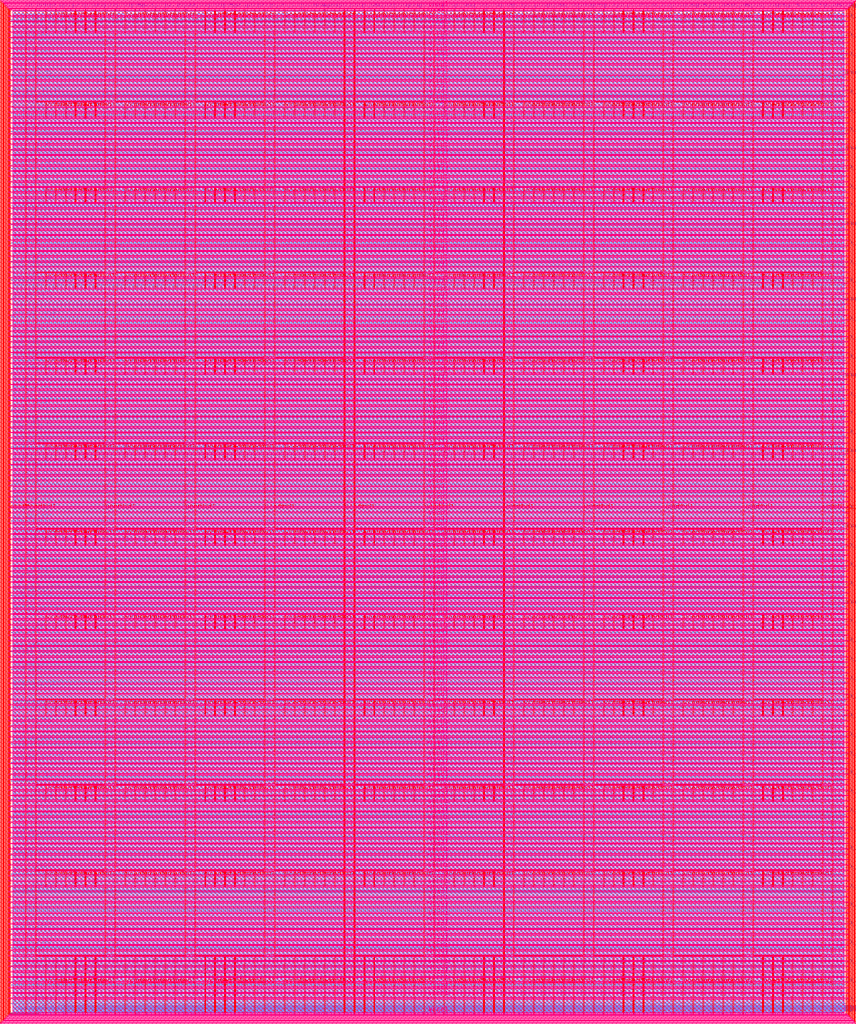
<source format=lef>
VERSION 5.7 ;
  NOWIREEXTENSIONATPIN ON ;
  DIVIDERCHAR "/" ;
  BUSBITCHARS "[]" ;
MACRO user_project_wrapper
  CLASS BLOCK ;
  FOREIGN user_project_wrapper ;
  ORIGIN 0.000 0.000 ;
  SIZE 2920.000 BY 3520.000 ;
  PIN analog_io[0]
    DIRECTION INOUT ;
    USE SIGNAL ;
    PORT
      LAYER met3 ;
        RECT 2917.600 1426.380 2924.800 1427.580 ;
    END
  END analog_io[0]
  PIN analog_io[10]
    DIRECTION INOUT ;
    USE SIGNAL ;
    PORT
      LAYER met2 ;
        RECT 2230.490 3517.600 2231.050 3524.800 ;
    END
  END analog_io[10]
  PIN analog_io[11]
    DIRECTION INOUT ;
    USE SIGNAL ;
    PORT
      LAYER met2 ;
        RECT 1905.730 3517.600 1906.290 3524.800 ;
    END
  END analog_io[11]
  PIN analog_io[12]
    DIRECTION INOUT ;
    USE SIGNAL ;
    PORT
      LAYER met2 ;
        RECT 1581.430 3517.600 1581.990 3524.800 ;
    END
  END analog_io[12]
  PIN analog_io[13]
    DIRECTION INOUT ;
    USE SIGNAL ;
    PORT
      LAYER met2 ;
        RECT 1257.130 3517.600 1257.690 3524.800 ;
    END
  END analog_io[13]
  PIN analog_io[14]
    DIRECTION INOUT ;
    USE SIGNAL ;
    PORT
      LAYER met2 ;
        RECT 932.370 3517.600 932.930 3524.800 ;
    END
  END analog_io[14]
  PIN analog_io[15]
    DIRECTION INOUT ;
    USE SIGNAL ;
    PORT
      LAYER met2 ;
        RECT 608.070 3517.600 608.630 3524.800 ;
    END
  END analog_io[15]
  PIN analog_io[16]
    DIRECTION INOUT ;
    USE SIGNAL ;
    PORT
      LAYER met2 ;
        RECT 283.770 3517.600 284.330 3524.800 ;
    END
  END analog_io[16]
  PIN analog_io[17]
    DIRECTION INOUT ;
    USE SIGNAL ;
    PORT
      LAYER met3 ;
        RECT -4.800 3486.100 2.400 3487.300 ;
    END
  END analog_io[17]
  PIN analog_io[18]
    DIRECTION INOUT ;
    USE SIGNAL ;
    PORT
      LAYER met3 ;
        RECT -4.800 3224.980 2.400 3226.180 ;
    END
  END analog_io[18]
  PIN analog_io[19]
    DIRECTION INOUT ;
    USE SIGNAL ;
    PORT
      LAYER met3 ;
        RECT -4.800 2964.540 2.400 2965.740 ;
    END
  END analog_io[19]
  PIN analog_io[1]
    DIRECTION INOUT ;
    USE SIGNAL ;
    PORT
      LAYER met3 ;
        RECT 2917.600 1692.260 2924.800 1693.460 ;
    END
  END analog_io[1]
  PIN analog_io[20]
    DIRECTION INOUT ;
    USE SIGNAL ;
    PORT
      LAYER met3 ;
        RECT -4.800 2703.420 2.400 2704.620 ;
    END
  END analog_io[20]
  PIN analog_io[21]
    DIRECTION INOUT ;
    USE SIGNAL ;
    PORT
      LAYER met3 ;
        RECT -4.800 2442.980 2.400 2444.180 ;
    END
  END analog_io[21]
  PIN analog_io[22]
    DIRECTION INOUT ;
    USE SIGNAL ;
    PORT
      LAYER met3 ;
        RECT -4.800 2182.540 2.400 2183.740 ;
    END
  END analog_io[22]
  PIN analog_io[23]
    DIRECTION INOUT ;
    USE SIGNAL ;
    PORT
      LAYER met3 ;
        RECT -4.800 1921.420 2.400 1922.620 ;
    END
  END analog_io[23]
  PIN analog_io[24]
    DIRECTION INOUT ;
    USE SIGNAL ;
    PORT
      LAYER met3 ;
        RECT -4.800 1660.980 2.400 1662.180 ;
    END
  END analog_io[24]
  PIN analog_io[25]
    DIRECTION INOUT ;
    USE SIGNAL ;
    PORT
      LAYER met3 ;
        RECT -4.800 1399.860 2.400 1401.060 ;
    END
  END analog_io[25]
  PIN analog_io[26]
    DIRECTION INOUT ;
    USE SIGNAL ;
    PORT
      LAYER met3 ;
        RECT -4.800 1139.420 2.400 1140.620 ;
    END
  END analog_io[26]
  PIN analog_io[27]
    DIRECTION INOUT ;
    USE SIGNAL ;
    PORT
      LAYER met3 ;
        RECT -4.800 878.980 2.400 880.180 ;
    END
  END analog_io[27]
  PIN analog_io[28]
    DIRECTION INOUT ;
    USE SIGNAL ;
    PORT
      LAYER met3 ;
        RECT -4.800 617.860 2.400 619.060 ;
    END
  END analog_io[28]
  PIN analog_io[2]
    DIRECTION INOUT ;
    USE SIGNAL ;
    PORT
      LAYER met3 ;
        RECT 2917.600 1958.140 2924.800 1959.340 ;
    END
  END analog_io[2]
  PIN analog_io[3]
    DIRECTION INOUT ;
    USE SIGNAL ;
    PORT
      LAYER met3 ;
        RECT 2917.600 2223.340 2924.800 2224.540 ;
    END
  END analog_io[3]
  PIN analog_io[4]
    DIRECTION INOUT ;
    USE SIGNAL ;
    PORT
      LAYER met3 ;
        RECT 2917.600 2489.220 2924.800 2490.420 ;
    END
  END analog_io[4]
  PIN analog_io[5]
    DIRECTION INOUT ;
    USE SIGNAL ;
    PORT
      LAYER met3 ;
        RECT 2917.600 2755.100 2924.800 2756.300 ;
    END
  END analog_io[5]
  PIN analog_io[6]
    DIRECTION INOUT ;
    USE SIGNAL ;
    PORT
      LAYER met3 ;
        RECT 2917.600 3020.300 2924.800 3021.500 ;
    END
  END analog_io[6]
  PIN analog_io[7]
    DIRECTION INOUT ;
    USE SIGNAL ;
    PORT
      LAYER met3 ;
        RECT 2917.600 3286.180 2924.800 3287.380 ;
    END
  END analog_io[7]
  PIN analog_io[8]
    DIRECTION INOUT ;
    USE SIGNAL ;
    PORT
      LAYER met2 ;
        RECT 2879.090 3517.600 2879.650 3524.800 ;
    END
  END analog_io[8]
  PIN analog_io[9]
    DIRECTION INOUT ;
    USE SIGNAL ;
    PORT
      LAYER met2 ;
        RECT 2554.790 3517.600 2555.350 3524.800 ;
    END
  END analog_io[9]
  PIN io_in[0]
    DIRECTION INPUT ;
    USE SIGNAL ;
    PORT
      LAYER met3 ;
        RECT 2917.600 32.380 2924.800 33.580 ;
    END
  END io_in[0]
  PIN io_in[10]
    DIRECTION INPUT ;
    USE SIGNAL ;
    PORT
      LAYER met3 ;
        RECT 2917.600 2289.980 2924.800 2291.180 ;
    END
  END io_in[10]
  PIN io_in[11]
    DIRECTION INPUT ;
    USE SIGNAL ;
    PORT
      LAYER met3 ;
        RECT 2917.600 2555.860 2924.800 2557.060 ;
    END
  END io_in[11]
  PIN io_in[12]
    DIRECTION INPUT ;
    USE SIGNAL ;
    PORT
      LAYER met3 ;
        RECT 2917.600 2821.060 2924.800 2822.260 ;
    END
  END io_in[12]
  PIN io_in[13]
    DIRECTION INPUT ;
    USE SIGNAL ;
    PORT
      LAYER met3 ;
        RECT 2917.600 3086.940 2924.800 3088.140 ;
    END
  END io_in[13]
  PIN io_in[14]
    DIRECTION INPUT ;
    USE SIGNAL ;
    PORT
      LAYER met3 ;
        RECT 2917.600 3352.820 2924.800 3354.020 ;
    END
  END io_in[14]
  PIN io_in[15]
    DIRECTION INPUT ;
    USE SIGNAL ;
    PORT
      LAYER met2 ;
        RECT 2798.130 3517.600 2798.690 3524.800 ;
    END
  END io_in[15]
  PIN io_in[16]
    DIRECTION INPUT ;
    USE SIGNAL ;
    PORT
      LAYER met2 ;
        RECT 2473.830 3517.600 2474.390 3524.800 ;
    END
  END io_in[16]
  PIN io_in[17]
    DIRECTION INPUT ;
    USE SIGNAL ;
    PORT
      LAYER met2 ;
        RECT 2149.070 3517.600 2149.630 3524.800 ;
    END
  END io_in[17]
  PIN io_in[18]
    DIRECTION INPUT ;
    USE SIGNAL ;
    PORT
      LAYER met2 ;
        RECT 1824.770 3517.600 1825.330 3524.800 ;
    END
  END io_in[18]
  PIN io_in[19]
    DIRECTION INPUT ;
    USE SIGNAL ;
    PORT
      LAYER met2 ;
        RECT 1500.470 3517.600 1501.030 3524.800 ;
    END
  END io_in[19]
  PIN io_in[1]
    DIRECTION INPUT ;
    USE SIGNAL ;
    PORT
      LAYER met3 ;
        RECT 2917.600 230.940 2924.800 232.140 ;
    END
  END io_in[1]
  PIN io_in[20]
    DIRECTION INPUT ;
    USE SIGNAL ;
    PORT
      LAYER met2 ;
        RECT 1175.710 3517.600 1176.270 3524.800 ;
    END
  END io_in[20]
  PIN io_in[21]
    DIRECTION INPUT ;
    USE SIGNAL ;
    PORT
      LAYER met2 ;
        RECT 851.410 3517.600 851.970 3524.800 ;
    END
  END io_in[21]
  PIN io_in[22]
    DIRECTION INPUT ;
    USE SIGNAL ;
    PORT
      LAYER met2 ;
        RECT 527.110 3517.600 527.670 3524.800 ;
    END
  END io_in[22]
  PIN io_in[23]
    DIRECTION INPUT ;
    USE SIGNAL ;
    PORT
      LAYER met2 ;
        RECT 202.350 3517.600 202.910 3524.800 ;
    END
  END io_in[23]
  PIN io_in[24]
    DIRECTION INPUT ;
    USE SIGNAL ;
    PORT
      LAYER met3 ;
        RECT -4.800 3420.820 2.400 3422.020 ;
    END
  END io_in[24]
  PIN io_in[25]
    DIRECTION INPUT ;
    USE SIGNAL ;
    PORT
      LAYER met3 ;
        RECT -4.800 3159.700 2.400 3160.900 ;
    END
  END io_in[25]
  PIN io_in[26]
    DIRECTION INPUT ;
    USE SIGNAL ;
    PORT
      LAYER met3 ;
        RECT -4.800 2899.260 2.400 2900.460 ;
    END
  END io_in[26]
  PIN io_in[27]
    DIRECTION INPUT ;
    USE SIGNAL ;
    PORT
      LAYER met3 ;
        RECT -4.800 2638.820 2.400 2640.020 ;
    END
  END io_in[27]
  PIN io_in[28]
    DIRECTION INPUT ;
    USE SIGNAL ;
    PORT
      LAYER met3 ;
        RECT -4.800 2377.700 2.400 2378.900 ;
    END
  END io_in[28]
  PIN io_in[29]
    DIRECTION INPUT ;
    USE SIGNAL ;
    PORT
      LAYER met3 ;
        RECT -4.800 2117.260 2.400 2118.460 ;
    END
  END io_in[29]
  PIN io_in[2]
    DIRECTION INPUT ;
    USE SIGNAL ;
    PORT
      LAYER met3 ;
        RECT 2917.600 430.180 2924.800 431.380 ;
    END
  END io_in[2]
  PIN io_in[30]
    DIRECTION INPUT ;
    USE SIGNAL ;
    PORT
      LAYER met3 ;
        RECT -4.800 1856.140 2.400 1857.340 ;
    END
  END io_in[30]
  PIN io_in[31]
    DIRECTION INPUT ;
    USE SIGNAL ;
    PORT
      LAYER met3 ;
        RECT -4.800 1595.700 2.400 1596.900 ;
    END
  END io_in[31]
  PIN io_in[32]
    DIRECTION INPUT ;
    USE SIGNAL ;
    PORT
      LAYER met3 ;
        RECT -4.800 1335.260 2.400 1336.460 ;
    END
  END io_in[32]
  PIN io_in[33]
    DIRECTION INPUT ;
    USE SIGNAL ;
    PORT
      LAYER met3 ;
        RECT -4.800 1074.140 2.400 1075.340 ;
    END
  END io_in[33]
  PIN io_in[34]
    DIRECTION INPUT ;
    USE SIGNAL ;
    PORT
      LAYER met3 ;
        RECT -4.800 813.700 2.400 814.900 ;
    END
  END io_in[34]
  PIN io_in[35]
    DIRECTION INPUT ;
    USE SIGNAL ;
    PORT
      LAYER met3 ;
        RECT -4.800 552.580 2.400 553.780 ;
    END
  END io_in[35]
  PIN io_in[36]
    DIRECTION INPUT ;
    USE SIGNAL ;
    PORT
      LAYER met3 ;
        RECT -4.800 357.420 2.400 358.620 ;
    END
  END io_in[36]
  PIN io_in[37]
    DIRECTION INPUT ;
    USE SIGNAL ;
    PORT
      LAYER met3 ;
        RECT -4.800 161.580 2.400 162.780 ;
    END
  END io_in[37]
  PIN io_in[3]
    DIRECTION INPUT ;
    USE SIGNAL ;
    PORT
      LAYER met3 ;
        RECT 2917.600 629.420 2924.800 630.620 ;
    END
  END io_in[3]
  PIN io_in[4]
    DIRECTION INPUT ;
    USE SIGNAL ;
    PORT
      LAYER met3 ;
        RECT 2917.600 828.660 2924.800 829.860 ;
    END
  END io_in[4]
  PIN io_in[5]
    DIRECTION INPUT ;
    USE SIGNAL ;
    PORT
      LAYER met3 ;
        RECT 2917.600 1027.900 2924.800 1029.100 ;
    END
  END io_in[5]
  PIN io_in[6]
    DIRECTION INPUT ;
    USE SIGNAL ;
    PORT
      LAYER met3 ;
        RECT 2917.600 1227.140 2924.800 1228.340 ;
    END
  END io_in[6]
  PIN io_in[7]
    DIRECTION INPUT ;
    USE SIGNAL ;
    PORT
      LAYER met3 ;
        RECT 2917.600 1493.020 2924.800 1494.220 ;
    END
  END io_in[7]
  PIN io_in[8]
    DIRECTION INPUT ;
    USE SIGNAL ;
    PORT
      LAYER met3 ;
        RECT 2917.600 1758.900 2924.800 1760.100 ;
    END
  END io_in[8]
  PIN io_in[9]
    DIRECTION INPUT ;
    USE SIGNAL ;
    PORT
      LAYER met3 ;
        RECT 2917.600 2024.100 2924.800 2025.300 ;
    END
  END io_in[9]
  PIN io_oeb[0]
    DIRECTION OUTPUT TRISTATE ;
    USE SIGNAL ;
    PORT
      LAYER met3 ;
        RECT 2917.600 164.980 2924.800 166.180 ;
    END
  END io_oeb[0]
  PIN io_oeb[10]
    DIRECTION OUTPUT TRISTATE ;
    USE SIGNAL ;
    PORT
      LAYER met3 ;
        RECT 2917.600 2422.580 2924.800 2423.780 ;
    END
  END io_oeb[10]
  PIN io_oeb[11]
    DIRECTION OUTPUT TRISTATE ;
    USE SIGNAL ;
    PORT
      LAYER met3 ;
        RECT 2917.600 2688.460 2924.800 2689.660 ;
    END
  END io_oeb[11]
  PIN io_oeb[12]
    DIRECTION OUTPUT TRISTATE ;
    USE SIGNAL ;
    PORT
      LAYER met3 ;
        RECT 2917.600 2954.340 2924.800 2955.540 ;
    END
  END io_oeb[12]
  PIN io_oeb[13]
    DIRECTION OUTPUT TRISTATE ;
    USE SIGNAL ;
    PORT
      LAYER met3 ;
        RECT 2917.600 3219.540 2924.800 3220.740 ;
    END
  END io_oeb[13]
  PIN io_oeb[14]
    DIRECTION OUTPUT TRISTATE ;
    USE SIGNAL ;
    PORT
      LAYER met3 ;
        RECT 2917.600 3485.420 2924.800 3486.620 ;
    END
  END io_oeb[14]
  PIN io_oeb[15]
    DIRECTION OUTPUT TRISTATE ;
    USE SIGNAL ;
    PORT
      LAYER met2 ;
        RECT 2635.750 3517.600 2636.310 3524.800 ;
    END
  END io_oeb[15]
  PIN io_oeb[16]
    DIRECTION OUTPUT TRISTATE ;
    USE SIGNAL ;
    PORT
      LAYER met2 ;
        RECT 2311.450 3517.600 2312.010 3524.800 ;
    END
  END io_oeb[16]
  PIN io_oeb[17]
    DIRECTION OUTPUT TRISTATE ;
    USE SIGNAL ;
    PORT
      LAYER met2 ;
        RECT 1987.150 3517.600 1987.710 3524.800 ;
    END
  END io_oeb[17]
  PIN io_oeb[18]
    DIRECTION OUTPUT TRISTATE ;
    USE SIGNAL ;
    PORT
      LAYER met2 ;
        RECT 1662.390 3517.600 1662.950 3524.800 ;
    END
  END io_oeb[18]
  PIN io_oeb[19]
    DIRECTION OUTPUT TRISTATE ;
    USE SIGNAL ;
    PORT
      LAYER met2 ;
        RECT 1338.090 3517.600 1338.650 3524.800 ;
    END
  END io_oeb[19]
  PIN io_oeb[1]
    DIRECTION OUTPUT TRISTATE ;
    USE SIGNAL ;
    PORT
      LAYER met3 ;
        RECT 2917.600 364.220 2924.800 365.420 ;
    END
  END io_oeb[1]
  PIN io_oeb[20]
    DIRECTION OUTPUT TRISTATE ;
    USE SIGNAL ;
    PORT
      LAYER met2 ;
        RECT 1013.790 3517.600 1014.350 3524.800 ;
    END
  END io_oeb[20]
  PIN io_oeb[21]
    DIRECTION OUTPUT TRISTATE ;
    USE SIGNAL ;
    PORT
      LAYER met2 ;
        RECT 689.030 3517.600 689.590 3524.800 ;
    END
  END io_oeb[21]
  PIN io_oeb[22]
    DIRECTION OUTPUT TRISTATE ;
    USE SIGNAL ;
    PORT
      LAYER met2 ;
        RECT 364.730 3517.600 365.290 3524.800 ;
    END
  END io_oeb[22]
  PIN io_oeb[23]
    DIRECTION OUTPUT TRISTATE ;
    USE SIGNAL ;
    PORT
      LAYER met2 ;
        RECT 40.430 3517.600 40.990 3524.800 ;
    END
  END io_oeb[23]
  PIN io_oeb[24]
    DIRECTION OUTPUT TRISTATE ;
    USE SIGNAL ;
    PORT
      LAYER met3 ;
        RECT -4.800 3290.260 2.400 3291.460 ;
    END
  END io_oeb[24]
  PIN io_oeb[25]
    DIRECTION OUTPUT TRISTATE ;
    USE SIGNAL ;
    PORT
      LAYER met3 ;
        RECT -4.800 3029.820 2.400 3031.020 ;
    END
  END io_oeb[25]
  PIN io_oeb[26]
    DIRECTION OUTPUT TRISTATE ;
    USE SIGNAL ;
    PORT
      LAYER met3 ;
        RECT -4.800 2768.700 2.400 2769.900 ;
    END
  END io_oeb[26]
  PIN io_oeb[27]
    DIRECTION OUTPUT TRISTATE ;
    USE SIGNAL ;
    PORT
      LAYER met3 ;
        RECT -4.800 2508.260 2.400 2509.460 ;
    END
  END io_oeb[27]
  PIN io_oeb[28]
    DIRECTION OUTPUT TRISTATE ;
    USE SIGNAL ;
    PORT
      LAYER met3 ;
        RECT -4.800 2247.140 2.400 2248.340 ;
    END
  END io_oeb[28]
  PIN io_oeb[29]
    DIRECTION OUTPUT TRISTATE ;
    USE SIGNAL ;
    PORT
      LAYER met3 ;
        RECT -4.800 1986.700 2.400 1987.900 ;
    END
  END io_oeb[29]
  PIN io_oeb[2]
    DIRECTION OUTPUT TRISTATE ;
    USE SIGNAL ;
    PORT
      LAYER met3 ;
        RECT 2917.600 563.460 2924.800 564.660 ;
    END
  END io_oeb[2]
  PIN io_oeb[30]
    DIRECTION OUTPUT TRISTATE ;
    USE SIGNAL ;
    PORT
      LAYER met3 ;
        RECT -4.800 1726.260 2.400 1727.460 ;
    END
  END io_oeb[30]
  PIN io_oeb[31]
    DIRECTION OUTPUT TRISTATE ;
    USE SIGNAL ;
    PORT
      LAYER met3 ;
        RECT -4.800 1465.140 2.400 1466.340 ;
    END
  END io_oeb[31]
  PIN io_oeb[32]
    DIRECTION OUTPUT TRISTATE ;
    USE SIGNAL ;
    PORT
      LAYER met3 ;
        RECT -4.800 1204.700 2.400 1205.900 ;
    END
  END io_oeb[32]
  PIN io_oeb[33]
    DIRECTION OUTPUT TRISTATE ;
    USE SIGNAL ;
    PORT
      LAYER met3 ;
        RECT -4.800 943.580 2.400 944.780 ;
    END
  END io_oeb[33]
  PIN io_oeb[34]
    DIRECTION OUTPUT TRISTATE ;
    USE SIGNAL ;
    PORT
      LAYER met3 ;
        RECT -4.800 683.140 2.400 684.340 ;
    END
  END io_oeb[34]
  PIN io_oeb[35]
    DIRECTION OUTPUT TRISTATE ;
    USE SIGNAL ;
    PORT
      LAYER met3 ;
        RECT -4.800 422.700 2.400 423.900 ;
    END
  END io_oeb[35]
  PIN io_oeb[36]
    DIRECTION OUTPUT TRISTATE ;
    USE SIGNAL ;
    PORT
      LAYER met3 ;
        RECT -4.800 226.860 2.400 228.060 ;
    END
  END io_oeb[36]
  PIN io_oeb[37]
    DIRECTION OUTPUT TRISTATE ;
    USE SIGNAL ;
    PORT
      LAYER met3 ;
        RECT -4.800 31.700 2.400 32.900 ;
    END
  END io_oeb[37]
  PIN io_oeb[3]
    DIRECTION OUTPUT TRISTATE ;
    USE SIGNAL ;
    PORT
      LAYER met3 ;
        RECT 2917.600 762.700 2924.800 763.900 ;
    END
  END io_oeb[3]
  PIN io_oeb[4]
    DIRECTION OUTPUT TRISTATE ;
    USE SIGNAL ;
    PORT
      LAYER met3 ;
        RECT 2917.600 961.940 2924.800 963.140 ;
    END
  END io_oeb[4]
  PIN io_oeb[5]
    DIRECTION OUTPUT TRISTATE ;
    USE SIGNAL ;
    PORT
      LAYER met3 ;
        RECT 2917.600 1161.180 2924.800 1162.380 ;
    END
  END io_oeb[5]
  PIN io_oeb[6]
    DIRECTION OUTPUT TRISTATE ;
    USE SIGNAL ;
    PORT
      LAYER met3 ;
        RECT 2917.600 1360.420 2924.800 1361.620 ;
    END
  END io_oeb[6]
  PIN io_oeb[7]
    DIRECTION OUTPUT TRISTATE ;
    USE SIGNAL ;
    PORT
      LAYER met3 ;
        RECT 2917.600 1625.620 2924.800 1626.820 ;
    END
  END io_oeb[7]
  PIN io_oeb[8]
    DIRECTION OUTPUT TRISTATE ;
    USE SIGNAL ;
    PORT
      LAYER met3 ;
        RECT 2917.600 1891.500 2924.800 1892.700 ;
    END
  END io_oeb[8]
  PIN io_oeb[9]
    DIRECTION OUTPUT TRISTATE ;
    USE SIGNAL ;
    PORT
      LAYER met3 ;
        RECT 2917.600 2157.380 2924.800 2158.580 ;
    END
  END io_oeb[9]
  PIN io_out[0]
    DIRECTION OUTPUT TRISTATE ;
    USE SIGNAL ;
    PORT
      LAYER met3 ;
        RECT 2917.600 98.340 2924.800 99.540 ;
    END
  END io_out[0]
  PIN io_out[10]
    DIRECTION OUTPUT TRISTATE ;
    USE SIGNAL ;
    PORT
      LAYER met3 ;
        RECT 2917.600 2356.620 2924.800 2357.820 ;
    END
  END io_out[10]
  PIN io_out[11]
    DIRECTION OUTPUT TRISTATE ;
    USE SIGNAL ;
    PORT
      LAYER met3 ;
        RECT 2917.600 2621.820 2924.800 2623.020 ;
    END
  END io_out[11]
  PIN io_out[12]
    DIRECTION OUTPUT TRISTATE ;
    USE SIGNAL ;
    PORT
      LAYER met3 ;
        RECT 2917.600 2887.700 2924.800 2888.900 ;
    END
  END io_out[12]
  PIN io_out[13]
    DIRECTION OUTPUT TRISTATE ;
    USE SIGNAL ;
    PORT
      LAYER met3 ;
        RECT 2917.600 3153.580 2924.800 3154.780 ;
    END
  END io_out[13]
  PIN io_out[14]
    DIRECTION OUTPUT TRISTATE ;
    USE SIGNAL ;
    PORT
      LAYER met3 ;
        RECT 2917.600 3418.780 2924.800 3419.980 ;
    END
  END io_out[14]
  PIN io_out[15]
    DIRECTION OUTPUT TRISTATE ;
    USE SIGNAL ;
    PORT
      LAYER met2 ;
        RECT 2717.170 3517.600 2717.730 3524.800 ;
    END
  END io_out[15]
  PIN io_out[16]
    DIRECTION OUTPUT TRISTATE ;
    USE SIGNAL ;
    PORT
      LAYER met2 ;
        RECT 2392.410 3517.600 2392.970 3524.800 ;
    END
  END io_out[16]
  PIN io_out[17]
    DIRECTION OUTPUT TRISTATE ;
    USE SIGNAL ;
    PORT
      LAYER met2 ;
        RECT 2068.110 3517.600 2068.670 3524.800 ;
    END
  END io_out[17]
  PIN io_out[18]
    DIRECTION OUTPUT TRISTATE ;
    USE SIGNAL ;
    PORT
      LAYER met2 ;
        RECT 1743.810 3517.600 1744.370 3524.800 ;
    END
  END io_out[18]
  PIN io_out[19]
    DIRECTION OUTPUT TRISTATE ;
    USE SIGNAL ;
    PORT
      LAYER met2 ;
        RECT 1419.050 3517.600 1419.610 3524.800 ;
    END
  END io_out[19]
  PIN io_out[1]
    DIRECTION OUTPUT TRISTATE ;
    USE SIGNAL ;
    PORT
      LAYER met3 ;
        RECT 2917.600 297.580 2924.800 298.780 ;
    END
  END io_out[1]
  PIN io_out[20]
    DIRECTION OUTPUT TRISTATE ;
    USE SIGNAL ;
    PORT
      LAYER met2 ;
        RECT 1094.750 3517.600 1095.310 3524.800 ;
    END
  END io_out[20]
  PIN io_out[21]
    DIRECTION OUTPUT TRISTATE ;
    USE SIGNAL ;
    PORT
      LAYER met2 ;
        RECT 770.450 3517.600 771.010 3524.800 ;
    END
  END io_out[21]
  PIN io_out[22]
    DIRECTION OUTPUT TRISTATE ;
    USE SIGNAL ;
    PORT
      LAYER met2 ;
        RECT 445.690 3517.600 446.250 3524.800 ;
    END
  END io_out[22]
  PIN io_out[23]
    DIRECTION OUTPUT TRISTATE ;
    USE SIGNAL ;
    PORT
      LAYER met2 ;
        RECT 121.390 3517.600 121.950 3524.800 ;
    END
  END io_out[23]
  PIN io_out[24]
    DIRECTION OUTPUT TRISTATE ;
    USE SIGNAL ;
    PORT
      LAYER met3 ;
        RECT -4.800 3355.540 2.400 3356.740 ;
    END
  END io_out[24]
  PIN io_out[25]
    DIRECTION OUTPUT TRISTATE ;
    USE SIGNAL ;
    PORT
      LAYER met3 ;
        RECT -4.800 3095.100 2.400 3096.300 ;
    END
  END io_out[25]
  PIN io_out[26]
    DIRECTION OUTPUT TRISTATE ;
    USE SIGNAL ;
    PORT
      LAYER met3 ;
        RECT -4.800 2833.980 2.400 2835.180 ;
    END
  END io_out[26]
  PIN io_out[27]
    DIRECTION OUTPUT TRISTATE ;
    USE SIGNAL ;
    PORT
      LAYER met3 ;
        RECT -4.800 2573.540 2.400 2574.740 ;
    END
  END io_out[27]
  PIN io_out[28]
    DIRECTION OUTPUT TRISTATE ;
    USE SIGNAL ;
    PORT
      LAYER met3 ;
        RECT -4.800 2312.420 2.400 2313.620 ;
    END
  END io_out[28]
  PIN io_out[29]
    DIRECTION OUTPUT TRISTATE ;
    USE SIGNAL ;
    PORT
      LAYER met3 ;
        RECT -4.800 2051.980 2.400 2053.180 ;
    END
  END io_out[29]
  PIN io_out[2]
    DIRECTION OUTPUT TRISTATE ;
    USE SIGNAL ;
    PORT
      LAYER met3 ;
        RECT 2917.600 496.820 2924.800 498.020 ;
    END
  END io_out[2]
  PIN io_out[30]
    DIRECTION OUTPUT TRISTATE ;
    USE SIGNAL ;
    PORT
      LAYER met3 ;
        RECT -4.800 1791.540 2.400 1792.740 ;
    END
  END io_out[30]
  PIN io_out[31]
    DIRECTION OUTPUT TRISTATE ;
    USE SIGNAL ;
    PORT
      LAYER met3 ;
        RECT -4.800 1530.420 2.400 1531.620 ;
    END
  END io_out[31]
  PIN io_out[32]
    DIRECTION OUTPUT TRISTATE ;
    USE SIGNAL ;
    PORT
      LAYER met3 ;
        RECT -4.800 1269.980 2.400 1271.180 ;
    END
  END io_out[32]
  PIN io_out[33]
    DIRECTION OUTPUT TRISTATE ;
    USE SIGNAL ;
    PORT
      LAYER met3 ;
        RECT -4.800 1008.860 2.400 1010.060 ;
    END
  END io_out[33]
  PIN io_out[34]
    DIRECTION OUTPUT TRISTATE ;
    USE SIGNAL ;
    PORT
      LAYER met3 ;
        RECT -4.800 748.420 2.400 749.620 ;
    END
  END io_out[34]
  PIN io_out[35]
    DIRECTION OUTPUT TRISTATE ;
    USE SIGNAL ;
    PORT
      LAYER met3 ;
        RECT -4.800 487.300 2.400 488.500 ;
    END
  END io_out[35]
  PIN io_out[36]
    DIRECTION OUTPUT TRISTATE ;
    USE SIGNAL ;
    PORT
      LAYER met3 ;
        RECT -4.800 292.140 2.400 293.340 ;
    END
  END io_out[36]
  PIN io_out[37]
    DIRECTION OUTPUT TRISTATE ;
    USE SIGNAL ;
    PORT
      LAYER met3 ;
        RECT -4.800 96.300 2.400 97.500 ;
    END
  END io_out[37]
  PIN io_out[3]
    DIRECTION OUTPUT TRISTATE ;
    USE SIGNAL ;
    PORT
      LAYER met3 ;
        RECT 2917.600 696.060 2924.800 697.260 ;
    END
  END io_out[3]
  PIN io_out[4]
    DIRECTION OUTPUT TRISTATE ;
    USE SIGNAL ;
    PORT
      LAYER met3 ;
        RECT 2917.600 895.300 2924.800 896.500 ;
    END
  END io_out[4]
  PIN io_out[5]
    DIRECTION OUTPUT TRISTATE ;
    USE SIGNAL ;
    PORT
      LAYER met3 ;
        RECT 2917.600 1094.540 2924.800 1095.740 ;
    END
  END io_out[5]
  PIN io_out[6]
    DIRECTION OUTPUT TRISTATE ;
    USE SIGNAL ;
    PORT
      LAYER met3 ;
        RECT 2917.600 1293.780 2924.800 1294.980 ;
    END
  END io_out[6]
  PIN io_out[7]
    DIRECTION OUTPUT TRISTATE ;
    USE SIGNAL ;
    PORT
      LAYER met3 ;
        RECT 2917.600 1559.660 2924.800 1560.860 ;
    END
  END io_out[7]
  PIN io_out[8]
    DIRECTION OUTPUT TRISTATE ;
    USE SIGNAL ;
    PORT
      LAYER met3 ;
        RECT 2917.600 1824.860 2924.800 1826.060 ;
    END
  END io_out[8]
  PIN io_out[9]
    DIRECTION OUTPUT TRISTATE ;
    USE SIGNAL ;
    PORT
      LAYER met3 ;
        RECT 2917.600 2090.740 2924.800 2091.940 ;
    END
  END io_out[9]
  PIN la_data_in[0]
    DIRECTION INPUT ;
    USE SIGNAL ;
    PORT
      LAYER met2 ;
        RECT 629.230 -4.800 629.790 2.400 ;
    END
  END la_data_in[0]
  PIN la_data_in[100]
    DIRECTION INPUT ;
    USE SIGNAL ;
    PORT
      LAYER met2 ;
        RECT 2402.530 -4.800 2403.090 2.400 ;
    END
  END la_data_in[100]
  PIN la_data_in[101]
    DIRECTION INPUT ;
    USE SIGNAL ;
    PORT
      LAYER met2 ;
        RECT 2420.010 -4.800 2420.570 2.400 ;
    END
  END la_data_in[101]
  PIN la_data_in[102]
    DIRECTION INPUT ;
    USE SIGNAL ;
    PORT
      LAYER met2 ;
        RECT 2437.950 -4.800 2438.510 2.400 ;
    END
  END la_data_in[102]
  PIN la_data_in[103]
    DIRECTION INPUT ;
    USE SIGNAL ;
    PORT
      LAYER met2 ;
        RECT 2455.430 -4.800 2455.990 2.400 ;
    END
  END la_data_in[103]
  PIN la_data_in[104]
    DIRECTION INPUT ;
    USE SIGNAL ;
    PORT
      LAYER met2 ;
        RECT 2473.370 -4.800 2473.930 2.400 ;
    END
  END la_data_in[104]
  PIN la_data_in[105]
    DIRECTION INPUT ;
    USE SIGNAL ;
    PORT
      LAYER met2 ;
        RECT 2490.850 -4.800 2491.410 2.400 ;
    END
  END la_data_in[105]
  PIN la_data_in[106]
    DIRECTION INPUT ;
    USE SIGNAL ;
    PORT
      LAYER met2 ;
        RECT 2508.790 -4.800 2509.350 2.400 ;
    END
  END la_data_in[106]
  PIN la_data_in[107]
    DIRECTION INPUT ;
    USE SIGNAL ;
    PORT
      LAYER met2 ;
        RECT 2526.730 -4.800 2527.290 2.400 ;
    END
  END la_data_in[107]
  PIN la_data_in[108]
    DIRECTION INPUT ;
    USE SIGNAL ;
    PORT
      LAYER met2 ;
        RECT 2544.210 -4.800 2544.770 2.400 ;
    END
  END la_data_in[108]
  PIN la_data_in[109]
    DIRECTION INPUT ;
    USE SIGNAL ;
    PORT
      LAYER met2 ;
        RECT 2562.150 -4.800 2562.710 2.400 ;
    END
  END la_data_in[109]
  PIN la_data_in[10]
    DIRECTION INPUT ;
    USE SIGNAL ;
    PORT
      LAYER met2 ;
        RECT 806.330 -4.800 806.890 2.400 ;
    END
  END la_data_in[10]
  PIN la_data_in[110]
    DIRECTION INPUT ;
    USE SIGNAL ;
    PORT
      LAYER met2 ;
        RECT 2579.630 -4.800 2580.190 2.400 ;
    END
  END la_data_in[110]
  PIN la_data_in[111]
    DIRECTION INPUT ;
    USE SIGNAL ;
    PORT
      LAYER met2 ;
        RECT 2597.570 -4.800 2598.130 2.400 ;
    END
  END la_data_in[111]
  PIN la_data_in[112]
    DIRECTION INPUT ;
    USE SIGNAL ;
    PORT
      LAYER met2 ;
        RECT 2615.050 -4.800 2615.610 2.400 ;
    END
  END la_data_in[112]
  PIN la_data_in[113]
    DIRECTION INPUT ;
    USE SIGNAL ;
    PORT
      LAYER met2 ;
        RECT 2632.990 -4.800 2633.550 2.400 ;
    END
  END la_data_in[113]
  PIN la_data_in[114]
    DIRECTION INPUT ;
    USE SIGNAL ;
    PORT
      LAYER met2 ;
        RECT 2650.470 -4.800 2651.030 2.400 ;
    END
  END la_data_in[114]
  PIN la_data_in[115]
    DIRECTION INPUT ;
    USE SIGNAL ;
    PORT
      LAYER met2 ;
        RECT 2668.410 -4.800 2668.970 2.400 ;
    END
  END la_data_in[115]
  PIN la_data_in[116]
    DIRECTION INPUT ;
    USE SIGNAL ;
    PORT
      LAYER met2 ;
        RECT 2685.890 -4.800 2686.450 2.400 ;
    END
  END la_data_in[116]
  PIN la_data_in[117]
    DIRECTION INPUT ;
    USE SIGNAL ;
    PORT
      LAYER met2 ;
        RECT 2703.830 -4.800 2704.390 2.400 ;
    END
  END la_data_in[117]
  PIN la_data_in[118]
    DIRECTION INPUT ;
    USE SIGNAL ;
    PORT
      LAYER met2 ;
        RECT 2721.770 -4.800 2722.330 2.400 ;
    END
  END la_data_in[118]
  PIN la_data_in[119]
    DIRECTION INPUT ;
    USE SIGNAL ;
    PORT
      LAYER met2 ;
        RECT 2739.250 -4.800 2739.810 2.400 ;
    END
  END la_data_in[119]
  PIN la_data_in[11]
    DIRECTION INPUT ;
    USE SIGNAL ;
    PORT
      LAYER met2 ;
        RECT 824.270 -4.800 824.830 2.400 ;
    END
  END la_data_in[11]
  PIN la_data_in[120]
    DIRECTION INPUT ;
    USE SIGNAL ;
    PORT
      LAYER met2 ;
        RECT 2757.190 -4.800 2757.750 2.400 ;
    END
  END la_data_in[120]
  PIN la_data_in[121]
    DIRECTION INPUT ;
    USE SIGNAL ;
    PORT
      LAYER met2 ;
        RECT 2774.670 -4.800 2775.230 2.400 ;
    END
  END la_data_in[121]
  PIN la_data_in[122]
    DIRECTION INPUT ;
    USE SIGNAL ;
    PORT
      LAYER met2 ;
        RECT 2792.610 -4.800 2793.170 2.400 ;
    END
  END la_data_in[122]
  PIN la_data_in[123]
    DIRECTION INPUT ;
    USE SIGNAL ;
    PORT
      LAYER met2 ;
        RECT 2810.090 -4.800 2810.650 2.400 ;
    END
  END la_data_in[123]
  PIN la_data_in[124]
    DIRECTION INPUT ;
    USE SIGNAL ;
    PORT
      LAYER met2 ;
        RECT 2828.030 -4.800 2828.590 2.400 ;
    END
  END la_data_in[124]
  PIN la_data_in[125]
    DIRECTION INPUT ;
    USE SIGNAL ;
    PORT
      LAYER met2 ;
        RECT 2845.510 -4.800 2846.070 2.400 ;
    END
  END la_data_in[125]
  PIN la_data_in[126]
    DIRECTION INPUT ;
    USE SIGNAL ;
    PORT
      LAYER met2 ;
        RECT 2863.450 -4.800 2864.010 2.400 ;
    END
  END la_data_in[126]
  PIN la_data_in[127]
    DIRECTION INPUT ;
    USE SIGNAL ;
    PORT
      LAYER met2 ;
        RECT 2881.390 -4.800 2881.950 2.400 ;
    END
  END la_data_in[127]
  PIN la_data_in[12]
    DIRECTION INPUT ;
    USE SIGNAL ;
    PORT
      LAYER met2 ;
        RECT 841.750 -4.800 842.310 2.400 ;
    END
  END la_data_in[12]
  PIN la_data_in[13]
    DIRECTION INPUT ;
    USE SIGNAL ;
    PORT
      LAYER met2 ;
        RECT 859.690 -4.800 860.250 2.400 ;
    END
  END la_data_in[13]
  PIN la_data_in[14]
    DIRECTION INPUT ;
    USE SIGNAL ;
    PORT
      LAYER met2 ;
        RECT 877.170 -4.800 877.730 2.400 ;
    END
  END la_data_in[14]
  PIN la_data_in[15]
    DIRECTION INPUT ;
    USE SIGNAL ;
    PORT
      LAYER met2 ;
        RECT 895.110 -4.800 895.670 2.400 ;
    END
  END la_data_in[15]
  PIN la_data_in[16]
    DIRECTION INPUT ;
    USE SIGNAL ;
    PORT
      LAYER met2 ;
        RECT 912.590 -4.800 913.150 2.400 ;
    END
  END la_data_in[16]
  PIN la_data_in[17]
    DIRECTION INPUT ;
    USE SIGNAL ;
    PORT
      LAYER met2 ;
        RECT 930.530 -4.800 931.090 2.400 ;
    END
  END la_data_in[17]
  PIN la_data_in[18]
    DIRECTION INPUT ;
    USE SIGNAL ;
    PORT
      LAYER met2 ;
        RECT 948.470 -4.800 949.030 2.400 ;
    END
  END la_data_in[18]
  PIN la_data_in[19]
    DIRECTION INPUT ;
    USE SIGNAL ;
    PORT
      LAYER met2 ;
        RECT 965.950 -4.800 966.510 2.400 ;
    END
  END la_data_in[19]
  PIN la_data_in[1]
    DIRECTION INPUT ;
    USE SIGNAL ;
    PORT
      LAYER met2 ;
        RECT 646.710 -4.800 647.270 2.400 ;
    END
  END la_data_in[1]
  PIN la_data_in[20]
    DIRECTION INPUT ;
    USE SIGNAL ;
    PORT
      LAYER met2 ;
        RECT 983.890 -4.800 984.450 2.400 ;
    END
  END la_data_in[20]
  PIN la_data_in[21]
    DIRECTION INPUT ;
    USE SIGNAL ;
    PORT
      LAYER met2 ;
        RECT 1001.370 -4.800 1001.930 2.400 ;
    END
  END la_data_in[21]
  PIN la_data_in[22]
    DIRECTION INPUT ;
    USE SIGNAL ;
    PORT
      LAYER met2 ;
        RECT 1019.310 -4.800 1019.870 2.400 ;
    END
  END la_data_in[22]
  PIN la_data_in[23]
    DIRECTION INPUT ;
    USE SIGNAL ;
    PORT
      LAYER met2 ;
        RECT 1036.790 -4.800 1037.350 2.400 ;
    END
  END la_data_in[23]
  PIN la_data_in[24]
    DIRECTION INPUT ;
    USE SIGNAL ;
    PORT
      LAYER met2 ;
        RECT 1054.730 -4.800 1055.290 2.400 ;
    END
  END la_data_in[24]
  PIN la_data_in[25]
    DIRECTION INPUT ;
    USE SIGNAL ;
    PORT
      LAYER met2 ;
        RECT 1072.210 -4.800 1072.770 2.400 ;
    END
  END la_data_in[25]
  PIN la_data_in[26]
    DIRECTION INPUT ;
    USE SIGNAL ;
    PORT
      LAYER met2 ;
        RECT 1090.150 -4.800 1090.710 2.400 ;
    END
  END la_data_in[26]
  PIN la_data_in[27]
    DIRECTION INPUT ;
    USE SIGNAL ;
    PORT
      LAYER met2 ;
        RECT 1107.630 -4.800 1108.190 2.400 ;
    END
  END la_data_in[27]
  PIN la_data_in[28]
    DIRECTION INPUT ;
    USE SIGNAL ;
    PORT
      LAYER met2 ;
        RECT 1125.570 -4.800 1126.130 2.400 ;
    END
  END la_data_in[28]
  PIN la_data_in[29]
    DIRECTION INPUT ;
    USE SIGNAL ;
    PORT
      LAYER met2 ;
        RECT 1143.510 -4.800 1144.070 2.400 ;
    END
  END la_data_in[29]
  PIN la_data_in[2]
    DIRECTION INPUT ;
    USE SIGNAL ;
    PORT
      LAYER met2 ;
        RECT 664.650 -4.800 665.210 2.400 ;
    END
  END la_data_in[2]
  PIN la_data_in[30]
    DIRECTION INPUT ;
    USE SIGNAL ;
    PORT
      LAYER met2 ;
        RECT 1160.990 -4.800 1161.550 2.400 ;
    END
  END la_data_in[30]
  PIN la_data_in[31]
    DIRECTION INPUT ;
    USE SIGNAL ;
    PORT
      LAYER met2 ;
        RECT 1178.930 -4.800 1179.490 2.400 ;
    END
  END la_data_in[31]
  PIN la_data_in[32]
    DIRECTION INPUT ;
    USE SIGNAL ;
    PORT
      LAYER met2 ;
        RECT 1196.410 -4.800 1196.970 2.400 ;
    END
  END la_data_in[32]
  PIN la_data_in[33]
    DIRECTION INPUT ;
    USE SIGNAL ;
    PORT
      LAYER met2 ;
        RECT 1214.350 -4.800 1214.910 2.400 ;
    END
  END la_data_in[33]
  PIN la_data_in[34]
    DIRECTION INPUT ;
    USE SIGNAL ;
    PORT
      LAYER met2 ;
        RECT 1231.830 -4.800 1232.390 2.400 ;
    END
  END la_data_in[34]
  PIN la_data_in[35]
    DIRECTION INPUT ;
    USE SIGNAL ;
    PORT
      LAYER met2 ;
        RECT 1249.770 -4.800 1250.330 2.400 ;
    END
  END la_data_in[35]
  PIN la_data_in[36]
    DIRECTION INPUT ;
    USE SIGNAL ;
    PORT
      LAYER met2 ;
        RECT 1267.250 -4.800 1267.810 2.400 ;
    END
  END la_data_in[36]
  PIN la_data_in[37]
    DIRECTION INPUT ;
    USE SIGNAL ;
    PORT
      LAYER met2 ;
        RECT 1285.190 -4.800 1285.750 2.400 ;
    END
  END la_data_in[37]
  PIN la_data_in[38]
    DIRECTION INPUT ;
    USE SIGNAL ;
    PORT
      LAYER met2 ;
        RECT 1303.130 -4.800 1303.690 2.400 ;
    END
  END la_data_in[38]
  PIN la_data_in[39]
    DIRECTION INPUT ;
    USE SIGNAL ;
    PORT
      LAYER met2 ;
        RECT 1320.610 -4.800 1321.170 2.400 ;
    END
  END la_data_in[39]
  PIN la_data_in[3]
    DIRECTION INPUT ;
    USE SIGNAL ;
    PORT
      LAYER met2 ;
        RECT 682.130 -4.800 682.690 2.400 ;
    END
  END la_data_in[3]
  PIN la_data_in[40]
    DIRECTION INPUT ;
    USE SIGNAL ;
    PORT
      LAYER met2 ;
        RECT 1338.550 -4.800 1339.110 2.400 ;
    END
  END la_data_in[40]
  PIN la_data_in[41]
    DIRECTION INPUT ;
    USE SIGNAL ;
    PORT
      LAYER met2 ;
        RECT 1356.030 -4.800 1356.590 2.400 ;
    END
  END la_data_in[41]
  PIN la_data_in[42]
    DIRECTION INPUT ;
    USE SIGNAL ;
    PORT
      LAYER met2 ;
        RECT 1373.970 -4.800 1374.530 2.400 ;
    END
  END la_data_in[42]
  PIN la_data_in[43]
    DIRECTION INPUT ;
    USE SIGNAL ;
    PORT
      LAYER met2 ;
        RECT 1391.450 -4.800 1392.010 2.400 ;
    END
  END la_data_in[43]
  PIN la_data_in[44]
    DIRECTION INPUT ;
    USE SIGNAL ;
    PORT
      LAYER met2 ;
        RECT 1409.390 -4.800 1409.950 2.400 ;
    END
  END la_data_in[44]
  PIN la_data_in[45]
    DIRECTION INPUT ;
    USE SIGNAL ;
    PORT
      LAYER met2 ;
        RECT 1426.870 -4.800 1427.430 2.400 ;
    END
  END la_data_in[45]
  PIN la_data_in[46]
    DIRECTION INPUT ;
    USE SIGNAL ;
    PORT
      LAYER met2 ;
        RECT 1444.810 -4.800 1445.370 2.400 ;
    END
  END la_data_in[46]
  PIN la_data_in[47]
    DIRECTION INPUT ;
    USE SIGNAL ;
    PORT
      LAYER met2 ;
        RECT 1462.750 -4.800 1463.310 2.400 ;
    END
  END la_data_in[47]
  PIN la_data_in[48]
    DIRECTION INPUT ;
    USE SIGNAL ;
    PORT
      LAYER met2 ;
        RECT 1480.230 -4.800 1480.790 2.400 ;
    END
  END la_data_in[48]
  PIN la_data_in[49]
    DIRECTION INPUT ;
    USE SIGNAL ;
    PORT
      LAYER met2 ;
        RECT 1498.170 -4.800 1498.730 2.400 ;
    END
  END la_data_in[49]
  PIN la_data_in[4]
    DIRECTION INPUT ;
    USE SIGNAL ;
    PORT
      LAYER met2 ;
        RECT 700.070 -4.800 700.630 2.400 ;
    END
  END la_data_in[4]
  PIN la_data_in[50]
    DIRECTION INPUT ;
    USE SIGNAL ;
    PORT
      LAYER met2 ;
        RECT 1515.650 -4.800 1516.210 2.400 ;
    END
  END la_data_in[50]
  PIN la_data_in[51]
    DIRECTION INPUT ;
    USE SIGNAL ;
    PORT
      LAYER met2 ;
        RECT 1533.590 -4.800 1534.150 2.400 ;
    END
  END la_data_in[51]
  PIN la_data_in[52]
    DIRECTION INPUT ;
    USE SIGNAL ;
    PORT
      LAYER met2 ;
        RECT 1551.070 -4.800 1551.630 2.400 ;
    END
  END la_data_in[52]
  PIN la_data_in[53]
    DIRECTION INPUT ;
    USE SIGNAL ;
    PORT
      LAYER met2 ;
        RECT 1569.010 -4.800 1569.570 2.400 ;
    END
  END la_data_in[53]
  PIN la_data_in[54]
    DIRECTION INPUT ;
    USE SIGNAL ;
    PORT
      LAYER met2 ;
        RECT 1586.490 -4.800 1587.050 2.400 ;
    END
  END la_data_in[54]
  PIN la_data_in[55]
    DIRECTION INPUT ;
    USE SIGNAL ;
    PORT
      LAYER met2 ;
        RECT 1604.430 -4.800 1604.990 2.400 ;
    END
  END la_data_in[55]
  PIN la_data_in[56]
    DIRECTION INPUT ;
    USE SIGNAL ;
    PORT
      LAYER met2 ;
        RECT 1621.910 -4.800 1622.470 2.400 ;
    END
  END la_data_in[56]
  PIN la_data_in[57]
    DIRECTION INPUT ;
    USE SIGNAL ;
    PORT
      LAYER met2 ;
        RECT 1639.850 -4.800 1640.410 2.400 ;
    END
  END la_data_in[57]
  PIN la_data_in[58]
    DIRECTION INPUT ;
    USE SIGNAL ;
    PORT
      LAYER met2 ;
        RECT 1657.790 -4.800 1658.350 2.400 ;
    END
  END la_data_in[58]
  PIN la_data_in[59]
    DIRECTION INPUT ;
    USE SIGNAL ;
    PORT
      LAYER met2 ;
        RECT 1675.270 -4.800 1675.830 2.400 ;
    END
  END la_data_in[59]
  PIN la_data_in[5]
    DIRECTION INPUT ;
    USE SIGNAL ;
    PORT
      LAYER met2 ;
        RECT 717.550 -4.800 718.110 2.400 ;
    END
  END la_data_in[5]
  PIN la_data_in[60]
    DIRECTION INPUT ;
    USE SIGNAL ;
    PORT
      LAYER met2 ;
        RECT 1693.210 -4.800 1693.770 2.400 ;
    END
  END la_data_in[60]
  PIN la_data_in[61]
    DIRECTION INPUT ;
    USE SIGNAL ;
    PORT
      LAYER met2 ;
        RECT 1710.690 -4.800 1711.250 2.400 ;
    END
  END la_data_in[61]
  PIN la_data_in[62]
    DIRECTION INPUT ;
    USE SIGNAL ;
    PORT
      LAYER met2 ;
        RECT 1728.630 -4.800 1729.190 2.400 ;
    END
  END la_data_in[62]
  PIN la_data_in[63]
    DIRECTION INPUT ;
    USE SIGNAL ;
    PORT
      LAYER met2 ;
        RECT 1746.110 -4.800 1746.670 2.400 ;
    END
  END la_data_in[63]
  PIN la_data_in[64]
    DIRECTION INPUT ;
    USE SIGNAL ;
    PORT
      LAYER met2 ;
        RECT 1764.050 -4.800 1764.610 2.400 ;
    END
  END la_data_in[64]
  PIN la_data_in[65]
    DIRECTION INPUT ;
    USE SIGNAL ;
    PORT
      LAYER met2 ;
        RECT 1781.530 -4.800 1782.090 2.400 ;
    END
  END la_data_in[65]
  PIN la_data_in[66]
    DIRECTION INPUT ;
    USE SIGNAL ;
    PORT
      LAYER met2 ;
        RECT 1799.470 -4.800 1800.030 2.400 ;
    END
  END la_data_in[66]
  PIN la_data_in[67]
    DIRECTION INPUT ;
    USE SIGNAL ;
    PORT
      LAYER met2 ;
        RECT 1817.410 -4.800 1817.970 2.400 ;
    END
  END la_data_in[67]
  PIN la_data_in[68]
    DIRECTION INPUT ;
    USE SIGNAL ;
    PORT
      LAYER met2 ;
        RECT 1834.890 -4.800 1835.450 2.400 ;
    END
  END la_data_in[68]
  PIN la_data_in[69]
    DIRECTION INPUT ;
    USE SIGNAL ;
    PORT
      LAYER met2 ;
        RECT 1852.830 -4.800 1853.390 2.400 ;
    END
  END la_data_in[69]
  PIN la_data_in[6]
    DIRECTION INPUT ;
    USE SIGNAL ;
    PORT
      LAYER met2 ;
        RECT 735.490 -4.800 736.050 2.400 ;
    END
  END la_data_in[6]
  PIN la_data_in[70]
    DIRECTION INPUT ;
    USE SIGNAL ;
    PORT
      LAYER met2 ;
        RECT 1870.310 -4.800 1870.870 2.400 ;
    END
  END la_data_in[70]
  PIN la_data_in[71]
    DIRECTION INPUT ;
    USE SIGNAL ;
    PORT
      LAYER met2 ;
        RECT 1888.250 -4.800 1888.810 2.400 ;
    END
  END la_data_in[71]
  PIN la_data_in[72]
    DIRECTION INPUT ;
    USE SIGNAL ;
    PORT
      LAYER met2 ;
        RECT 1905.730 -4.800 1906.290 2.400 ;
    END
  END la_data_in[72]
  PIN la_data_in[73]
    DIRECTION INPUT ;
    USE SIGNAL ;
    PORT
      LAYER met2 ;
        RECT 1923.670 -4.800 1924.230 2.400 ;
    END
  END la_data_in[73]
  PIN la_data_in[74]
    DIRECTION INPUT ;
    USE SIGNAL ;
    PORT
      LAYER met2 ;
        RECT 1941.150 -4.800 1941.710 2.400 ;
    END
  END la_data_in[74]
  PIN la_data_in[75]
    DIRECTION INPUT ;
    USE SIGNAL ;
    PORT
      LAYER met2 ;
        RECT 1959.090 -4.800 1959.650 2.400 ;
    END
  END la_data_in[75]
  PIN la_data_in[76]
    DIRECTION INPUT ;
    USE SIGNAL ;
    PORT
      LAYER met2 ;
        RECT 1976.570 -4.800 1977.130 2.400 ;
    END
  END la_data_in[76]
  PIN la_data_in[77]
    DIRECTION INPUT ;
    USE SIGNAL ;
    PORT
      LAYER met2 ;
        RECT 1994.510 -4.800 1995.070 2.400 ;
    END
  END la_data_in[77]
  PIN la_data_in[78]
    DIRECTION INPUT ;
    USE SIGNAL ;
    PORT
      LAYER met2 ;
        RECT 2012.450 -4.800 2013.010 2.400 ;
    END
  END la_data_in[78]
  PIN la_data_in[79]
    DIRECTION INPUT ;
    USE SIGNAL ;
    PORT
      LAYER met2 ;
        RECT 2029.930 -4.800 2030.490 2.400 ;
    END
  END la_data_in[79]
  PIN la_data_in[7]
    DIRECTION INPUT ;
    USE SIGNAL ;
    PORT
      LAYER met2 ;
        RECT 752.970 -4.800 753.530 2.400 ;
    END
  END la_data_in[7]
  PIN la_data_in[80]
    DIRECTION INPUT ;
    USE SIGNAL ;
    PORT
      LAYER met2 ;
        RECT 2047.870 -4.800 2048.430 2.400 ;
    END
  END la_data_in[80]
  PIN la_data_in[81]
    DIRECTION INPUT ;
    USE SIGNAL ;
    PORT
      LAYER met2 ;
        RECT 2065.350 -4.800 2065.910 2.400 ;
    END
  END la_data_in[81]
  PIN la_data_in[82]
    DIRECTION INPUT ;
    USE SIGNAL ;
    PORT
      LAYER met2 ;
        RECT 2083.290 -4.800 2083.850 2.400 ;
    END
  END la_data_in[82]
  PIN la_data_in[83]
    DIRECTION INPUT ;
    USE SIGNAL ;
    PORT
      LAYER met2 ;
        RECT 2100.770 -4.800 2101.330 2.400 ;
    END
  END la_data_in[83]
  PIN la_data_in[84]
    DIRECTION INPUT ;
    USE SIGNAL ;
    PORT
      LAYER met2 ;
        RECT 2118.710 -4.800 2119.270 2.400 ;
    END
  END la_data_in[84]
  PIN la_data_in[85]
    DIRECTION INPUT ;
    USE SIGNAL ;
    PORT
      LAYER met2 ;
        RECT 2136.190 -4.800 2136.750 2.400 ;
    END
  END la_data_in[85]
  PIN la_data_in[86]
    DIRECTION INPUT ;
    USE SIGNAL ;
    PORT
      LAYER met2 ;
        RECT 2154.130 -4.800 2154.690 2.400 ;
    END
  END la_data_in[86]
  PIN la_data_in[87]
    DIRECTION INPUT ;
    USE SIGNAL ;
    PORT
      LAYER met2 ;
        RECT 2172.070 -4.800 2172.630 2.400 ;
    END
  END la_data_in[87]
  PIN la_data_in[88]
    DIRECTION INPUT ;
    USE SIGNAL ;
    PORT
      LAYER met2 ;
        RECT 2189.550 -4.800 2190.110 2.400 ;
    END
  END la_data_in[88]
  PIN la_data_in[89]
    DIRECTION INPUT ;
    USE SIGNAL ;
    PORT
      LAYER met2 ;
        RECT 2207.490 -4.800 2208.050 2.400 ;
    END
  END la_data_in[89]
  PIN la_data_in[8]
    DIRECTION INPUT ;
    USE SIGNAL ;
    PORT
      LAYER met2 ;
        RECT 770.910 -4.800 771.470 2.400 ;
    END
  END la_data_in[8]
  PIN la_data_in[90]
    DIRECTION INPUT ;
    USE SIGNAL ;
    PORT
      LAYER met2 ;
        RECT 2224.970 -4.800 2225.530 2.400 ;
    END
  END la_data_in[90]
  PIN la_data_in[91]
    DIRECTION INPUT ;
    USE SIGNAL ;
    PORT
      LAYER met2 ;
        RECT 2242.910 -4.800 2243.470 2.400 ;
    END
  END la_data_in[91]
  PIN la_data_in[92]
    DIRECTION INPUT ;
    USE SIGNAL ;
    PORT
      LAYER met2 ;
        RECT 2260.390 -4.800 2260.950 2.400 ;
    END
  END la_data_in[92]
  PIN la_data_in[93]
    DIRECTION INPUT ;
    USE SIGNAL ;
    PORT
      LAYER met2 ;
        RECT 2278.330 -4.800 2278.890 2.400 ;
    END
  END la_data_in[93]
  PIN la_data_in[94]
    DIRECTION INPUT ;
    USE SIGNAL ;
    PORT
      LAYER met2 ;
        RECT 2295.810 -4.800 2296.370 2.400 ;
    END
  END la_data_in[94]
  PIN la_data_in[95]
    DIRECTION INPUT ;
    USE SIGNAL ;
    PORT
      LAYER met2 ;
        RECT 2313.750 -4.800 2314.310 2.400 ;
    END
  END la_data_in[95]
  PIN la_data_in[96]
    DIRECTION INPUT ;
    USE SIGNAL ;
    PORT
      LAYER met2 ;
        RECT 2331.230 -4.800 2331.790 2.400 ;
    END
  END la_data_in[96]
  PIN la_data_in[97]
    DIRECTION INPUT ;
    USE SIGNAL ;
    PORT
      LAYER met2 ;
        RECT 2349.170 -4.800 2349.730 2.400 ;
    END
  END la_data_in[97]
  PIN la_data_in[98]
    DIRECTION INPUT ;
    USE SIGNAL ;
    PORT
      LAYER met2 ;
        RECT 2367.110 -4.800 2367.670 2.400 ;
    END
  END la_data_in[98]
  PIN la_data_in[99]
    DIRECTION INPUT ;
    USE SIGNAL ;
    PORT
      LAYER met2 ;
        RECT 2384.590 -4.800 2385.150 2.400 ;
    END
  END la_data_in[99]
  PIN la_data_in[9]
    DIRECTION INPUT ;
    USE SIGNAL ;
    PORT
      LAYER met2 ;
        RECT 788.850 -4.800 789.410 2.400 ;
    END
  END la_data_in[9]
  PIN la_data_out[0]
    DIRECTION OUTPUT TRISTATE ;
    USE SIGNAL ;
    PORT
      LAYER met2 ;
        RECT 634.750 -4.800 635.310 2.400 ;
    END
  END la_data_out[0]
  PIN la_data_out[100]
    DIRECTION OUTPUT TRISTATE ;
    USE SIGNAL ;
    PORT
      LAYER met2 ;
        RECT 2408.510 -4.800 2409.070 2.400 ;
    END
  END la_data_out[100]
  PIN la_data_out[101]
    DIRECTION OUTPUT TRISTATE ;
    USE SIGNAL ;
    PORT
      LAYER met2 ;
        RECT 2425.990 -4.800 2426.550 2.400 ;
    END
  END la_data_out[101]
  PIN la_data_out[102]
    DIRECTION OUTPUT TRISTATE ;
    USE SIGNAL ;
    PORT
      LAYER met2 ;
        RECT 2443.930 -4.800 2444.490 2.400 ;
    END
  END la_data_out[102]
  PIN la_data_out[103]
    DIRECTION OUTPUT TRISTATE ;
    USE SIGNAL ;
    PORT
      LAYER met2 ;
        RECT 2461.410 -4.800 2461.970 2.400 ;
    END
  END la_data_out[103]
  PIN la_data_out[104]
    DIRECTION OUTPUT TRISTATE ;
    USE SIGNAL ;
    PORT
      LAYER met2 ;
        RECT 2479.350 -4.800 2479.910 2.400 ;
    END
  END la_data_out[104]
  PIN la_data_out[105]
    DIRECTION OUTPUT TRISTATE ;
    USE SIGNAL ;
    PORT
      LAYER met2 ;
        RECT 2496.830 -4.800 2497.390 2.400 ;
    END
  END la_data_out[105]
  PIN la_data_out[106]
    DIRECTION OUTPUT TRISTATE ;
    USE SIGNAL ;
    PORT
      LAYER met2 ;
        RECT 2514.770 -4.800 2515.330 2.400 ;
    END
  END la_data_out[106]
  PIN la_data_out[107]
    DIRECTION OUTPUT TRISTATE ;
    USE SIGNAL ;
    PORT
      LAYER met2 ;
        RECT 2532.250 -4.800 2532.810 2.400 ;
    END
  END la_data_out[107]
  PIN la_data_out[108]
    DIRECTION OUTPUT TRISTATE ;
    USE SIGNAL ;
    PORT
      LAYER met2 ;
        RECT 2550.190 -4.800 2550.750 2.400 ;
    END
  END la_data_out[108]
  PIN la_data_out[109]
    DIRECTION OUTPUT TRISTATE ;
    USE SIGNAL ;
    PORT
      LAYER met2 ;
        RECT 2567.670 -4.800 2568.230 2.400 ;
    END
  END la_data_out[109]
  PIN la_data_out[10]
    DIRECTION OUTPUT TRISTATE ;
    USE SIGNAL ;
    PORT
      LAYER met2 ;
        RECT 812.310 -4.800 812.870 2.400 ;
    END
  END la_data_out[10]
  PIN la_data_out[110]
    DIRECTION OUTPUT TRISTATE ;
    USE SIGNAL ;
    PORT
      LAYER met2 ;
        RECT 2585.610 -4.800 2586.170 2.400 ;
    END
  END la_data_out[110]
  PIN la_data_out[111]
    DIRECTION OUTPUT TRISTATE ;
    USE SIGNAL ;
    PORT
      LAYER met2 ;
        RECT 2603.550 -4.800 2604.110 2.400 ;
    END
  END la_data_out[111]
  PIN la_data_out[112]
    DIRECTION OUTPUT TRISTATE ;
    USE SIGNAL ;
    PORT
      LAYER met2 ;
        RECT 2621.030 -4.800 2621.590 2.400 ;
    END
  END la_data_out[112]
  PIN la_data_out[113]
    DIRECTION OUTPUT TRISTATE ;
    USE SIGNAL ;
    PORT
      LAYER met2 ;
        RECT 2638.970 -4.800 2639.530 2.400 ;
    END
  END la_data_out[113]
  PIN la_data_out[114]
    DIRECTION OUTPUT TRISTATE ;
    USE SIGNAL ;
    PORT
      LAYER met2 ;
        RECT 2656.450 -4.800 2657.010 2.400 ;
    END
  END la_data_out[114]
  PIN la_data_out[115]
    DIRECTION OUTPUT TRISTATE ;
    USE SIGNAL ;
    PORT
      LAYER met2 ;
        RECT 2674.390 -4.800 2674.950 2.400 ;
    END
  END la_data_out[115]
  PIN la_data_out[116]
    DIRECTION OUTPUT TRISTATE ;
    USE SIGNAL ;
    PORT
      LAYER met2 ;
        RECT 2691.870 -4.800 2692.430 2.400 ;
    END
  END la_data_out[116]
  PIN la_data_out[117]
    DIRECTION OUTPUT TRISTATE ;
    USE SIGNAL ;
    PORT
      LAYER met2 ;
        RECT 2709.810 -4.800 2710.370 2.400 ;
    END
  END la_data_out[117]
  PIN la_data_out[118]
    DIRECTION OUTPUT TRISTATE ;
    USE SIGNAL ;
    PORT
      LAYER met2 ;
        RECT 2727.290 -4.800 2727.850 2.400 ;
    END
  END la_data_out[118]
  PIN la_data_out[119]
    DIRECTION OUTPUT TRISTATE ;
    USE SIGNAL ;
    PORT
      LAYER met2 ;
        RECT 2745.230 -4.800 2745.790 2.400 ;
    END
  END la_data_out[119]
  PIN la_data_out[11]
    DIRECTION OUTPUT TRISTATE ;
    USE SIGNAL ;
    PORT
      LAYER met2 ;
        RECT 830.250 -4.800 830.810 2.400 ;
    END
  END la_data_out[11]
  PIN la_data_out[120]
    DIRECTION OUTPUT TRISTATE ;
    USE SIGNAL ;
    PORT
      LAYER met2 ;
        RECT 2763.170 -4.800 2763.730 2.400 ;
    END
  END la_data_out[120]
  PIN la_data_out[121]
    DIRECTION OUTPUT TRISTATE ;
    USE SIGNAL ;
    PORT
      LAYER met2 ;
        RECT 2780.650 -4.800 2781.210 2.400 ;
    END
  END la_data_out[121]
  PIN la_data_out[122]
    DIRECTION OUTPUT TRISTATE ;
    USE SIGNAL ;
    PORT
      LAYER met2 ;
        RECT 2798.590 -4.800 2799.150 2.400 ;
    END
  END la_data_out[122]
  PIN la_data_out[123]
    DIRECTION OUTPUT TRISTATE ;
    USE SIGNAL ;
    PORT
      LAYER met2 ;
        RECT 2816.070 -4.800 2816.630 2.400 ;
    END
  END la_data_out[123]
  PIN la_data_out[124]
    DIRECTION OUTPUT TRISTATE ;
    USE SIGNAL ;
    PORT
      LAYER met2 ;
        RECT 2834.010 -4.800 2834.570 2.400 ;
    END
  END la_data_out[124]
  PIN la_data_out[125]
    DIRECTION OUTPUT TRISTATE ;
    USE SIGNAL ;
    PORT
      LAYER met2 ;
        RECT 2851.490 -4.800 2852.050 2.400 ;
    END
  END la_data_out[125]
  PIN la_data_out[126]
    DIRECTION OUTPUT TRISTATE ;
    USE SIGNAL ;
    PORT
      LAYER met2 ;
        RECT 2869.430 -4.800 2869.990 2.400 ;
    END
  END la_data_out[126]
  PIN la_data_out[127]
    DIRECTION OUTPUT TRISTATE ;
    USE SIGNAL ;
    PORT
      LAYER met2 ;
        RECT 2886.910 -4.800 2887.470 2.400 ;
    END
  END la_data_out[127]
  PIN la_data_out[12]
    DIRECTION OUTPUT TRISTATE ;
    USE SIGNAL ;
    PORT
      LAYER met2 ;
        RECT 847.730 -4.800 848.290 2.400 ;
    END
  END la_data_out[12]
  PIN la_data_out[13]
    DIRECTION OUTPUT TRISTATE ;
    USE SIGNAL ;
    PORT
      LAYER met2 ;
        RECT 865.670 -4.800 866.230 2.400 ;
    END
  END la_data_out[13]
  PIN la_data_out[14]
    DIRECTION OUTPUT TRISTATE ;
    USE SIGNAL ;
    PORT
      LAYER met2 ;
        RECT 883.150 -4.800 883.710 2.400 ;
    END
  END la_data_out[14]
  PIN la_data_out[15]
    DIRECTION OUTPUT TRISTATE ;
    USE SIGNAL ;
    PORT
      LAYER met2 ;
        RECT 901.090 -4.800 901.650 2.400 ;
    END
  END la_data_out[15]
  PIN la_data_out[16]
    DIRECTION OUTPUT TRISTATE ;
    USE SIGNAL ;
    PORT
      LAYER met2 ;
        RECT 918.570 -4.800 919.130 2.400 ;
    END
  END la_data_out[16]
  PIN la_data_out[17]
    DIRECTION OUTPUT TRISTATE ;
    USE SIGNAL ;
    PORT
      LAYER met2 ;
        RECT 936.510 -4.800 937.070 2.400 ;
    END
  END la_data_out[17]
  PIN la_data_out[18]
    DIRECTION OUTPUT TRISTATE ;
    USE SIGNAL ;
    PORT
      LAYER met2 ;
        RECT 953.990 -4.800 954.550 2.400 ;
    END
  END la_data_out[18]
  PIN la_data_out[19]
    DIRECTION OUTPUT TRISTATE ;
    USE SIGNAL ;
    PORT
      LAYER met2 ;
        RECT 971.930 -4.800 972.490 2.400 ;
    END
  END la_data_out[19]
  PIN la_data_out[1]
    DIRECTION OUTPUT TRISTATE ;
    USE SIGNAL ;
    PORT
      LAYER met2 ;
        RECT 652.690 -4.800 653.250 2.400 ;
    END
  END la_data_out[1]
  PIN la_data_out[20]
    DIRECTION OUTPUT TRISTATE ;
    USE SIGNAL ;
    PORT
      LAYER met2 ;
        RECT 989.410 -4.800 989.970 2.400 ;
    END
  END la_data_out[20]
  PIN la_data_out[21]
    DIRECTION OUTPUT TRISTATE ;
    USE SIGNAL ;
    PORT
      LAYER met2 ;
        RECT 1007.350 -4.800 1007.910 2.400 ;
    END
  END la_data_out[21]
  PIN la_data_out[22]
    DIRECTION OUTPUT TRISTATE ;
    USE SIGNAL ;
    PORT
      LAYER met2 ;
        RECT 1025.290 -4.800 1025.850 2.400 ;
    END
  END la_data_out[22]
  PIN la_data_out[23]
    DIRECTION OUTPUT TRISTATE ;
    USE SIGNAL ;
    PORT
      LAYER met2 ;
        RECT 1042.770 -4.800 1043.330 2.400 ;
    END
  END la_data_out[23]
  PIN la_data_out[24]
    DIRECTION OUTPUT TRISTATE ;
    USE SIGNAL ;
    PORT
      LAYER met2 ;
        RECT 1060.710 -4.800 1061.270 2.400 ;
    END
  END la_data_out[24]
  PIN la_data_out[25]
    DIRECTION OUTPUT TRISTATE ;
    USE SIGNAL ;
    PORT
      LAYER met2 ;
        RECT 1078.190 -4.800 1078.750 2.400 ;
    END
  END la_data_out[25]
  PIN la_data_out[26]
    DIRECTION OUTPUT TRISTATE ;
    USE SIGNAL ;
    PORT
      LAYER met2 ;
        RECT 1096.130 -4.800 1096.690 2.400 ;
    END
  END la_data_out[26]
  PIN la_data_out[27]
    DIRECTION OUTPUT TRISTATE ;
    USE SIGNAL ;
    PORT
      LAYER met2 ;
        RECT 1113.610 -4.800 1114.170 2.400 ;
    END
  END la_data_out[27]
  PIN la_data_out[28]
    DIRECTION OUTPUT TRISTATE ;
    USE SIGNAL ;
    PORT
      LAYER met2 ;
        RECT 1131.550 -4.800 1132.110 2.400 ;
    END
  END la_data_out[28]
  PIN la_data_out[29]
    DIRECTION OUTPUT TRISTATE ;
    USE SIGNAL ;
    PORT
      LAYER met2 ;
        RECT 1149.030 -4.800 1149.590 2.400 ;
    END
  END la_data_out[29]
  PIN la_data_out[2]
    DIRECTION OUTPUT TRISTATE ;
    USE SIGNAL ;
    PORT
      LAYER met2 ;
        RECT 670.630 -4.800 671.190 2.400 ;
    END
  END la_data_out[2]
  PIN la_data_out[30]
    DIRECTION OUTPUT TRISTATE ;
    USE SIGNAL ;
    PORT
      LAYER met2 ;
        RECT 1166.970 -4.800 1167.530 2.400 ;
    END
  END la_data_out[30]
  PIN la_data_out[31]
    DIRECTION OUTPUT TRISTATE ;
    USE SIGNAL ;
    PORT
      LAYER met2 ;
        RECT 1184.910 -4.800 1185.470 2.400 ;
    END
  END la_data_out[31]
  PIN la_data_out[32]
    DIRECTION OUTPUT TRISTATE ;
    USE SIGNAL ;
    PORT
      LAYER met2 ;
        RECT 1202.390 -4.800 1202.950 2.400 ;
    END
  END la_data_out[32]
  PIN la_data_out[33]
    DIRECTION OUTPUT TRISTATE ;
    USE SIGNAL ;
    PORT
      LAYER met2 ;
        RECT 1220.330 -4.800 1220.890 2.400 ;
    END
  END la_data_out[33]
  PIN la_data_out[34]
    DIRECTION OUTPUT TRISTATE ;
    USE SIGNAL ;
    PORT
      LAYER met2 ;
        RECT 1237.810 -4.800 1238.370 2.400 ;
    END
  END la_data_out[34]
  PIN la_data_out[35]
    DIRECTION OUTPUT TRISTATE ;
    USE SIGNAL ;
    PORT
      LAYER met2 ;
        RECT 1255.750 -4.800 1256.310 2.400 ;
    END
  END la_data_out[35]
  PIN la_data_out[36]
    DIRECTION OUTPUT TRISTATE ;
    USE SIGNAL ;
    PORT
      LAYER met2 ;
        RECT 1273.230 -4.800 1273.790 2.400 ;
    END
  END la_data_out[36]
  PIN la_data_out[37]
    DIRECTION OUTPUT TRISTATE ;
    USE SIGNAL ;
    PORT
      LAYER met2 ;
        RECT 1291.170 -4.800 1291.730 2.400 ;
    END
  END la_data_out[37]
  PIN la_data_out[38]
    DIRECTION OUTPUT TRISTATE ;
    USE SIGNAL ;
    PORT
      LAYER met2 ;
        RECT 1308.650 -4.800 1309.210 2.400 ;
    END
  END la_data_out[38]
  PIN la_data_out[39]
    DIRECTION OUTPUT TRISTATE ;
    USE SIGNAL ;
    PORT
      LAYER met2 ;
        RECT 1326.590 -4.800 1327.150 2.400 ;
    END
  END la_data_out[39]
  PIN la_data_out[3]
    DIRECTION OUTPUT TRISTATE ;
    USE SIGNAL ;
    PORT
      LAYER met2 ;
        RECT 688.110 -4.800 688.670 2.400 ;
    END
  END la_data_out[3]
  PIN la_data_out[40]
    DIRECTION OUTPUT TRISTATE ;
    USE SIGNAL ;
    PORT
      LAYER met2 ;
        RECT 1344.070 -4.800 1344.630 2.400 ;
    END
  END la_data_out[40]
  PIN la_data_out[41]
    DIRECTION OUTPUT TRISTATE ;
    USE SIGNAL ;
    PORT
      LAYER met2 ;
        RECT 1362.010 -4.800 1362.570 2.400 ;
    END
  END la_data_out[41]
  PIN la_data_out[42]
    DIRECTION OUTPUT TRISTATE ;
    USE SIGNAL ;
    PORT
      LAYER met2 ;
        RECT 1379.950 -4.800 1380.510 2.400 ;
    END
  END la_data_out[42]
  PIN la_data_out[43]
    DIRECTION OUTPUT TRISTATE ;
    USE SIGNAL ;
    PORT
      LAYER met2 ;
        RECT 1397.430 -4.800 1397.990 2.400 ;
    END
  END la_data_out[43]
  PIN la_data_out[44]
    DIRECTION OUTPUT TRISTATE ;
    USE SIGNAL ;
    PORT
      LAYER met2 ;
        RECT 1415.370 -4.800 1415.930 2.400 ;
    END
  END la_data_out[44]
  PIN la_data_out[45]
    DIRECTION OUTPUT TRISTATE ;
    USE SIGNAL ;
    PORT
      LAYER met2 ;
        RECT 1432.850 -4.800 1433.410 2.400 ;
    END
  END la_data_out[45]
  PIN la_data_out[46]
    DIRECTION OUTPUT TRISTATE ;
    USE SIGNAL ;
    PORT
      LAYER met2 ;
        RECT 1450.790 -4.800 1451.350 2.400 ;
    END
  END la_data_out[46]
  PIN la_data_out[47]
    DIRECTION OUTPUT TRISTATE ;
    USE SIGNAL ;
    PORT
      LAYER met2 ;
        RECT 1468.270 -4.800 1468.830 2.400 ;
    END
  END la_data_out[47]
  PIN la_data_out[48]
    DIRECTION OUTPUT TRISTATE ;
    USE SIGNAL ;
    PORT
      LAYER met2 ;
        RECT 1486.210 -4.800 1486.770 2.400 ;
    END
  END la_data_out[48]
  PIN la_data_out[49]
    DIRECTION OUTPUT TRISTATE ;
    USE SIGNAL ;
    PORT
      LAYER met2 ;
        RECT 1503.690 -4.800 1504.250 2.400 ;
    END
  END la_data_out[49]
  PIN la_data_out[4]
    DIRECTION OUTPUT TRISTATE ;
    USE SIGNAL ;
    PORT
      LAYER met2 ;
        RECT 706.050 -4.800 706.610 2.400 ;
    END
  END la_data_out[4]
  PIN la_data_out[50]
    DIRECTION OUTPUT TRISTATE ;
    USE SIGNAL ;
    PORT
      LAYER met2 ;
        RECT 1521.630 -4.800 1522.190 2.400 ;
    END
  END la_data_out[50]
  PIN la_data_out[51]
    DIRECTION OUTPUT TRISTATE ;
    USE SIGNAL ;
    PORT
      LAYER met2 ;
        RECT 1539.570 -4.800 1540.130 2.400 ;
    END
  END la_data_out[51]
  PIN la_data_out[52]
    DIRECTION OUTPUT TRISTATE ;
    USE SIGNAL ;
    PORT
      LAYER met2 ;
        RECT 1557.050 -4.800 1557.610 2.400 ;
    END
  END la_data_out[52]
  PIN la_data_out[53]
    DIRECTION OUTPUT TRISTATE ;
    USE SIGNAL ;
    PORT
      LAYER met2 ;
        RECT 1574.990 -4.800 1575.550 2.400 ;
    END
  END la_data_out[53]
  PIN la_data_out[54]
    DIRECTION OUTPUT TRISTATE ;
    USE SIGNAL ;
    PORT
      LAYER met2 ;
        RECT 1592.470 -4.800 1593.030 2.400 ;
    END
  END la_data_out[54]
  PIN la_data_out[55]
    DIRECTION OUTPUT TRISTATE ;
    USE SIGNAL ;
    PORT
      LAYER met2 ;
        RECT 1610.410 -4.800 1610.970 2.400 ;
    END
  END la_data_out[55]
  PIN la_data_out[56]
    DIRECTION OUTPUT TRISTATE ;
    USE SIGNAL ;
    PORT
      LAYER met2 ;
        RECT 1627.890 -4.800 1628.450 2.400 ;
    END
  END la_data_out[56]
  PIN la_data_out[57]
    DIRECTION OUTPUT TRISTATE ;
    USE SIGNAL ;
    PORT
      LAYER met2 ;
        RECT 1645.830 -4.800 1646.390 2.400 ;
    END
  END la_data_out[57]
  PIN la_data_out[58]
    DIRECTION OUTPUT TRISTATE ;
    USE SIGNAL ;
    PORT
      LAYER met2 ;
        RECT 1663.310 -4.800 1663.870 2.400 ;
    END
  END la_data_out[58]
  PIN la_data_out[59]
    DIRECTION OUTPUT TRISTATE ;
    USE SIGNAL ;
    PORT
      LAYER met2 ;
        RECT 1681.250 -4.800 1681.810 2.400 ;
    END
  END la_data_out[59]
  PIN la_data_out[5]
    DIRECTION OUTPUT TRISTATE ;
    USE SIGNAL ;
    PORT
      LAYER met2 ;
        RECT 723.530 -4.800 724.090 2.400 ;
    END
  END la_data_out[5]
  PIN la_data_out[60]
    DIRECTION OUTPUT TRISTATE ;
    USE SIGNAL ;
    PORT
      LAYER met2 ;
        RECT 1699.190 -4.800 1699.750 2.400 ;
    END
  END la_data_out[60]
  PIN la_data_out[61]
    DIRECTION OUTPUT TRISTATE ;
    USE SIGNAL ;
    PORT
      LAYER met2 ;
        RECT 1716.670 -4.800 1717.230 2.400 ;
    END
  END la_data_out[61]
  PIN la_data_out[62]
    DIRECTION OUTPUT TRISTATE ;
    USE SIGNAL ;
    PORT
      LAYER met2 ;
        RECT 1734.610 -4.800 1735.170 2.400 ;
    END
  END la_data_out[62]
  PIN la_data_out[63]
    DIRECTION OUTPUT TRISTATE ;
    USE SIGNAL ;
    PORT
      LAYER met2 ;
        RECT 1752.090 -4.800 1752.650 2.400 ;
    END
  END la_data_out[63]
  PIN la_data_out[64]
    DIRECTION OUTPUT TRISTATE ;
    USE SIGNAL ;
    PORT
      LAYER met2 ;
        RECT 1770.030 -4.800 1770.590 2.400 ;
    END
  END la_data_out[64]
  PIN la_data_out[65]
    DIRECTION OUTPUT TRISTATE ;
    USE SIGNAL ;
    PORT
      LAYER met2 ;
        RECT 1787.510 -4.800 1788.070 2.400 ;
    END
  END la_data_out[65]
  PIN la_data_out[66]
    DIRECTION OUTPUT TRISTATE ;
    USE SIGNAL ;
    PORT
      LAYER met2 ;
        RECT 1805.450 -4.800 1806.010 2.400 ;
    END
  END la_data_out[66]
  PIN la_data_out[67]
    DIRECTION OUTPUT TRISTATE ;
    USE SIGNAL ;
    PORT
      LAYER met2 ;
        RECT 1822.930 -4.800 1823.490 2.400 ;
    END
  END la_data_out[67]
  PIN la_data_out[68]
    DIRECTION OUTPUT TRISTATE ;
    USE SIGNAL ;
    PORT
      LAYER met2 ;
        RECT 1840.870 -4.800 1841.430 2.400 ;
    END
  END la_data_out[68]
  PIN la_data_out[69]
    DIRECTION OUTPUT TRISTATE ;
    USE SIGNAL ;
    PORT
      LAYER met2 ;
        RECT 1858.350 -4.800 1858.910 2.400 ;
    END
  END la_data_out[69]
  PIN la_data_out[6]
    DIRECTION OUTPUT TRISTATE ;
    USE SIGNAL ;
    PORT
      LAYER met2 ;
        RECT 741.470 -4.800 742.030 2.400 ;
    END
  END la_data_out[6]
  PIN la_data_out[70]
    DIRECTION OUTPUT TRISTATE ;
    USE SIGNAL ;
    PORT
      LAYER met2 ;
        RECT 1876.290 -4.800 1876.850 2.400 ;
    END
  END la_data_out[70]
  PIN la_data_out[71]
    DIRECTION OUTPUT TRISTATE ;
    USE SIGNAL ;
    PORT
      LAYER met2 ;
        RECT 1894.230 -4.800 1894.790 2.400 ;
    END
  END la_data_out[71]
  PIN la_data_out[72]
    DIRECTION OUTPUT TRISTATE ;
    USE SIGNAL ;
    PORT
      LAYER met2 ;
        RECT 1911.710 -4.800 1912.270 2.400 ;
    END
  END la_data_out[72]
  PIN la_data_out[73]
    DIRECTION OUTPUT TRISTATE ;
    USE SIGNAL ;
    PORT
      LAYER met2 ;
        RECT 1929.650 -4.800 1930.210 2.400 ;
    END
  END la_data_out[73]
  PIN la_data_out[74]
    DIRECTION OUTPUT TRISTATE ;
    USE SIGNAL ;
    PORT
      LAYER met2 ;
        RECT 1947.130 -4.800 1947.690 2.400 ;
    END
  END la_data_out[74]
  PIN la_data_out[75]
    DIRECTION OUTPUT TRISTATE ;
    USE SIGNAL ;
    PORT
      LAYER met2 ;
        RECT 1965.070 -4.800 1965.630 2.400 ;
    END
  END la_data_out[75]
  PIN la_data_out[76]
    DIRECTION OUTPUT TRISTATE ;
    USE SIGNAL ;
    PORT
      LAYER met2 ;
        RECT 1982.550 -4.800 1983.110 2.400 ;
    END
  END la_data_out[76]
  PIN la_data_out[77]
    DIRECTION OUTPUT TRISTATE ;
    USE SIGNAL ;
    PORT
      LAYER met2 ;
        RECT 2000.490 -4.800 2001.050 2.400 ;
    END
  END la_data_out[77]
  PIN la_data_out[78]
    DIRECTION OUTPUT TRISTATE ;
    USE SIGNAL ;
    PORT
      LAYER met2 ;
        RECT 2017.970 -4.800 2018.530 2.400 ;
    END
  END la_data_out[78]
  PIN la_data_out[79]
    DIRECTION OUTPUT TRISTATE ;
    USE SIGNAL ;
    PORT
      LAYER met2 ;
        RECT 2035.910 -4.800 2036.470 2.400 ;
    END
  END la_data_out[79]
  PIN la_data_out[7]
    DIRECTION OUTPUT TRISTATE ;
    USE SIGNAL ;
    PORT
      LAYER met2 ;
        RECT 758.950 -4.800 759.510 2.400 ;
    END
  END la_data_out[7]
  PIN la_data_out[80]
    DIRECTION OUTPUT TRISTATE ;
    USE SIGNAL ;
    PORT
      LAYER met2 ;
        RECT 2053.850 -4.800 2054.410 2.400 ;
    END
  END la_data_out[80]
  PIN la_data_out[81]
    DIRECTION OUTPUT TRISTATE ;
    USE SIGNAL ;
    PORT
      LAYER met2 ;
        RECT 2071.330 -4.800 2071.890 2.400 ;
    END
  END la_data_out[81]
  PIN la_data_out[82]
    DIRECTION OUTPUT TRISTATE ;
    USE SIGNAL ;
    PORT
      LAYER met2 ;
        RECT 2089.270 -4.800 2089.830 2.400 ;
    END
  END la_data_out[82]
  PIN la_data_out[83]
    DIRECTION OUTPUT TRISTATE ;
    USE SIGNAL ;
    PORT
      LAYER met2 ;
        RECT 2106.750 -4.800 2107.310 2.400 ;
    END
  END la_data_out[83]
  PIN la_data_out[84]
    DIRECTION OUTPUT TRISTATE ;
    USE SIGNAL ;
    PORT
      LAYER met2 ;
        RECT 2124.690 -4.800 2125.250 2.400 ;
    END
  END la_data_out[84]
  PIN la_data_out[85]
    DIRECTION OUTPUT TRISTATE ;
    USE SIGNAL ;
    PORT
      LAYER met2 ;
        RECT 2142.170 -4.800 2142.730 2.400 ;
    END
  END la_data_out[85]
  PIN la_data_out[86]
    DIRECTION OUTPUT TRISTATE ;
    USE SIGNAL ;
    PORT
      LAYER met2 ;
        RECT 2160.110 -4.800 2160.670 2.400 ;
    END
  END la_data_out[86]
  PIN la_data_out[87]
    DIRECTION OUTPUT TRISTATE ;
    USE SIGNAL ;
    PORT
      LAYER met2 ;
        RECT 2177.590 -4.800 2178.150 2.400 ;
    END
  END la_data_out[87]
  PIN la_data_out[88]
    DIRECTION OUTPUT TRISTATE ;
    USE SIGNAL ;
    PORT
      LAYER met2 ;
        RECT 2195.530 -4.800 2196.090 2.400 ;
    END
  END la_data_out[88]
  PIN la_data_out[89]
    DIRECTION OUTPUT TRISTATE ;
    USE SIGNAL ;
    PORT
      LAYER met2 ;
        RECT 2213.010 -4.800 2213.570 2.400 ;
    END
  END la_data_out[89]
  PIN la_data_out[8]
    DIRECTION OUTPUT TRISTATE ;
    USE SIGNAL ;
    PORT
      LAYER met2 ;
        RECT 776.890 -4.800 777.450 2.400 ;
    END
  END la_data_out[8]
  PIN la_data_out[90]
    DIRECTION OUTPUT TRISTATE ;
    USE SIGNAL ;
    PORT
      LAYER met2 ;
        RECT 2230.950 -4.800 2231.510 2.400 ;
    END
  END la_data_out[90]
  PIN la_data_out[91]
    DIRECTION OUTPUT TRISTATE ;
    USE SIGNAL ;
    PORT
      LAYER met2 ;
        RECT 2248.890 -4.800 2249.450 2.400 ;
    END
  END la_data_out[91]
  PIN la_data_out[92]
    DIRECTION OUTPUT TRISTATE ;
    USE SIGNAL ;
    PORT
      LAYER met2 ;
        RECT 2266.370 -4.800 2266.930 2.400 ;
    END
  END la_data_out[92]
  PIN la_data_out[93]
    DIRECTION OUTPUT TRISTATE ;
    USE SIGNAL ;
    PORT
      LAYER met2 ;
        RECT 2284.310 -4.800 2284.870 2.400 ;
    END
  END la_data_out[93]
  PIN la_data_out[94]
    DIRECTION OUTPUT TRISTATE ;
    USE SIGNAL ;
    PORT
      LAYER met2 ;
        RECT 2301.790 -4.800 2302.350 2.400 ;
    END
  END la_data_out[94]
  PIN la_data_out[95]
    DIRECTION OUTPUT TRISTATE ;
    USE SIGNAL ;
    PORT
      LAYER met2 ;
        RECT 2319.730 -4.800 2320.290 2.400 ;
    END
  END la_data_out[95]
  PIN la_data_out[96]
    DIRECTION OUTPUT TRISTATE ;
    USE SIGNAL ;
    PORT
      LAYER met2 ;
        RECT 2337.210 -4.800 2337.770 2.400 ;
    END
  END la_data_out[96]
  PIN la_data_out[97]
    DIRECTION OUTPUT TRISTATE ;
    USE SIGNAL ;
    PORT
      LAYER met2 ;
        RECT 2355.150 -4.800 2355.710 2.400 ;
    END
  END la_data_out[97]
  PIN la_data_out[98]
    DIRECTION OUTPUT TRISTATE ;
    USE SIGNAL ;
    PORT
      LAYER met2 ;
        RECT 2372.630 -4.800 2373.190 2.400 ;
    END
  END la_data_out[98]
  PIN la_data_out[99]
    DIRECTION OUTPUT TRISTATE ;
    USE SIGNAL ;
    PORT
      LAYER met2 ;
        RECT 2390.570 -4.800 2391.130 2.400 ;
    END
  END la_data_out[99]
  PIN la_data_out[9]
    DIRECTION OUTPUT TRISTATE ;
    USE SIGNAL ;
    PORT
      LAYER met2 ;
        RECT 794.370 -4.800 794.930 2.400 ;
    END
  END la_data_out[9]
  PIN la_oenb[0]
    DIRECTION INPUT ;
    USE SIGNAL ;
    PORT
      LAYER met2 ;
        RECT 640.730 -4.800 641.290 2.400 ;
    END
  END la_oenb[0]
  PIN la_oenb[100]
    DIRECTION INPUT ;
    USE SIGNAL ;
    PORT
      LAYER met2 ;
        RECT 2414.030 -4.800 2414.590 2.400 ;
    END
  END la_oenb[100]
  PIN la_oenb[101]
    DIRECTION INPUT ;
    USE SIGNAL ;
    PORT
      LAYER met2 ;
        RECT 2431.970 -4.800 2432.530 2.400 ;
    END
  END la_oenb[101]
  PIN la_oenb[102]
    DIRECTION INPUT ;
    USE SIGNAL ;
    PORT
      LAYER met2 ;
        RECT 2449.450 -4.800 2450.010 2.400 ;
    END
  END la_oenb[102]
  PIN la_oenb[103]
    DIRECTION INPUT ;
    USE SIGNAL ;
    PORT
      LAYER met2 ;
        RECT 2467.390 -4.800 2467.950 2.400 ;
    END
  END la_oenb[103]
  PIN la_oenb[104]
    DIRECTION INPUT ;
    USE SIGNAL ;
    PORT
      LAYER met2 ;
        RECT 2485.330 -4.800 2485.890 2.400 ;
    END
  END la_oenb[104]
  PIN la_oenb[105]
    DIRECTION INPUT ;
    USE SIGNAL ;
    PORT
      LAYER met2 ;
        RECT 2502.810 -4.800 2503.370 2.400 ;
    END
  END la_oenb[105]
  PIN la_oenb[106]
    DIRECTION INPUT ;
    USE SIGNAL ;
    PORT
      LAYER met2 ;
        RECT 2520.750 -4.800 2521.310 2.400 ;
    END
  END la_oenb[106]
  PIN la_oenb[107]
    DIRECTION INPUT ;
    USE SIGNAL ;
    PORT
      LAYER met2 ;
        RECT 2538.230 -4.800 2538.790 2.400 ;
    END
  END la_oenb[107]
  PIN la_oenb[108]
    DIRECTION INPUT ;
    USE SIGNAL ;
    PORT
      LAYER met2 ;
        RECT 2556.170 -4.800 2556.730 2.400 ;
    END
  END la_oenb[108]
  PIN la_oenb[109]
    DIRECTION INPUT ;
    USE SIGNAL ;
    PORT
      LAYER met2 ;
        RECT 2573.650 -4.800 2574.210 2.400 ;
    END
  END la_oenb[109]
  PIN la_oenb[10]
    DIRECTION INPUT ;
    USE SIGNAL ;
    PORT
      LAYER met2 ;
        RECT 818.290 -4.800 818.850 2.400 ;
    END
  END la_oenb[10]
  PIN la_oenb[110]
    DIRECTION INPUT ;
    USE SIGNAL ;
    PORT
      LAYER met2 ;
        RECT 2591.590 -4.800 2592.150 2.400 ;
    END
  END la_oenb[110]
  PIN la_oenb[111]
    DIRECTION INPUT ;
    USE SIGNAL ;
    PORT
      LAYER met2 ;
        RECT 2609.070 -4.800 2609.630 2.400 ;
    END
  END la_oenb[111]
  PIN la_oenb[112]
    DIRECTION INPUT ;
    USE SIGNAL ;
    PORT
      LAYER met2 ;
        RECT 2627.010 -4.800 2627.570 2.400 ;
    END
  END la_oenb[112]
  PIN la_oenb[113]
    DIRECTION INPUT ;
    USE SIGNAL ;
    PORT
      LAYER met2 ;
        RECT 2644.950 -4.800 2645.510 2.400 ;
    END
  END la_oenb[113]
  PIN la_oenb[114]
    DIRECTION INPUT ;
    USE SIGNAL ;
    PORT
      LAYER met2 ;
        RECT 2662.430 -4.800 2662.990 2.400 ;
    END
  END la_oenb[114]
  PIN la_oenb[115]
    DIRECTION INPUT ;
    USE SIGNAL ;
    PORT
      LAYER met2 ;
        RECT 2680.370 -4.800 2680.930 2.400 ;
    END
  END la_oenb[115]
  PIN la_oenb[116]
    DIRECTION INPUT ;
    USE SIGNAL ;
    PORT
      LAYER met2 ;
        RECT 2697.850 -4.800 2698.410 2.400 ;
    END
  END la_oenb[116]
  PIN la_oenb[117]
    DIRECTION INPUT ;
    USE SIGNAL ;
    PORT
      LAYER met2 ;
        RECT 2715.790 -4.800 2716.350 2.400 ;
    END
  END la_oenb[117]
  PIN la_oenb[118]
    DIRECTION INPUT ;
    USE SIGNAL ;
    PORT
      LAYER met2 ;
        RECT 2733.270 -4.800 2733.830 2.400 ;
    END
  END la_oenb[118]
  PIN la_oenb[119]
    DIRECTION INPUT ;
    USE SIGNAL ;
    PORT
      LAYER met2 ;
        RECT 2751.210 -4.800 2751.770 2.400 ;
    END
  END la_oenb[119]
  PIN la_oenb[11]
    DIRECTION INPUT ;
    USE SIGNAL ;
    PORT
      LAYER met2 ;
        RECT 835.770 -4.800 836.330 2.400 ;
    END
  END la_oenb[11]
  PIN la_oenb[120]
    DIRECTION INPUT ;
    USE SIGNAL ;
    PORT
      LAYER met2 ;
        RECT 2768.690 -4.800 2769.250 2.400 ;
    END
  END la_oenb[120]
  PIN la_oenb[121]
    DIRECTION INPUT ;
    USE SIGNAL ;
    PORT
      LAYER met2 ;
        RECT 2786.630 -4.800 2787.190 2.400 ;
    END
  END la_oenb[121]
  PIN la_oenb[122]
    DIRECTION INPUT ;
    USE SIGNAL ;
    PORT
      LAYER met2 ;
        RECT 2804.110 -4.800 2804.670 2.400 ;
    END
  END la_oenb[122]
  PIN la_oenb[123]
    DIRECTION INPUT ;
    USE SIGNAL ;
    PORT
      LAYER met2 ;
        RECT 2822.050 -4.800 2822.610 2.400 ;
    END
  END la_oenb[123]
  PIN la_oenb[124]
    DIRECTION INPUT ;
    USE SIGNAL ;
    PORT
      LAYER met2 ;
        RECT 2839.990 -4.800 2840.550 2.400 ;
    END
  END la_oenb[124]
  PIN la_oenb[125]
    DIRECTION INPUT ;
    USE SIGNAL ;
    PORT
      LAYER met2 ;
        RECT 2857.470 -4.800 2858.030 2.400 ;
    END
  END la_oenb[125]
  PIN la_oenb[126]
    DIRECTION INPUT ;
    USE SIGNAL ;
    PORT
      LAYER met2 ;
        RECT 2875.410 -4.800 2875.970 2.400 ;
    END
  END la_oenb[126]
  PIN la_oenb[127]
    DIRECTION INPUT ;
    USE SIGNAL ;
    PORT
      LAYER met2 ;
        RECT 2892.890 -4.800 2893.450 2.400 ;
    END
  END la_oenb[127]
  PIN la_oenb[12]
    DIRECTION INPUT ;
    USE SIGNAL ;
    PORT
      LAYER met2 ;
        RECT 853.710 -4.800 854.270 2.400 ;
    END
  END la_oenb[12]
  PIN la_oenb[13]
    DIRECTION INPUT ;
    USE SIGNAL ;
    PORT
      LAYER met2 ;
        RECT 871.190 -4.800 871.750 2.400 ;
    END
  END la_oenb[13]
  PIN la_oenb[14]
    DIRECTION INPUT ;
    USE SIGNAL ;
    PORT
      LAYER met2 ;
        RECT 889.130 -4.800 889.690 2.400 ;
    END
  END la_oenb[14]
  PIN la_oenb[15]
    DIRECTION INPUT ;
    USE SIGNAL ;
    PORT
      LAYER met2 ;
        RECT 907.070 -4.800 907.630 2.400 ;
    END
  END la_oenb[15]
  PIN la_oenb[16]
    DIRECTION INPUT ;
    USE SIGNAL ;
    PORT
      LAYER met2 ;
        RECT 924.550 -4.800 925.110 2.400 ;
    END
  END la_oenb[16]
  PIN la_oenb[17]
    DIRECTION INPUT ;
    USE SIGNAL ;
    PORT
      LAYER met2 ;
        RECT 942.490 -4.800 943.050 2.400 ;
    END
  END la_oenb[17]
  PIN la_oenb[18]
    DIRECTION INPUT ;
    USE SIGNAL ;
    PORT
      LAYER met2 ;
        RECT 959.970 -4.800 960.530 2.400 ;
    END
  END la_oenb[18]
  PIN la_oenb[19]
    DIRECTION INPUT ;
    USE SIGNAL ;
    PORT
      LAYER met2 ;
        RECT 977.910 -4.800 978.470 2.400 ;
    END
  END la_oenb[19]
  PIN la_oenb[1]
    DIRECTION INPUT ;
    USE SIGNAL ;
    PORT
      LAYER met2 ;
        RECT 658.670 -4.800 659.230 2.400 ;
    END
  END la_oenb[1]
  PIN la_oenb[20]
    DIRECTION INPUT ;
    USE SIGNAL ;
    PORT
      LAYER met2 ;
        RECT 995.390 -4.800 995.950 2.400 ;
    END
  END la_oenb[20]
  PIN la_oenb[21]
    DIRECTION INPUT ;
    USE SIGNAL ;
    PORT
      LAYER met2 ;
        RECT 1013.330 -4.800 1013.890 2.400 ;
    END
  END la_oenb[21]
  PIN la_oenb[22]
    DIRECTION INPUT ;
    USE SIGNAL ;
    PORT
      LAYER met2 ;
        RECT 1030.810 -4.800 1031.370 2.400 ;
    END
  END la_oenb[22]
  PIN la_oenb[23]
    DIRECTION INPUT ;
    USE SIGNAL ;
    PORT
      LAYER met2 ;
        RECT 1048.750 -4.800 1049.310 2.400 ;
    END
  END la_oenb[23]
  PIN la_oenb[24]
    DIRECTION INPUT ;
    USE SIGNAL ;
    PORT
      LAYER met2 ;
        RECT 1066.690 -4.800 1067.250 2.400 ;
    END
  END la_oenb[24]
  PIN la_oenb[25]
    DIRECTION INPUT ;
    USE SIGNAL ;
    PORT
      LAYER met2 ;
        RECT 1084.170 -4.800 1084.730 2.400 ;
    END
  END la_oenb[25]
  PIN la_oenb[26]
    DIRECTION INPUT ;
    USE SIGNAL ;
    PORT
      LAYER met2 ;
        RECT 1102.110 -4.800 1102.670 2.400 ;
    END
  END la_oenb[26]
  PIN la_oenb[27]
    DIRECTION INPUT ;
    USE SIGNAL ;
    PORT
      LAYER met2 ;
        RECT 1119.590 -4.800 1120.150 2.400 ;
    END
  END la_oenb[27]
  PIN la_oenb[28]
    DIRECTION INPUT ;
    USE SIGNAL ;
    PORT
      LAYER met2 ;
        RECT 1137.530 -4.800 1138.090 2.400 ;
    END
  END la_oenb[28]
  PIN la_oenb[29]
    DIRECTION INPUT ;
    USE SIGNAL ;
    PORT
      LAYER met2 ;
        RECT 1155.010 -4.800 1155.570 2.400 ;
    END
  END la_oenb[29]
  PIN la_oenb[2]
    DIRECTION INPUT ;
    USE SIGNAL ;
    PORT
      LAYER met2 ;
        RECT 676.150 -4.800 676.710 2.400 ;
    END
  END la_oenb[2]
  PIN la_oenb[30]
    DIRECTION INPUT ;
    USE SIGNAL ;
    PORT
      LAYER met2 ;
        RECT 1172.950 -4.800 1173.510 2.400 ;
    END
  END la_oenb[30]
  PIN la_oenb[31]
    DIRECTION INPUT ;
    USE SIGNAL ;
    PORT
      LAYER met2 ;
        RECT 1190.430 -4.800 1190.990 2.400 ;
    END
  END la_oenb[31]
  PIN la_oenb[32]
    DIRECTION INPUT ;
    USE SIGNAL ;
    PORT
      LAYER met2 ;
        RECT 1208.370 -4.800 1208.930 2.400 ;
    END
  END la_oenb[32]
  PIN la_oenb[33]
    DIRECTION INPUT ;
    USE SIGNAL ;
    PORT
      LAYER met2 ;
        RECT 1225.850 -4.800 1226.410 2.400 ;
    END
  END la_oenb[33]
  PIN la_oenb[34]
    DIRECTION INPUT ;
    USE SIGNAL ;
    PORT
      LAYER met2 ;
        RECT 1243.790 -4.800 1244.350 2.400 ;
    END
  END la_oenb[34]
  PIN la_oenb[35]
    DIRECTION INPUT ;
    USE SIGNAL ;
    PORT
      LAYER met2 ;
        RECT 1261.730 -4.800 1262.290 2.400 ;
    END
  END la_oenb[35]
  PIN la_oenb[36]
    DIRECTION INPUT ;
    USE SIGNAL ;
    PORT
      LAYER met2 ;
        RECT 1279.210 -4.800 1279.770 2.400 ;
    END
  END la_oenb[36]
  PIN la_oenb[37]
    DIRECTION INPUT ;
    USE SIGNAL ;
    PORT
      LAYER met2 ;
        RECT 1297.150 -4.800 1297.710 2.400 ;
    END
  END la_oenb[37]
  PIN la_oenb[38]
    DIRECTION INPUT ;
    USE SIGNAL ;
    PORT
      LAYER met2 ;
        RECT 1314.630 -4.800 1315.190 2.400 ;
    END
  END la_oenb[38]
  PIN la_oenb[39]
    DIRECTION INPUT ;
    USE SIGNAL ;
    PORT
      LAYER met2 ;
        RECT 1332.570 -4.800 1333.130 2.400 ;
    END
  END la_oenb[39]
  PIN la_oenb[3]
    DIRECTION INPUT ;
    USE SIGNAL ;
    PORT
      LAYER met2 ;
        RECT 694.090 -4.800 694.650 2.400 ;
    END
  END la_oenb[3]
  PIN la_oenb[40]
    DIRECTION INPUT ;
    USE SIGNAL ;
    PORT
      LAYER met2 ;
        RECT 1350.050 -4.800 1350.610 2.400 ;
    END
  END la_oenb[40]
  PIN la_oenb[41]
    DIRECTION INPUT ;
    USE SIGNAL ;
    PORT
      LAYER met2 ;
        RECT 1367.990 -4.800 1368.550 2.400 ;
    END
  END la_oenb[41]
  PIN la_oenb[42]
    DIRECTION INPUT ;
    USE SIGNAL ;
    PORT
      LAYER met2 ;
        RECT 1385.470 -4.800 1386.030 2.400 ;
    END
  END la_oenb[42]
  PIN la_oenb[43]
    DIRECTION INPUT ;
    USE SIGNAL ;
    PORT
      LAYER met2 ;
        RECT 1403.410 -4.800 1403.970 2.400 ;
    END
  END la_oenb[43]
  PIN la_oenb[44]
    DIRECTION INPUT ;
    USE SIGNAL ;
    PORT
      LAYER met2 ;
        RECT 1421.350 -4.800 1421.910 2.400 ;
    END
  END la_oenb[44]
  PIN la_oenb[45]
    DIRECTION INPUT ;
    USE SIGNAL ;
    PORT
      LAYER met2 ;
        RECT 1438.830 -4.800 1439.390 2.400 ;
    END
  END la_oenb[45]
  PIN la_oenb[46]
    DIRECTION INPUT ;
    USE SIGNAL ;
    PORT
      LAYER met2 ;
        RECT 1456.770 -4.800 1457.330 2.400 ;
    END
  END la_oenb[46]
  PIN la_oenb[47]
    DIRECTION INPUT ;
    USE SIGNAL ;
    PORT
      LAYER met2 ;
        RECT 1474.250 -4.800 1474.810 2.400 ;
    END
  END la_oenb[47]
  PIN la_oenb[48]
    DIRECTION INPUT ;
    USE SIGNAL ;
    PORT
      LAYER met2 ;
        RECT 1492.190 -4.800 1492.750 2.400 ;
    END
  END la_oenb[48]
  PIN la_oenb[49]
    DIRECTION INPUT ;
    USE SIGNAL ;
    PORT
      LAYER met2 ;
        RECT 1509.670 -4.800 1510.230 2.400 ;
    END
  END la_oenb[49]
  PIN la_oenb[4]
    DIRECTION INPUT ;
    USE SIGNAL ;
    PORT
      LAYER met2 ;
        RECT 712.030 -4.800 712.590 2.400 ;
    END
  END la_oenb[4]
  PIN la_oenb[50]
    DIRECTION INPUT ;
    USE SIGNAL ;
    PORT
      LAYER met2 ;
        RECT 1527.610 -4.800 1528.170 2.400 ;
    END
  END la_oenb[50]
  PIN la_oenb[51]
    DIRECTION INPUT ;
    USE SIGNAL ;
    PORT
      LAYER met2 ;
        RECT 1545.090 -4.800 1545.650 2.400 ;
    END
  END la_oenb[51]
  PIN la_oenb[52]
    DIRECTION INPUT ;
    USE SIGNAL ;
    PORT
      LAYER met2 ;
        RECT 1563.030 -4.800 1563.590 2.400 ;
    END
  END la_oenb[52]
  PIN la_oenb[53]
    DIRECTION INPUT ;
    USE SIGNAL ;
    PORT
      LAYER met2 ;
        RECT 1580.970 -4.800 1581.530 2.400 ;
    END
  END la_oenb[53]
  PIN la_oenb[54]
    DIRECTION INPUT ;
    USE SIGNAL ;
    PORT
      LAYER met2 ;
        RECT 1598.450 -4.800 1599.010 2.400 ;
    END
  END la_oenb[54]
  PIN la_oenb[55]
    DIRECTION INPUT ;
    USE SIGNAL ;
    PORT
      LAYER met2 ;
        RECT 1616.390 -4.800 1616.950 2.400 ;
    END
  END la_oenb[55]
  PIN la_oenb[56]
    DIRECTION INPUT ;
    USE SIGNAL ;
    PORT
      LAYER met2 ;
        RECT 1633.870 -4.800 1634.430 2.400 ;
    END
  END la_oenb[56]
  PIN la_oenb[57]
    DIRECTION INPUT ;
    USE SIGNAL ;
    PORT
      LAYER met2 ;
        RECT 1651.810 -4.800 1652.370 2.400 ;
    END
  END la_oenb[57]
  PIN la_oenb[58]
    DIRECTION INPUT ;
    USE SIGNAL ;
    PORT
      LAYER met2 ;
        RECT 1669.290 -4.800 1669.850 2.400 ;
    END
  END la_oenb[58]
  PIN la_oenb[59]
    DIRECTION INPUT ;
    USE SIGNAL ;
    PORT
      LAYER met2 ;
        RECT 1687.230 -4.800 1687.790 2.400 ;
    END
  END la_oenb[59]
  PIN la_oenb[5]
    DIRECTION INPUT ;
    USE SIGNAL ;
    PORT
      LAYER met2 ;
        RECT 729.510 -4.800 730.070 2.400 ;
    END
  END la_oenb[5]
  PIN la_oenb[60]
    DIRECTION INPUT ;
    USE SIGNAL ;
    PORT
      LAYER met2 ;
        RECT 1704.710 -4.800 1705.270 2.400 ;
    END
  END la_oenb[60]
  PIN la_oenb[61]
    DIRECTION INPUT ;
    USE SIGNAL ;
    PORT
      LAYER met2 ;
        RECT 1722.650 -4.800 1723.210 2.400 ;
    END
  END la_oenb[61]
  PIN la_oenb[62]
    DIRECTION INPUT ;
    USE SIGNAL ;
    PORT
      LAYER met2 ;
        RECT 1740.130 -4.800 1740.690 2.400 ;
    END
  END la_oenb[62]
  PIN la_oenb[63]
    DIRECTION INPUT ;
    USE SIGNAL ;
    PORT
      LAYER met2 ;
        RECT 1758.070 -4.800 1758.630 2.400 ;
    END
  END la_oenb[63]
  PIN la_oenb[64]
    DIRECTION INPUT ;
    USE SIGNAL ;
    PORT
      LAYER met2 ;
        RECT 1776.010 -4.800 1776.570 2.400 ;
    END
  END la_oenb[64]
  PIN la_oenb[65]
    DIRECTION INPUT ;
    USE SIGNAL ;
    PORT
      LAYER met2 ;
        RECT 1793.490 -4.800 1794.050 2.400 ;
    END
  END la_oenb[65]
  PIN la_oenb[66]
    DIRECTION INPUT ;
    USE SIGNAL ;
    PORT
      LAYER met2 ;
        RECT 1811.430 -4.800 1811.990 2.400 ;
    END
  END la_oenb[66]
  PIN la_oenb[67]
    DIRECTION INPUT ;
    USE SIGNAL ;
    PORT
      LAYER met2 ;
        RECT 1828.910 -4.800 1829.470 2.400 ;
    END
  END la_oenb[67]
  PIN la_oenb[68]
    DIRECTION INPUT ;
    USE SIGNAL ;
    PORT
      LAYER met2 ;
        RECT 1846.850 -4.800 1847.410 2.400 ;
    END
  END la_oenb[68]
  PIN la_oenb[69]
    DIRECTION INPUT ;
    USE SIGNAL ;
    PORT
      LAYER met2 ;
        RECT 1864.330 -4.800 1864.890 2.400 ;
    END
  END la_oenb[69]
  PIN la_oenb[6]
    DIRECTION INPUT ;
    USE SIGNAL ;
    PORT
      LAYER met2 ;
        RECT 747.450 -4.800 748.010 2.400 ;
    END
  END la_oenb[6]
  PIN la_oenb[70]
    DIRECTION INPUT ;
    USE SIGNAL ;
    PORT
      LAYER met2 ;
        RECT 1882.270 -4.800 1882.830 2.400 ;
    END
  END la_oenb[70]
  PIN la_oenb[71]
    DIRECTION INPUT ;
    USE SIGNAL ;
    PORT
      LAYER met2 ;
        RECT 1899.750 -4.800 1900.310 2.400 ;
    END
  END la_oenb[71]
  PIN la_oenb[72]
    DIRECTION INPUT ;
    USE SIGNAL ;
    PORT
      LAYER met2 ;
        RECT 1917.690 -4.800 1918.250 2.400 ;
    END
  END la_oenb[72]
  PIN la_oenb[73]
    DIRECTION INPUT ;
    USE SIGNAL ;
    PORT
      LAYER met2 ;
        RECT 1935.630 -4.800 1936.190 2.400 ;
    END
  END la_oenb[73]
  PIN la_oenb[74]
    DIRECTION INPUT ;
    USE SIGNAL ;
    PORT
      LAYER met2 ;
        RECT 1953.110 -4.800 1953.670 2.400 ;
    END
  END la_oenb[74]
  PIN la_oenb[75]
    DIRECTION INPUT ;
    USE SIGNAL ;
    PORT
      LAYER met2 ;
        RECT 1971.050 -4.800 1971.610 2.400 ;
    END
  END la_oenb[75]
  PIN la_oenb[76]
    DIRECTION INPUT ;
    USE SIGNAL ;
    PORT
      LAYER met2 ;
        RECT 1988.530 -4.800 1989.090 2.400 ;
    END
  END la_oenb[76]
  PIN la_oenb[77]
    DIRECTION INPUT ;
    USE SIGNAL ;
    PORT
      LAYER met2 ;
        RECT 2006.470 -4.800 2007.030 2.400 ;
    END
  END la_oenb[77]
  PIN la_oenb[78]
    DIRECTION INPUT ;
    USE SIGNAL ;
    PORT
      LAYER met2 ;
        RECT 2023.950 -4.800 2024.510 2.400 ;
    END
  END la_oenb[78]
  PIN la_oenb[79]
    DIRECTION INPUT ;
    USE SIGNAL ;
    PORT
      LAYER met2 ;
        RECT 2041.890 -4.800 2042.450 2.400 ;
    END
  END la_oenb[79]
  PIN la_oenb[7]
    DIRECTION INPUT ;
    USE SIGNAL ;
    PORT
      LAYER met2 ;
        RECT 764.930 -4.800 765.490 2.400 ;
    END
  END la_oenb[7]
  PIN la_oenb[80]
    DIRECTION INPUT ;
    USE SIGNAL ;
    PORT
      LAYER met2 ;
        RECT 2059.370 -4.800 2059.930 2.400 ;
    END
  END la_oenb[80]
  PIN la_oenb[81]
    DIRECTION INPUT ;
    USE SIGNAL ;
    PORT
      LAYER met2 ;
        RECT 2077.310 -4.800 2077.870 2.400 ;
    END
  END la_oenb[81]
  PIN la_oenb[82]
    DIRECTION INPUT ;
    USE SIGNAL ;
    PORT
      LAYER met2 ;
        RECT 2094.790 -4.800 2095.350 2.400 ;
    END
  END la_oenb[82]
  PIN la_oenb[83]
    DIRECTION INPUT ;
    USE SIGNAL ;
    PORT
      LAYER met2 ;
        RECT 2112.730 -4.800 2113.290 2.400 ;
    END
  END la_oenb[83]
  PIN la_oenb[84]
    DIRECTION INPUT ;
    USE SIGNAL ;
    PORT
      LAYER met2 ;
        RECT 2130.670 -4.800 2131.230 2.400 ;
    END
  END la_oenb[84]
  PIN la_oenb[85]
    DIRECTION INPUT ;
    USE SIGNAL ;
    PORT
      LAYER met2 ;
        RECT 2148.150 -4.800 2148.710 2.400 ;
    END
  END la_oenb[85]
  PIN la_oenb[86]
    DIRECTION INPUT ;
    USE SIGNAL ;
    PORT
      LAYER met2 ;
        RECT 2166.090 -4.800 2166.650 2.400 ;
    END
  END la_oenb[86]
  PIN la_oenb[87]
    DIRECTION INPUT ;
    USE SIGNAL ;
    PORT
      LAYER met2 ;
        RECT 2183.570 -4.800 2184.130 2.400 ;
    END
  END la_oenb[87]
  PIN la_oenb[88]
    DIRECTION INPUT ;
    USE SIGNAL ;
    PORT
      LAYER met2 ;
        RECT 2201.510 -4.800 2202.070 2.400 ;
    END
  END la_oenb[88]
  PIN la_oenb[89]
    DIRECTION INPUT ;
    USE SIGNAL ;
    PORT
      LAYER met2 ;
        RECT 2218.990 -4.800 2219.550 2.400 ;
    END
  END la_oenb[89]
  PIN la_oenb[8]
    DIRECTION INPUT ;
    USE SIGNAL ;
    PORT
      LAYER met2 ;
        RECT 782.870 -4.800 783.430 2.400 ;
    END
  END la_oenb[8]
  PIN la_oenb[90]
    DIRECTION INPUT ;
    USE SIGNAL ;
    PORT
      LAYER met2 ;
        RECT 2236.930 -4.800 2237.490 2.400 ;
    END
  END la_oenb[90]
  PIN la_oenb[91]
    DIRECTION INPUT ;
    USE SIGNAL ;
    PORT
      LAYER met2 ;
        RECT 2254.410 -4.800 2254.970 2.400 ;
    END
  END la_oenb[91]
  PIN la_oenb[92]
    DIRECTION INPUT ;
    USE SIGNAL ;
    PORT
      LAYER met2 ;
        RECT 2272.350 -4.800 2272.910 2.400 ;
    END
  END la_oenb[92]
  PIN la_oenb[93]
    DIRECTION INPUT ;
    USE SIGNAL ;
    PORT
      LAYER met2 ;
        RECT 2290.290 -4.800 2290.850 2.400 ;
    END
  END la_oenb[93]
  PIN la_oenb[94]
    DIRECTION INPUT ;
    USE SIGNAL ;
    PORT
      LAYER met2 ;
        RECT 2307.770 -4.800 2308.330 2.400 ;
    END
  END la_oenb[94]
  PIN la_oenb[95]
    DIRECTION INPUT ;
    USE SIGNAL ;
    PORT
      LAYER met2 ;
        RECT 2325.710 -4.800 2326.270 2.400 ;
    END
  END la_oenb[95]
  PIN la_oenb[96]
    DIRECTION INPUT ;
    USE SIGNAL ;
    PORT
      LAYER met2 ;
        RECT 2343.190 -4.800 2343.750 2.400 ;
    END
  END la_oenb[96]
  PIN la_oenb[97]
    DIRECTION INPUT ;
    USE SIGNAL ;
    PORT
      LAYER met2 ;
        RECT 2361.130 -4.800 2361.690 2.400 ;
    END
  END la_oenb[97]
  PIN la_oenb[98]
    DIRECTION INPUT ;
    USE SIGNAL ;
    PORT
      LAYER met2 ;
        RECT 2378.610 -4.800 2379.170 2.400 ;
    END
  END la_oenb[98]
  PIN la_oenb[99]
    DIRECTION INPUT ;
    USE SIGNAL ;
    PORT
      LAYER met2 ;
        RECT 2396.550 -4.800 2397.110 2.400 ;
    END
  END la_oenb[99]
  PIN la_oenb[9]
    DIRECTION INPUT ;
    USE SIGNAL ;
    PORT
      LAYER met2 ;
        RECT 800.350 -4.800 800.910 2.400 ;
    END
  END la_oenb[9]
  PIN user_clock2
    DIRECTION INPUT ;
    USE SIGNAL ;
    PORT
      LAYER met2 ;
        RECT 2898.870 -4.800 2899.430 2.400 ;
    END
  END user_clock2
  PIN user_irq[0]
    DIRECTION OUTPUT TRISTATE ;
    USE SIGNAL ;
    PORT
      LAYER met2 ;
        RECT 2904.850 -4.800 2905.410 2.400 ;
    END
  END user_irq[0]
  PIN user_irq[1]
    DIRECTION OUTPUT TRISTATE ;
    USE SIGNAL ;
    PORT
      LAYER met2 ;
        RECT 2910.830 -4.800 2911.390 2.400 ;
    END
  END user_irq[1]
  PIN user_irq[2]
    DIRECTION OUTPUT TRISTATE ;
    USE SIGNAL ;
    PORT
      LAYER met2 ;
        RECT 2916.810 -4.800 2917.370 2.400 ;
    END
  END user_irq[2]
  PIN vccd1
    DIRECTION INPUT ;
    USE POWER ;
    PORT
      LAYER met5 ;
        RECT -10.030 -4.670 2929.650 -1.570 ;
    END
    PORT
      LAYER met5 ;
        RECT -14.830 49.090 2934.450 52.190 ;
    END
    PORT
      LAYER met5 ;
        RECT -14.830 86.590 2934.450 89.690 ;
    END
    PORT
      LAYER met5 ;
        RECT -14.830 124.090 2934.450 127.190 ;
    END
    PORT
      LAYER met5 ;
        RECT -14.830 161.590 2934.450 164.690 ;
    END
    PORT
      LAYER met5 ;
        RECT -14.830 199.090 2934.450 202.190 ;
    END
    PORT
      LAYER met5 ;
        RECT -14.830 236.590 2934.450 239.690 ;
    END
    PORT
      LAYER met5 ;
        RECT -14.830 274.090 2934.450 277.190 ;
    END
    PORT
      LAYER met5 ;
        RECT -14.830 311.590 2934.450 314.690 ;
    END
    PORT
      LAYER met5 ;
        RECT -14.830 349.090 2934.450 352.190 ;
    END
    PORT
      LAYER met5 ;
        RECT -14.830 386.590 2934.450 389.690 ;
    END
    PORT
      LAYER met5 ;
        RECT -14.830 424.090 2934.450 427.190 ;
    END
    PORT
      LAYER met5 ;
        RECT -14.830 461.590 2934.450 464.690 ;
    END
    PORT
      LAYER met5 ;
        RECT -14.830 499.090 2934.450 502.190 ;
    END
    PORT
      LAYER met5 ;
        RECT -14.830 536.590 2934.450 539.690 ;
    END
    PORT
      LAYER met5 ;
        RECT -14.830 574.090 2934.450 577.190 ;
    END
    PORT
      LAYER met5 ;
        RECT -14.830 611.590 2934.450 614.690 ;
    END
    PORT
      LAYER met5 ;
        RECT -14.830 649.090 2934.450 652.190 ;
    END
    PORT
      LAYER met5 ;
        RECT -14.830 686.590 2934.450 689.690 ;
    END
    PORT
      LAYER met5 ;
        RECT -14.830 724.090 2934.450 727.190 ;
    END
    PORT
      LAYER met5 ;
        RECT -14.830 761.590 2934.450 764.690 ;
    END
    PORT
      LAYER met5 ;
        RECT -14.830 799.090 2934.450 802.190 ;
    END
    PORT
      LAYER met5 ;
        RECT -14.830 836.590 2934.450 839.690 ;
    END
    PORT
      LAYER met5 ;
        RECT -14.830 874.090 2934.450 877.190 ;
    END
    PORT
      LAYER met5 ;
        RECT -14.830 911.590 2934.450 914.690 ;
    END
    PORT
      LAYER met5 ;
        RECT -14.830 949.090 2934.450 952.190 ;
    END
    PORT
      LAYER met5 ;
        RECT -14.830 986.590 2934.450 989.690 ;
    END
    PORT
      LAYER met5 ;
        RECT -14.830 1024.090 2934.450 1027.190 ;
    END
    PORT
      LAYER met5 ;
        RECT -14.830 1061.590 2934.450 1064.690 ;
    END
    PORT
      LAYER met5 ;
        RECT -14.830 1099.090 2934.450 1102.190 ;
    END
    PORT
      LAYER met5 ;
        RECT -14.830 1136.590 2934.450 1139.690 ;
    END
    PORT
      LAYER met5 ;
        RECT -14.830 1174.090 2934.450 1177.190 ;
    END
    PORT
      LAYER met5 ;
        RECT -14.830 1211.590 2934.450 1214.690 ;
    END
    PORT
      LAYER met5 ;
        RECT -14.830 1249.090 2934.450 1252.190 ;
    END
    PORT
      LAYER met5 ;
        RECT -14.830 1286.590 2934.450 1289.690 ;
    END
    PORT
      LAYER met5 ;
        RECT -14.830 1324.090 2934.450 1327.190 ;
    END
    PORT
      LAYER met5 ;
        RECT -14.830 1361.590 2934.450 1364.690 ;
    END
    PORT
      LAYER met5 ;
        RECT -14.830 1399.090 2934.450 1402.190 ;
    END
    PORT
      LAYER met5 ;
        RECT -14.830 1436.590 2934.450 1439.690 ;
    END
    PORT
      LAYER met5 ;
        RECT -14.830 1474.090 2934.450 1477.190 ;
    END
    PORT
      LAYER met5 ;
        RECT -14.830 1511.590 2934.450 1514.690 ;
    END
    PORT
      LAYER met5 ;
        RECT -14.830 1549.090 2934.450 1552.190 ;
    END
    PORT
      LAYER met5 ;
        RECT -14.830 1586.590 2934.450 1589.690 ;
    END
    PORT
      LAYER met5 ;
        RECT -14.830 1624.090 2934.450 1627.190 ;
    END
    PORT
      LAYER met5 ;
        RECT -14.830 1661.590 2934.450 1664.690 ;
    END
    PORT
      LAYER met5 ;
        RECT -14.830 1699.090 2934.450 1702.190 ;
    END
    PORT
      LAYER met5 ;
        RECT -14.830 1736.590 2934.450 1739.690 ;
    END
    PORT
      LAYER met5 ;
        RECT -14.830 1774.090 2934.450 1777.190 ;
    END
    PORT
      LAYER met5 ;
        RECT -14.830 1811.590 2934.450 1814.690 ;
    END
    PORT
      LAYER met5 ;
        RECT -14.830 1849.090 2934.450 1852.190 ;
    END
    PORT
      LAYER met5 ;
        RECT -14.830 1886.590 2934.450 1889.690 ;
    END
    PORT
      LAYER met5 ;
        RECT -14.830 1924.090 2934.450 1927.190 ;
    END
    PORT
      LAYER met5 ;
        RECT -14.830 1961.590 2934.450 1964.690 ;
    END
    PORT
      LAYER met5 ;
        RECT -14.830 1999.090 2934.450 2002.190 ;
    END
    PORT
      LAYER met5 ;
        RECT -14.830 2036.590 2934.450 2039.690 ;
    END
    PORT
      LAYER met5 ;
        RECT -14.830 2074.090 2934.450 2077.190 ;
    END
    PORT
      LAYER met5 ;
        RECT -14.830 2111.590 2934.450 2114.690 ;
    END
    PORT
      LAYER met5 ;
        RECT -14.830 2149.090 2934.450 2152.190 ;
    END
    PORT
      LAYER met5 ;
        RECT -14.830 2186.590 2934.450 2189.690 ;
    END
    PORT
      LAYER met5 ;
        RECT -14.830 2224.090 2934.450 2227.190 ;
    END
    PORT
      LAYER met5 ;
        RECT -14.830 2261.590 2934.450 2264.690 ;
    END
    PORT
      LAYER met5 ;
        RECT -14.830 2299.090 2934.450 2302.190 ;
    END
    PORT
      LAYER met5 ;
        RECT -14.830 2336.590 2934.450 2339.690 ;
    END
    PORT
      LAYER met5 ;
        RECT -14.830 2374.090 2934.450 2377.190 ;
    END
    PORT
      LAYER met5 ;
        RECT -14.830 2411.590 2934.450 2414.690 ;
    END
    PORT
      LAYER met5 ;
        RECT -14.830 2449.090 2934.450 2452.190 ;
    END
    PORT
      LAYER met5 ;
        RECT -14.830 2486.590 2934.450 2489.690 ;
    END
    PORT
      LAYER met5 ;
        RECT -14.830 2524.090 2934.450 2527.190 ;
    END
    PORT
      LAYER met5 ;
        RECT -14.830 2561.590 2934.450 2564.690 ;
    END
    PORT
      LAYER met5 ;
        RECT -14.830 2599.090 2934.450 2602.190 ;
    END
    PORT
      LAYER met5 ;
        RECT -14.830 2636.590 2934.450 2639.690 ;
    END
    PORT
      LAYER met5 ;
        RECT -14.830 2674.090 2934.450 2677.190 ;
    END
    PORT
      LAYER met5 ;
        RECT -14.830 2711.590 2934.450 2714.690 ;
    END
    PORT
      LAYER met5 ;
        RECT -14.830 2749.090 2934.450 2752.190 ;
    END
    PORT
      LAYER met5 ;
        RECT -14.830 2786.590 2934.450 2789.690 ;
    END
    PORT
      LAYER met5 ;
        RECT -14.830 2824.090 2934.450 2827.190 ;
    END
    PORT
      LAYER met5 ;
        RECT -14.830 2861.590 2934.450 2864.690 ;
    END
    PORT
      LAYER met5 ;
        RECT -14.830 2899.090 2934.450 2902.190 ;
    END
    PORT
      LAYER met5 ;
        RECT -14.830 2936.590 2934.450 2939.690 ;
    END
    PORT
      LAYER met5 ;
        RECT -14.830 2974.090 2934.450 2977.190 ;
    END
    PORT
      LAYER met5 ;
        RECT -14.830 3011.590 2934.450 3014.690 ;
    END
    PORT
      LAYER met5 ;
        RECT -14.830 3049.090 2934.450 3052.190 ;
    END
    PORT
      LAYER met5 ;
        RECT -14.830 3086.590 2934.450 3089.690 ;
    END
    PORT
      LAYER met5 ;
        RECT -14.830 3124.090 2934.450 3127.190 ;
    END
    PORT
      LAYER met5 ;
        RECT -14.830 3161.590 2934.450 3164.690 ;
    END
    PORT
      LAYER met5 ;
        RECT -14.830 3199.090 2934.450 3202.190 ;
    END
    PORT
      LAYER met5 ;
        RECT -14.830 3236.590 2934.450 3239.690 ;
    END
    PORT
      LAYER met5 ;
        RECT -14.830 3274.090 2934.450 3277.190 ;
    END
    PORT
      LAYER met5 ;
        RECT -14.830 3311.590 2934.450 3314.690 ;
    END
    PORT
      LAYER met5 ;
        RECT -14.830 3349.090 2934.450 3352.190 ;
    END
    PORT
      LAYER met5 ;
        RECT -14.830 3386.590 2934.450 3389.690 ;
    END
    PORT
      LAYER met5 ;
        RECT -14.830 3424.090 2934.450 3427.190 ;
    END
    PORT
      LAYER met5 ;
        RECT -14.830 3461.590 2934.450 3464.690 ;
    END
    PORT
      LAYER met5 ;
        RECT -14.830 3499.090 2934.450 3502.190 ;
    END
    PORT
      LAYER met5 ;
        RECT -10.030 3521.250 2929.650 3524.350 ;
    END
    PORT
      LAYER met4 ;
        RECT 113.970 -9.470 117.070 200.240 ;
    END
    PORT
      LAYER met4 ;
        RECT 183.970 -9.470 187.070 200.240 ;
    END
    PORT
      LAYER met4 ;
        RECT 253.970 -9.470 257.070 200.240 ;
    END
    PORT
      LAYER met4 ;
        RECT 393.970 -9.470 397.070 200.240 ;
    END
    PORT
      LAYER met4 ;
        RECT 463.970 -9.470 467.070 200.240 ;
    END
    PORT
      LAYER met4 ;
        RECT 533.970 -9.470 537.070 200.240 ;
    END
    PORT
      LAYER met4 ;
        RECT 673.970 -9.470 677.070 200.240 ;
    END
    PORT
      LAYER met4 ;
        RECT 743.970 -9.470 747.070 200.240 ;
    END
    PORT
      LAYER met4 ;
        RECT 813.970 -9.470 817.070 200.240 ;
    END
    PORT
      LAYER met4 ;
        RECT 953.970 -9.470 957.070 200.240 ;
    END
    PORT
      LAYER met4 ;
        RECT 1023.970 -9.470 1027.070 200.240 ;
    END
    PORT
      LAYER met4 ;
        RECT 1093.970 -9.470 1097.070 200.240 ;
    END
    PORT
      LAYER met4 ;
        RECT 1233.970 -9.470 1237.070 200.240 ;
    END
    PORT
      LAYER met4 ;
        RECT 1303.970 -9.470 1307.070 200.240 ;
    END
    PORT
      LAYER met4 ;
        RECT 1373.970 -9.470 1377.070 200.240 ;
    END
    PORT
      LAYER met4 ;
        RECT 1513.970 -9.470 1517.070 200.240 ;
    END
    PORT
      LAYER met4 ;
        RECT 1583.970 -9.470 1587.070 200.240 ;
    END
    PORT
      LAYER met4 ;
        RECT 1653.970 -9.470 1657.070 200.240 ;
    END
    PORT
      LAYER met4 ;
        RECT 1793.970 -9.470 1797.070 200.240 ;
    END
    PORT
      LAYER met4 ;
        RECT 1863.970 -9.470 1867.070 200.240 ;
    END
    PORT
      LAYER met4 ;
        RECT 1933.970 -9.470 1937.070 200.240 ;
    END
    PORT
      LAYER met4 ;
        RECT 2073.970 -9.470 2077.070 200.240 ;
    END
    PORT
      LAYER met4 ;
        RECT 2143.970 -9.470 2147.070 200.240 ;
    END
    PORT
      LAYER met4 ;
        RECT 2213.970 -9.470 2217.070 200.240 ;
    END
    PORT
      LAYER met4 ;
        RECT 2353.970 -9.470 2357.070 200.240 ;
    END
    PORT
      LAYER met4 ;
        RECT 2423.970 -9.470 2427.070 200.240 ;
    END
    PORT
      LAYER met4 ;
        RECT 2493.970 -9.470 2497.070 200.240 ;
    END
    PORT
      LAYER met4 ;
        RECT 2633.970 -9.470 2637.070 200.240 ;
    END
    PORT
      LAYER met4 ;
        RECT 2703.970 -9.470 2707.070 200.240 ;
    END
    PORT
      LAYER met4 ;
        RECT 2773.970 -9.470 2777.070 200.240 ;
    END
    PORT
      LAYER met4 ;
        RECT 113.970 442.070 117.070 500.240 ;
    END
    PORT
      LAYER met4 ;
        RECT 183.970 442.070 187.070 500.240 ;
    END
    PORT
      LAYER met4 ;
        RECT 253.970 442.070 257.070 500.240 ;
    END
    PORT
      LAYER met4 ;
        RECT 393.970 442.070 397.070 500.240 ;
    END
    PORT
      LAYER met4 ;
        RECT 463.970 442.070 467.070 500.240 ;
    END
    PORT
      LAYER met4 ;
        RECT 533.970 442.070 537.070 500.240 ;
    END
    PORT
      LAYER met4 ;
        RECT 673.970 442.070 677.070 500.240 ;
    END
    PORT
      LAYER met4 ;
        RECT 743.970 442.070 747.070 500.240 ;
    END
    PORT
      LAYER met4 ;
        RECT 813.970 442.070 817.070 500.240 ;
    END
    PORT
      LAYER met4 ;
        RECT 953.970 442.070 957.070 500.240 ;
    END
    PORT
      LAYER met4 ;
        RECT 1023.970 442.070 1027.070 500.240 ;
    END
    PORT
      LAYER met4 ;
        RECT 1093.970 442.070 1097.070 500.240 ;
    END
    PORT
      LAYER met4 ;
        RECT 1233.970 442.070 1237.070 500.240 ;
    END
    PORT
      LAYER met4 ;
        RECT 1303.970 442.070 1307.070 500.240 ;
    END
    PORT
      LAYER met4 ;
        RECT 1373.970 442.070 1377.070 500.240 ;
    END
    PORT
      LAYER met4 ;
        RECT 1513.970 442.070 1517.070 500.240 ;
    END
    PORT
      LAYER met4 ;
        RECT 1583.970 442.070 1587.070 500.240 ;
    END
    PORT
      LAYER met4 ;
        RECT 1653.970 442.070 1657.070 500.240 ;
    END
    PORT
      LAYER met4 ;
        RECT 1793.970 442.070 1797.070 500.240 ;
    END
    PORT
      LAYER met4 ;
        RECT 1863.970 442.070 1867.070 500.240 ;
    END
    PORT
      LAYER met4 ;
        RECT 1933.970 442.070 1937.070 500.240 ;
    END
    PORT
      LAYER met4 ;
        RECT 2073.970 442.070 2077.070 500.240 ;
    END
    PORT
      LAYER met4 ;
        RECT 2143.970 442.070 2147.070 500.240 ;
    END
    PORT
      LAYER met4 ;
        RECT 2213.970 442.070 2217.070 500.240 ;
    END
    PORT
      LAYER met4 ;
        RECT 2353.970 442.070 2357.070 500.240 ;
    END
    PORT
      LAYER met4 ;
        RECT 2423.970 442.070 2427.070 500.240 ;
    END
    PORT
      LAYER met4 ;
        RECT 2493.970 442.070 2497.070 500.240 ;
    END
    PORT
      LAYER met4 ;
        RECT 2633.970 442.070 2637.070 500.240 ;
    END
    PORT
      LAYER met4 ;
        RECT 2703.970 442.070 2707.070 500.240 ;
    END
    PORT
      LAYER met4 ;
        RECT 2773.970 442.070 2777.070 500.240 ;
    END
    PORT
      LAYER met4 ;
        RECT 113.970 742.070 117.070 800.240 ;
    END
    PORT
      LAYER met4 ;
        RECT 183.970 742.070 187.070 800.240 ;
    END
    PORT
      LAYER met4 ;
        RECT 253.970 742.070 257.070 800.240 ;
    END
    PORT
      LAYER met4 ;
        RECT 393.970 742.070 397.070 800.240 ;
    END
    PORT
      LAYER met4 ;
        RECT 463.970 742.070 467.070 800.240 ;
    END
    PORT
      LAYER met4 ;
        RECT 533.970 742.070 537.070 800.240 ;
    END
    PORT
      LAYER met4 ;
        RECT 673.970 742.070 677.070 800.240 ;
    END
    PORT
      LAYER met4 ;
        RECT 743.970 742.070 747.070 800.240 ;
    END
    PORT
      LAYER met4 ;
        RECT 813.970 742.070 817.070 800.240 ;
    END
    PORT
      LAYER met4 ;
        RECT 953.970 742.070 957.070 800.240 ;
    END
    PORT
      LAYER met4 ;
        RECT 1023.970 742.070 1027.070 800.240 ;
    END
    PORT
      LAYER met4 ;
        RECT 1093.970 742.070 1097.070 800.240 ;
    END
    PORT
      LAYER met4 ;
        RECT 1233.970 742.070 1237.070 800.240 ;
    END
    PORT
      LAYER met4 ;
        RECT 1303.970 742.070 1307.070 800.240 ;
    END
    PORT
      LAYER met4 ;
        RECT 1373.970 742.070 1377.070 800.240 ;
    END
    PORT
      LAYER met4 ;
        RECT 1513.970 742.070 1517.070 800.240 ;
    END
    PORT
      LAYER met4 ;
        RECT 1583.970 742.070 1587.070 800.240 ;
    END
    PORT
      LAYER met4 ;
        RECT 1653.970 742.070 1657.070 800.240 ;
    END
    PORT
      LAYER met4 ;
        RECT 1793.970 742.070 1797.070 800.240 ;
    END
    PORT
      LAYER met4 ;
        RECT 1863.970 742.070 1867.070 800.240 ;
    END
    PORT
      LAYER met4 ;
        RECT 1933.970 742.070 1937.070 800.240 ;
    END
    PORT
      LAYER met4 ;
        RECT 2073.970 742.070 2077.070 800.240 ;
    END
    PORT
      LAYER met4 ;
        RECT 2143.970 742.070 2147.070 800.240 ;
    END
    PORT
      LAYER met4 ;
        RECT 2213.970 742.070 2217.070 800.240 ;
    END
    PORT
      LAYER met4 ;
        RECT 2353.970 742.070 2357.070 800.240 ;
    END
    PORT
      LAYER met4 ;
        RECT 2423.970 742.070 2427.070 800.240 ;
    END
    PORT
      LAYER met4 ;
        RECT 2493.970 742.070 2497.070 800.240 ;
    END
    PORT
      LAYER met4 ;
        RECT 2633.970 742.070 2637.070 800.240 ;
    END
    PORT
      LAYER met4 ;
        RECT 2703.970 742.070 2707.070 800.240 ;
    END
    PORT
      LAYER met4 ;
        RECT 2773.970 742.070 2777.070 800.240 ;
    END
    PORT
      LAYER met4 ;
        RECT 113.970 1042.070 117.070 1100.240 ;
    END
    PORT
      LAYER met4 ;
        RECT 183.970 1042.070 187.070 1100.240 ;
    END
    PORT
      LAYER met4 ;
        RECT 253.970 1042.070 257.070 1100.240 ;
    END
    PORT
      LAYER met4 ;
        RECT 393.970 1042.070 397.070 1100.240 ;
    END
    PORT
      LAYER met4 ;
        RECT 463.970 1042.070 467.070 1100.240 ;
    END
    PORT
      LAYER met4 ;
        RECT 533.970 1042.070 537.070 1100.240 ;
    END
    PORT
      LAYER met4 ;
        RECT 673.970 1042.070 677.070 1100.240 ;
    END
    PORT
      LAYER met4 ;
        RECT 743.970 1042.070 747.070 1100.240 ;
    END
    PORT
      LAYER met4 ;
        RECT 813.970 1042.070 817.070 1100.240 ;
    END
    PORT
      LAYER met4 ;
        RECT 953.970 1042.070 957.070 1100.240 ;
    END
    PORT
      LAYER met4 ;
        RECT 1023.970 1042.070 1027.070 1100.240 ;
    END
    PORT
      LAYER met4 ;
        RECT 1093.970 1042.070 1097.070 1100.240 ;
    END
    PORT
      LAYER met4 ;
        RECT 1233.970 1042.070 1237.070 1100.240 ;
    END
    PORT
      LAYER met4 ;
        RECT 1303.970 1042.070 1307.070 1100.240 ;
    END
    PORT
      LAYER met4 ;
        RECT 1373.970 1042.070 1377.070 1100.240 ;
    END
    PORT
      LAYER met4 ;
        RECT 1513.970 1042.070 1517.070 1100.240 ;
    END
    PORT
      LAYER met4 ;
        RECT 1583.970 1042.070 1587.070 1100.240 ;
    END
    PORT
      LAYER met4 ;
        RECT 1653.970 1042.070 1657.070 1100.240 ;
    END
    PORT
      LAYER met4 ;
        RECT 1793.970 1042.070 1797.070 1100.240 ;
    END
    PORT
      LAYER met4 ;
        RECT 1863.970 1042.070 1867.070 1100.240 ;
    END
    PORT
      LAYER met4 ;
        RECT 1933.970 1042.070 1937.070 1100.240 ;
    END
    PORT
      LAYER met4 ;
        RECT 2073.970 1042.070 2077.070 1100.240 ;
    END
    PORT
      LAYER met4 ;
        RECT 2143.970 1042.070 2147.070 1100.240 ;
    END
    PORT
      LAYER met4 ;
        RECT 2213.970 1042.070 2217.070 1100.240 ;
    END
    PORT
      LAYER met4 ;
        RECT 2353.970 1042.070 2357.070 1100.240 ;
    END
    PORT
      LAYER met4 ;
        RECT 2423.970 1042.070 2427.070 1100.240 ;
    END
    PORT
      LAYER met4 ;
        RECT 2493.970 1042.070 2497.070 1100.240 ;
    END
    PORT
      LAYER met4 ;
        RECT 2633.970 1042.070 2637.070 1100.240 ;
    END
    PORT
      LAYER met4 ;
        RECT 2703.970 1042.070 2707.070 1100.240 ;
    END
    PORT
      LAYER met4 ;
        RECT 2773.970 1042.070 2777.070 1100.240 ;
    END
    PORT
      LAYER met4 ;
        RECT 113.970 1342.070 117.070 1400.240 ;
    END
    PORT
      LAYER met4 ;
        RECT 183.970 1342.070 187.070 1400.240 ;
    END
    PORT
      LAYER met4 ;
        RECT 253.970 1342.070 257.070 1400.240 ;
    END
    PORT
      LAYER met4 ;
        RECT 393.970 1342.070 397.070 1400.240 ;
    END
    PORT
      LAYER met4 ;
        RECT 463.970 1342.070 467.070 1400.240 ;
    END
    PORT
      LAYER met4 ;
        RECT 533.970 1342.070 537.070 1400.240 ;
    END
    PORT
      LAYER met4 ;
        RECT 673.970 1342.070 677.070 1400.240 ;
    END
    PORT
      LAYER met4 ;
        RECT 743.970 1342.070 747.070 1400.240 ;
    END
    PORT
      LAYER met4 ;
        RECT 813.970 1342.070 817.070 1400.240 ;
    END
    PORT
      LAYER met4 ;
        RECT 953.970 1342.070 957.070 1400.240 ;
    END
    PORT
      LAYER met4 ;
        RECT 1023.970 1342.070 1027.070 1400.240 ;
    END
    PORT
      LAYER met4 ;
        RECT 1093.970 1342.070 1097.070 1400.240 ;
    END
    PORT
      LAYER met4 ;
        RECT 1233.970 1342.070 1237.070 1400.240 ;
    END
    PORT
      LAYER met4 ;
        RECT 1303.970 1342.070 1307.070 1400.240 ;
    END
    PORT
      LAYER met4 ;
        RECT 1373.970 1342.070 1377.070 1400.240 ;
    END
    PORT
      LAYER met4 ;
        RECT 1513.970 1342.070 1517.070 1400.240 ;
    END
    PORT
      LAYER met4 ;
        RECT 1583.970 1342.070 1587.070 1400.240 ;
    END
    PORT
      LAYER met4 ;
        RECT 1653.970 1342.070 1657.070 1400.240 ;
    END
    PORT
      LAYER met4 ;
        RECT 1793.970 1342.070 1797.070 1400.240 ;
    END
    PORT
      LAYER met4 ;
        RECT 1863.970 1342.070 1867.070 1400.240 ;
    END
    PORT
      LAYER met4 ;
        RECT 1933.970 1342.070 1937.070 1400.240 ;
    END
    PORT
      LAYER met4 ;
        RECT 2073.970 1342.070 2077.070 1400.240 ;
    END
    PORT
      LAYER met4 ;
        RECT 2143.970 1342.070 2147.070 1400.240 ;
    END
    PORT
      LAYER met4 ;
        RECT 2213.970 1342.070 2217.070 1400.240 ;
    END
    PORT
      LAYER met4 ;
        RECT 2353.970 1342.070 2357.070 1400.240 ;
    END
    PORT
      LAYER met4 ;
        RECT 2423.970 1342.070 2427.070 1400.240 ;
    END
    PORT
      LAYER met4 ;
        RECT 2493.970 1342.070 2497.070 1400.240 ;
    END
    PORT
      LAYER met4 ;
        RECT 2633.970 1342.070 2637.070 1400.240 ;
    END
    PORT
      LAYER met4 ;
        RECT 2703.970 1342.070 2707.070 1400.240 ;
    END
    PORT
      LAYER met4 ;
        RECT 2773.970 1342.070 2777.070 1400.240 ;
    END
    PORT
      LAYER met4 ;
        RECT 113.970 1642.070 117.070 1700.240 ;
    END
    PORT
      LAYER met4 ;
        RECT 183.970 1642.070 187.070 1700.240 ;
    END
    PORT
      LAYER met4 ;
        RECT 253.970 1642.070 257.070 1700.240 ;
    END
    PORT
      LAYER met4 ;
        RECT 393.970 1642.070 397.070 1700.240 ;
    END
    PORT
      LAYER met4 ;
        RECT 463.970 1642.070 467.070 1700.240 ;
    END
    PORT
      LAYER met4 ;
        RECT 533.970 1642.070 537.070 1700.240 ;
    END
    PORT
      LAYER met4 ;
        RECT 673.970 1642.070 677.070 1700.240 ;
    END
    PORT
      LAYER met4 ;
        RECT 743.970 1642.070 747.070 1700.240 ;
    END
    PORT
      LAYER met4 ;
        RECT 813.970 1642.070 817.070 1700.240 ;
    END
    PORT
      LAYER met4 ;
        RECT 953.970 1642.070 957.070 1700.240 ;
    END
    PORT
      LAYER met4 ;
        RECT 1023.970 1642.070 1027.070 1700.240 ;
    END
    PORT
      LAYER met4 ;
        RECT 1093.970 1642.070 1097.070 1700.240 ;
    END
    PORT
      LAYER met4 ;
        RECT 1233.970 1642.070 1237.070 1700.240 ;
    END
    PORT
      LAYER met4 ;
        RECT 1303.970 1642.070 1307.070 1700.240 ;
    END
    PORT
      LAYER met4 ;
        RECT 1373.970 1642.070 1377.070 1700.240 ;
    END
    PORT
      LAYER met4 ;
        RECT 1513.970 1642.070 1517.070 1700.240 ;
    END
    PORT
      LAYER met4 ;
        RECT 1583.970 1642.070 1587.070 1700.240 ;
    END
    PORT
      LAYER met4 ;
        RECT 1653.970 1642.070 1657.070 1700.240 ;
    END
    PORT
      LAYER met4 ;
        RECT 1793.970 1642.070 1797.070 1700.240 ;
    END
    PORT
      LAYER met4 ;
        RECT 1863.970 1642.070 1867.070 1700.240 ;
    END
    PORT
      LAYER met4 ;
        RECT 1933.970 1642.070 1937.070 1700.240 ;
    END
    PORT
      LAYER met4 ;
        RECT 2073.970 1642.070 2077.070 1700.240 ;
    END
    PORT
      LAYER met4 ;
        RECT 2143.970 1642.070 2147.070 1700.240 ;
    END
    PORT
      LAYER met4 ;
        RECT 2213.970 1642.070 2217.070 1700.240 ;
    END
    PORT
      LAYER met4 ;
        RECT 2353.970 1642.070 2357.070 1700.240 ;
    END
    PORT
      LAYER met4 ;
        RECT 2423.970 1642.070 2427.070 1700.240 ;
    END
    PORT
      LAYER met4 ;
        RECT 2493.970 1642.070 2497.070 1700.240 ;
    END
    PORT
      LAYER met4 ;
        RECT 2633.970 1642.070 2637.070 1700.240 ;
    END
    PORT
      LAYER met4 ;
        RECT 2703.970 1642.070 2707.070 1700.240 ;
    END
    PORT
      LAYER met4 ;
        RECT 2773.970 1642.070 2777.070 1700.240 ;
    END
    PORT
      LAYER met4 ;
        RECT 113.970 1942.070 117.070 2000.240 ;
    END
    PORT
      LAYER met4 ;
        RECT 183.970 1942.070 187.070 2000.240 ;
    END
    PORT
      LAYER met4 ;
        RECT 253.970 1942.070 257.070 2000.240 ;
    END
    PORT
      LAYER met4 ;
        RECT 393.970 1942.070 397.070 2000.240 ;
    END
    PORT
      LAYER met4 ;
        RECT 463.970 1942.070 467.070 2000.240 ;
    END
    PORT
      LAYER met4 ;
        RECT 533.970 1942.070 537.070 2000.240 ;
    END
    PORT
      LAYER met4 ;
        RECT 673.970 1942.070 677.070 2000.240 ;
    END
    PORT
      LAYER met4 ;
        RECT 743.970 1942.070 747.070 2000.240 ;
    END
    PORT
      LAYER met4 ;
        RECT 813.970 1942.070 817.070 2000.240 ;
    END
    PORT
      LAYER met4 ;
        RECT 953.970 1942.070 957.070 2000.240 ;
    END
    PORT
      LAYER met4 ;
        RECT 1023.970 1942.070 1027.070 2000.240 ;
    END
    PORT
      LAYER met4 ;
        RECT 1093.970 1942.070 1097.070 2000.240 ;
    END
    PORT
      LAYER met4 ;
        RECT 1233.970 1942.070 1237.070 2000.240 ;
    END
    PORT
      LAYER met4 ;
        RECT 1303.970 1942.070 1307.070 2000.240 ;
    END
    PORT
      LAYER met4 ;
        RECT 1373.970 1942.070 1377.070 2000.240 ;
    END
    PORT
      LAYER met4 ;
        RECT 1513.970 1942.070 1517.070 2000.240 ;
    END
    PORT
      LAYER met4 ;
        RECT 1583.970 1942.070 1587.070 2000.240 ;
    END
    PORT
      LAYER met4 ;
        RECT 1653.970 1942.070 1657.070 2000.240 ;
    END
    PORT
      LAYER met4 ;
        RECT 1793.970 1942.070 1797.070 2000.240 ;
    END
    PORT
      LAYER met4 ;
        RECT 1863.970 1942.070 1867.070 2000.240 ;
    END
    PORT
      LAYER met4 ;
        RECT 1933.970 1942.070 1937.070 2000.240 ;
    END
    PORT
      LAYER met4 ;
        RECT 2073.970 1942.070 2077.070 2000.240 ;
    END
    PORT
      LAYER met4 ;
        RECT 2143.970 1942.070 2147.070 2000.240 ;
    END
    PORT
      LAYER met4 ;
        RECT 2213.970 1942.070 2217.070 2000.240 ;
    END
    PORT
      LAYER met4 ;
        RECT 2353.970 1942.070 2357.070 2000.240 ;
    END
    PORT
      LAYER met4 ;
        RECT 2423.970 1942.070 2427.070 2000.240 ;
    END
    PORT
      LAYER met4 ;
        RECT 2493.970 1942.070 2497.070 2000.240 ;
    END
    PORT
      LAYER met4 ;
        RECT 2633.970 1942.070 2637.070 2000.240 ;
    END
    PORT
      LAYER met4 ;
        RECT 2703.970 1942.070 2707.070 2000.240 ;
    END
    PORT
      LAYER met4 ;
        RECT 2773.970 1942.070 2777.070 2000.240 ;
    END
    PORT
      LAYER met4 ;
        RECT 113.970 2242.070 117.070 2300.240 ;
    END
    PORT
      LAYER met4 ;
        RECT 183.970 2242.070 187.070 2300.240 ;
    END
    PORT
      LAYER met4 ;
        RECT 253.970 2242.070 257.070 2300.240 ;
    END
    PORT
      LAYER met4 ;
        RECT 393.970 2242.070 397.070 2300.240 ;
    END
    PORT
      LAYER met4 ;
        RECT 463.970 2242.070 467.070 2300.240 ;
    END
    PORT
      LAYER met4 ;
        RECT 533.970 2242.070 537.070 2300.240 ;
    END
    PORT
      LAYER met4 ;
        RECT 673.970 2242.070 677.070 2300.240 ;
    END
    PORT
      LAYER met4 ;
        RECT 743.970 2242.070 747.070 2300.240 ;
    END
    PORT
      LAYER met4 ;
        RECT 813.970 2242.070 817.070 2300.240 ;
    END
    PORT
      LAYER met4 ;
        RECT 953.970 2242.070 957.070 2300.240 ;
    END
    PORT
      LAYER met4 ;
        RECT 1023.970 2242.070 1027.070 2300.240 ;
    END
    PORT
      LAYER met4 ;
        RECT 1093.970 2242.070 1097.070 2300.240 ;
    END
    PORT
      LAYER met4 ;
        RECT 1233.970 2242.070 1237.070 2300.240 ;
    END
    PORT
      LAYER met4 ;
        RECT 1303.970 2242.070 1307.070 2300.240 ;
    END
    PORT
      LAYER met4 ;
        RECT 1373.970 2242.070 1377.070 2300.240 ;
    END
    PORT
      LAYER met4 ;
        RECT 1513.970 2242.070 1517.070 2300.240 ;
    END
    PORT
      LAYER met4 ;
        RECT 1583.970 2242.070 1587.070 2300.240 ;
    END
    PORT
      LAYER met4 ;
        RECT 1653.970 2242.070 1657.070 2300.240 ;
    END
    PORT
      LAYER met4 ;
        RECT 1793.970 2242.070 1797.070 2300.240 ;
    END
    PORT
      LAYER met4 ;
        RECT 1863.970 2242.070 1867.070 2300.240 ;
    END
    PORT
      LAYER met4 ;
        RECT 1933.970 2242.070 1937.070 2300.240 ;
    END
    PORT
      LAYER met4 ;
        RECT 2073.970 2242.070 2077.070 2300.240 ;
    END
    PORT
      LAYER met4 ;
        RECT 2143.970 2242.070 2147.070 2300.240 ;
    END
    PORT
      LAYER met4 ;
        RECT 2213.970 2242.070 2217.070 2300.240 ;
    END
    PORT
      LAYER met4 ;
        RECT 2353.970 2242.070 2357.070 2300.240 ;
    END
    PORT
      LAYER met4 ;
        RECT 2423.970 2242.070 2427.070 2300.240 ;
    END
    PORT
      LAYER met4 ;
        RECT 2493.970 2242.070 2497.070 2300.240 ;
    END
    PORT
      LAYER met4 ;
        RECT 2633.970 2242.070 2637.070 2300.240 ;
    END
    PORT
      LAYER met4 ;
        RECT 2703.970 2242.070 2707.070 2300.240 ;
    END
    PORT
      LAYER met4 ;
        RECT 2773.970 2242.070 2777.070 2300.240 ;
    END
    PORT
      LAYER met4 ;
        RECT 113.970 2542.070 117.070 2600.240 ;
    END
    PORT
      LAYER met4 ;
        RECT 183.970 2542.070 187.070 2600.240 ;
    END
    PORT
      LAYER met4 ;
        RECT 253.970 2542.070 257.070 2600.240 ;
    END
    PORT
      LAYER met4 ;
        RECT 393.970 2542.070 397.070 2600.240 ;
    END
    PORT
      LAYER met4 ;
        RECT 463.970 2542.070 467.070 2600.240 ;
    END
    PORT
      LAYER met4 ;
        RECT 533.970 2542.070 537.070 2600.240 ;
    END
    PORT
      LAYER met4 ;
        RECT 673.970 2542.070 677.070 2600.240 ;
    END
    PORT
      LAYER met4 ;
        RECT 743.970 2542.070 747.070 2600.240 ;
    END
    PORT
      LAYER met4 ;
        RECT 813.970 2542.070 817.070 2600.240 ;
    END
    PORT
      LAYER met4 ;
        RECT 953.970 2542.070 957.070 2600.240 ;
    END
    PORT
      LAYER met4 ;
        RECT 1023.970 2542.070 1027.070 2600.240 ;
    END
    PORT
      LAYER met4 ;
        RECT 1093.970 2542.070 1097.070 2600.240 ;
    END
    PORT
      LAYER met4 ;
        RECT 1233.970 2542.070 1237.070 2600.240 ;
    END
    PORT
      LAYER met4 ;
        RECT 1303.970 2542.070 1307.070 2600.240 ;
    END
    PORT
      LAYER met4 ;
        RECT 1373.970 2542.070 1377.070 2600.240 ;
    END
    PORT
      LAYER met4 ;
        RECT 1513.970 2542.070 1517.070 2600.240 ;
    END
    PORT
      LAYER met4 ;
        RECT 1583.970 2542.070 1587.070 2600.240 ;
    END
    PORT
      LAYER met4 ;
        RECT 1653.970 2542.070 1657.070 2600.240 ;
    END
    PORT
      LAYER met4 ;
        RECT 1793.970 2542.070 1797.070 2600.240 ;
    END
    PORT
      LAYER met4 ;
        RECT 1863.970 2542.070 1867.070 2600.240 ;
    END
    PORT
      LAYER met4 ;
        RECT 1933.970 2542.070 1937.070 2600.240 ;
    END
    PORT
      LAYER met4 ;
        RECT 2073.970 2542.070 2077.070 2600.240 ;
    END
    PORT
      LAYER met4 ;
        RECT 2143.970 2542.070 2147.070 2600.240 ;
    END
    PORT
      LAYER met4 ;
        RECT 2213.970 2542.070 2217.070 2600.240 ;
    END
    PORT
      LAYER met4 ;
        RECT 2353.970 2542.070 2357.070 2600.240 ;
    END
    PORT
      LAYER met4 ;
        RECT 2423.970 2542.070 2427.070 2600.240 ;
    END
    PORT
      LAYER met4 ;
        RECT 2493.970 2542.070 2497.070 2600.240 ;
    END
    PORT
      LAYER met4 ;
        RECT 2633.970 2542.070 2637.070 2600.240 ;
    END
    PORT
      LAYER met4 ;
        RECT 2703.970 2542.070 2707.070 2600.240 ;
    END
    PORT
      LAYER met4 ;
        RECT 2773.970 2542.070 2777.070 2600.240 ;
    END
    PORT
      LAYER met4 ;
        RECT 113.970 2842.070 117.070 2900.240 ;
    END
    PORT
      LAYER met4 ;
        RECT 183.970 2842.070 187.070 2900.240 ;
    END
    PORT
      LAYER met4 ;
        RECT 253.970 2842.070 257.070 2900.240 ;
    END
    PORT
      LAYER met4 ;
        RECT 393.970 2842.070 397.070 2900.240 ;
    END
    PORT
      LAYER met4 ;
        RECT 463.970 2842.070 467.070 2900.240 ;
    END
    PORT
      LAYER met4 ;
        RECT 533.970 2842.070 537.070 2900.240 ;
    END
    PORT
      LAYER met4 ;
        RECT 673.970 2842.070 677.070 2900.240 ;
    END
    PORT
      LAYER met4 ;
        RECT 743.970 2842.070 747.070 2900.240 ;
    END
    PORT
      LAYER met4 ;
        RECT 813.970 2842.070 817.070 2900.240 ;
    END
    PORT
      LAYER met4 ;
        RECT 953.970 2842.070 957.070 2900.240 ;
    END
    PORT
      LAYER met4 ;
        RECT 1023.970 2842.070 1027.070 2900.240 ;
    END
    PORT
      LAYER met4 ;
        RECT 1093.970 2842.070 1097.070 2900.240 ;
    END
    PORT
      LAYER met4 ;
        RECT 1233.970 2842.070 1237.070 2900.240 ;
    END
    PORT
      LAYER met4 ;
        RECT 1303.970 2842.070 1307.070 2900.240 ;
    END
    PORT
      LAYER met4 ;
        RECT 1373.970 2842.070 1377.070 2900.240 ;
    END
    PORT
      LAYER met4 ;
        RECT 1513.970 2842.070 1517.070 2900.240 ;
    END
    PORT
      LAYER met4 ;
        RECT 1583.970 2842.070 1587.070 2900.240 ;
    END
    PORT
      LAYER met4 ;
        RECT 1653.970 2842.070 1657.070 2900.240 ;
    END
    PORT
      LAYER met4 ;
        RECT 1793.970 2842.070 1797.070 2900.240 ;
    END
    PORT
      LAYER met4 ;
        RECT 1863.970 2842.070 1867.070 2900.240 ;
    END
    PORT
      LAYER met4 ;
        RECT 1933.970 2842.070 1937.070 2900.240 ;
    END
    PORT
      LAYER met4 ;
        RECT 2073.970 2842.070 2077.070 2900.240 ;
    END
    PORT
      LAYER met4 ;
        RECT 2143.970 2842.070 2147.070 2900.240 ;
    END
    PORT
      LAYER met4 ;
        RECT 2213.970 2842.070 2217.070 2900.240 ;
    END
    PORT
      LAYER met4 ;
        RECT 2353.970 2842.070 2357.070 2900.240 ;
    END
    PORT
      LAYER met4 ;
        RECT 2423.970 2842.070 2427.070 2900.240 ;
    END
    PORT
      LAYER met4 ;
        RECT 2493.970 2842.070 2497.070 2900.240 ;
    END
    PORT
      LAYER met4 ;
        RECT 2633.970 2842.070 2637.070 2900.240 ;
    END
    PORT
      LAYER met4 ;
        RECT 2703.970 2842.070 2707.070 2900.240 ;
    END
    PORT
      LAYER met4 ;
        RECT 2773.970 2842.070 2777.070 2900.240 ;
    END
    PORT
      LAYER met4 ;
        RECT 113.970 3142.070 117.070 3200.240 ;
    END
    PORT
      LAYER met4 ;
        RECT 183.970 3142.070 187.070 3200.240 ;
    END
    PORT
      LAYER met4 ;
        RECT 253.970 3142.070 257.070 3200.240 ;
    END
    PORT
      LAYER met4 ;
        RECT 393.970 3142.070 397.070 3200.240 ;
    END
    PORT
      LAYER met4 ;
        RECT 463.970 3142.070 467.070 3200.240 ;
    END
    PORT
      LAYER met4 ;
        RECT 533.970 3142.070 537.070 3200.240 ;
    END
    PORT
      LAYER met4 ;
        RECT 673.970 3142.070 677.070 3200.240 ;
    END
    PORT
      LAYER met4 ;
        RECT 743.970 3142.070 747.070 3200.240 ;
    END
    PORT
      LAYER met4 ;
        RECT 813.970 3142.070 817.070 3200.240 ;
    END
    PORT
      LAYER met4 ;
        RECT 953.970 3142.070 957.070 3200.240 ;
    END
    PORT
      LAYER met4 ;
        RECT 1023.970 3142.070 1027.070 3200.240 ;
    END
    PORT
      LAYER met4 ;
        RECT 1093.970 3142.070 1097.070 3200.240 ;
    END
    PORT
      LAYER met4 ;
        RECT 1233.970 3142.070 1237.070 3200.240 ;
    END
    PORT
      LAYER met4 ;
        RECT 1303.970 3142.070 1307.070 3200.240 ;
    END
    PORT
      LAYER met4 ;
        RECT 1373.970 3142.070 1377.070 3200.240 ;
    END
    PORT
      LAYER met4 ;
        RECT 1513.970 3142.070 1517.070 3200.240 ;
    END
    PORT
      LAYER met4 ;
        RECT 1583.970 3142.070 1587.070 3200.240 ;
    END
    PORT
      LAYER met4 ;
        RECT 1653.970 3142.070 1657.070 3200.240 ;
    END
    PORT
      LAYER met4 ;
        RECT 1793.970 3142.070 1797.070 3200.240 ;
    END
    PORT
      LAYER met4 ;
        RECT 1863.970 3142.070 1867.070 3200.240 ;
    END
    PORT
      LAYER met4 ;
        RECT 1933.970 3142.070 1937.070 3200.240 ;
    END
    PORT
      LAYER met4 ;
        RECT 2073.970 3142.070 2077.070 3200.240 ;
    END
    PORT
      LAYER met4 ;
        RECT 2143.970 3142.070 2147.070 3200.240 ;
    END
    PORT
      LAYER met4 ;
        RECT 2213.970 3142.070 2217.070 3200.240 ;
    END
    PORT
      LAYER met4 ;
        RECT 2353.970 3142.070 2357.070 3200.240 ;
    END
    PORT
      LAYER met4 ;
        RECT 2423.970 3142.070 2427.070 3200.240 ;
    END
    PORT
      LAYER met4 ;
        RECT 2493.970 3142.070 2497.070 3200.240 ;
    END
    PORT
      LAYER met4 ;
        RECT 2633.970 3142.070 2637.070 3200.240 ;
    END
    PORT
      LAYER met4 ;
        RECT 2703.970 3142.070 2707.070 3200.240 ;
    END
    PORT
      LAYER met4 ;
        RECT 2773.970 3142.070 2777.070 3200.240 ;
    END
    PORT
      LAYER met4 ;
        RECT -10.030 -4.670 -6.930 3524.350 ;
    END
    PORT
      LAYER met4 ;
        RECT 2926.550 -4.670 2929.650 3524.350 ;
    END
    PORT
      LAYER met4 ;
        RECT 43.970 -9.470 47.070 3529.150 ;
    END
    PORT
      LAYER met4 ;
        RECT 113.970 3442.070 117.070 3529.150 ;
    END
    PORT
      LAYER met4 ;
        RECT 183.970 3442.070 187.070 3529.150 ;
    END
    PORT
      LAYER met4 ;
        RECT 253.970 3442.070 257.070 3529.150 ;
    END
    PORT
      LAYER met4 ;
        RECT 323.970 -9.470 327.070 3529.150 ;
    END
    PORT
      LAYER met4 ;
        RECT 393.970 3442.070 397.070 3529.150 ;
    END
    PORT
      LAYER met4 ;
        RECT 463.970 3442.070 467.070 3529.150 ;
    END
    PORT
      LAYER met4 ;
        RECT 533.970 3442.070 537.070 3529.150 ;
    END
    PORT
      LAYER met4 ;
        RECT 603.970 -9.470 607.070 3529.150 ;
    END
    PORT
      LAYER met4 ;
        RECT 673.970 3442.070 677.070 3529.150 ;
    END
    PORT
      LAYER met4 ;
        RECT 743.970 3442.070 747.070 3529.150 ;
    END
    PORT
      LAYER met4 ;
        RECT 813.970 3442.070 817.070 3529.150 ;
    END
    PORT
      LAYER met4 ;
        RECT 883.970 -9.470 887.070 3529.150 ;
    END
    PORT
      LAYER met4 ;
        RECT 953.970 3442.070 957.070 3529.150 ;
    END
    PORT
      LAYER met4 ;
        RECT 1023.970 3442.070 1027.070 3529.150 ;
    END
    PORT
      LAYER met4 ;
        RECT 1093.970 3442.070 1097.070 3529.150 ;
    END
    PORT
      LAYER met4 ;
        RECT 1163.970 -9.470 1167.070 3529.150 ;
    END
    PORT
      LAYER met4 ;
        RECT 1233.970 3442.070 1237.070 3529.150 ;
    END
    PORT
      LAYER met4 ;
        RECT 1303.970 3442.070 1307.070 3529.150 ;
    END
    PORT
      LAYER met4 ;
        RECT 1373.970 3442.070 1377.070 3529.150 ;
    END
    PORT
      LAYER met4 ;
        RECT 1443.970 -9.470 1447.070 3529.150 ;
    END
    PORT
      LAYER met4 ;
        RECT 1513.970 3442.070 1517.070 3529.150 ;
    END
    PORT
      LAYER met4 ;
        RECT 1583.970 3442.070 1587.070 3529.150 ;
    END
    PORT
      LAYER met4 ;
        RECT 1653.970 3442.070 1657.070 3529.150 ;
    END
    PORT
      LAYER met4 ;
        RECT 1723.970 -9.470 1727.070 3529.150 ;
    END
    PORT
      LAYER met4 ;
        RECT 1793.970 3442.070 1797.070 3529.150 ;
    END
    PORT
      LAYER met4 ;
        RECT 1863.970 3442.070 1867.070 3529.150 ;
    END
    PORT
      LAYER met4 ;
        RECT 1933.970 3442.070 1937.070 3529.150 ;
    END
    PORT
      LAYER met4 ;
        RECT 2003.970 -9.470 2007.070 3529.150 ;
    END
    PORT
      LAYER met4 ;
        RECT 2073.970 3442.070 2077.070 3529.150 ;
    END
    PORT
      LAYER met4 ;
        RECT 2143.970 3442.070 2147.070 3529.150 ;
    END
    PORT
      LAYER met4 ;
        RECT 2213.970 3442.070 2217.070 3529.150 ;
    END
    PORT
      LAYER met4 ;
        RECT 2283.970 -9.470 2287.070 3529.150 ;
    END
    PORT
      LAYER met4 ;
        RECT 2353.970 3442.070 2357.070 3529.150 ;
    END
    PORT
      LAYER met4 ;
        RECT 2423.970 3442.070 2427.070 3529.150 ;
    END
    PORT
      LAYER met4 ;
        RECT 2493.970 3442.070 2497.070 3529.150 ;
    END
    PORT
      LAYER met4 ;
        RECT 2563.970 -9.470 2567.070 3529.150 ;
    END
    PORT
      LAYER met4 ;
        RECT 2633.970 3442.070 2637.070 3529.150 ;
    END
    PORT
      LAYER met4 ;
        RECT 2703.970 3442.070 2707.070 3529.150 ;
    END
    PORT
      LAYER met4 ;
        RECT 2773.970 3442.070 2777.070 3529.150 ;
    END
    PORT
      LAYER met4 ;
        RECT 2843.970 -9.470 2847.070 3529.150 ;
    END
  END vccd1
  PIN vssd1
    DIRECTION INPUT ;
    USE GROUND ;
    PORT
      LAYER met5 ;
        RECT -14.830 -9.470 2934.450 -6.370 ;
    END
    PORT
      LAYER met5 ;
        RECT -14.830 67.840 2934.450 70.940 ;
    END
    PORT
      LAYER met5 ;
        RECT -14.830 105.340 2934.450 108.440 ;
    END
    PORT
      LAYER met5 ;
        RECT -14.830 142.840 2934.450 145.940 ;
    END
    PORT
      LAYER met5 ;
        RECT -14.830 180.340 2934.450 183.440 ;
    END
    PORT
      LAYER met5 ;
        RECT -14.830 217.840 2934.450 220.940 ;
    END
    PORT
      LAYER met5 ;
        RECT -14.830 255.340 2934.450 258.440 ;
    END
    PORT
      LAYER met5 ;
        RECT -14.830 292.840 2934.450 295.940 ;
    END
    PORT
      LAYER met5 ;
        RECT -14.830 330.340 2934.450 333.440 ;
    END
    PORT
      LAYER met5 ;
        RECT -14.830 367.840 2934.450 370.940 ;
    END
    PORT
      LAYER met5 ;
        RECT -14.830 405.340 2934.450 408.440 ;
    END
    PORT
      LAYER met5 ;
        RECT -14.830 442.840 2934.450 445.940 ;
    END
    PORT
      LAYER met5 ;
        RECT -14.830 480.340 2934.450 483.440 ;
    END
    PORT
      LAYER met5 ;
        RECT -14.830 517.840 2934.450 520.940 ;
    END
    PORT
      LAYER met5 ;
        RECT -14.830 555.340 2934.450 558.440 ;
    END
    PORT
      LAYER met5 ;
        RECT -14.830 592.840 2934.450 595.940 ;
    END
    PORT
      LAYER met5 ;
        RECT -14.830 630.340 2934.450 633.440 ;
    END
    PORT
      LAYER met5 ;
        RECT -14.830 667.840 2934.450 670.940 ;
    END
    PORT
      LAYER met5 ;
        RECT -14.830 705.340 2934.450 708.440 ;
    END
    PORT
      LAYER met5 ;
        RECT -14.830 742.840 2934.450 745.940 ;
    END
    PORT
      LAYER met5 ;
        RECT -14.830 780.340 2934.450 783.440 ;
    END
    PORT
      LAYER met5 ;
        RECT -14.830 817.840 2934.450 820.940 ;
    END
    PORT
      LAYER met5 ;
        RECT -14.830 855.340 2934.450 858.440 ;
    END
    PORT
      LAYER met5 ;
        RECT -14.830 892.840 2934.450 895.940 ;
    END
    PORT
      LAYER met5 ;
        RECT -14.830 930.340 2934.450 933.440 ;
    END
    PORT
      LAYER met5 ;
        RECT -14.830 967.840 2934.450 970.940 ;
    END
    PORT
      LAYER met5 ;
        RECT -14.830 1005.340 2934.450 1008.440 ;
    END
    PORT
      LAYER met5 ;
        RECT -14.830 1042.840 2934.450 1045.940 ;
    END
    PORT
      LAYER met5 ;
        RECT -14.830 1080.340 2934.450 1083.440 ;
    END
    PORT
      LAYER met5 ;
        RECT -14.830 1117.840 2934.450 1120.940 ;
    END
    PORT
      LAYER met5 ;
        RECT -14.830 1155.340 2934.450 1158.440 ;
    END
    PORT
      LAYER met5 ;
        RECT -14.830 1192.840 2934.450 1195.940 ;
    END
    PORT
      LAYER met5 ;
        RECT -14.830 1230.340 2934.450 1233.440 ;
    END
    PORT
      LAYER met5 ;
        RECT -14.830 1267.840 2934.450 1270.940 ;
    END
    PORT
      LAYER met5 ;
        RECT -14.830 1305.340 2934.450 1308.440 ;
    END
    PORT
      LAYER met5 ;
        RECT -14.830 1342.840 2934.450 1345.940 ;
    END
    PORT
      LAYER met5 ;
        RECT -14.830 1380.340 2934.450 1383.440 ;
    END
    PORT
      LAYER met5 ;
        RECT -14.830 1417.840 2934.450 1420.940 ;
    END
    PORT
      LAYER met5 ;
        RECT -14.830 1455.340 2934.450 1458.440 ;
    END
    PORT
      LAYER met5 ;
        RECT -14.830 1492.840 2934.450 1495.940 ;
    END
    PORT
      LAYER met5 ;
        RECT -14.830 1530.340 2934.450 1533.440 ;
    END
    PORT
      LAYER met5 ;
        RECT -14.830 1567.840 2934.450 1570.940 ;
    END
    PORT
      LAYER met5 ;
        RECT -14.830 1605.340 2934.450 1608.440 ;
    END
    PORT
      LAYER met5 ;
        RECT -14.830 1642.840 2934.450 1645.940 ;
    END
    PORT
      LAYER met5 ;
        RECT -14.830 1680.340 2934.450 1683.440 ;
    END
    PORT
      LAYER met5 ;
        RECT -14.830 1717.840 2934.450 1720.940 ;
    END
    PORT
      LAYER met5 ;
        RECT -14.830 1755.340 2934.450 1758.440 ;
    END
    PORT
      LAYER met5 ;
        RECT -14.830 1792.840 2934.450 1795.940 ;
    END
    PORT
      LAYER met5 ;
        RECT -14.830 1830.340 2934.450 1833.440 ;
    END
    PORT
      LAYER met5 ;
        RECT -14.830 1867.840 2934.450 1870.940 ;
    END
    PORT
      LAYER met5 ;
        RECT -14.830 1905.340 2934.450 1908.440 ;
    END
    PORT
      LAYER met5 ;
        RECT -14.830 1942.840 2934.450 1945.940 ;
    END
    PORT
      LAYER met5 ;
        RECT -14.830 1980.340 2934.450 1983.440 ;
    END
    PORT
      LAYER met5 ;
        RECT -14.830 2017.840 2934.450 2020.940 ;
    END
    PORT
      LAYER met5 ;
        RECT -14.830 2055.340 2934.450 2058.440 ;
    END
    PORT
      LAYER met5 ;
        RECT -14.830 2092.840 2934.450 2095.940 ;
    END
    PORT
      LAYER met5 ;
        RECT -14.830 2130.340 2934.450 2133.440 ;
    END
    PORT
      LAYER met5 ;
        RECT -14.830 2167.840 2934.450 2170.940 ;
    END
    PORT
      LAYER met5 ;
        RECT -14.830 2205.340 2934.450 2208.440 ;
    END
    PORT
      LAYER met5 ;
        RECT -14.830 2242.840 2934.450 2245.940 ;
    END
    PORT
      LAYER met5 ;
        RECT -14.830 2280.340 2934.450 2283.440 ;
    END
    PORT
      LAYER met5 ;
        RECT -14.830 2317.840 2934.450 2320.940 ;
    END
    PORT
      LAYER met5 ;
        RECT -14.830 2355.340 2934.450 2358.440 ;
    END
    PORT
      LAYER met5 ;
        RECT -14.830 2392.840 2934.450 2395.940 ;
    END
    PORT
      LAYER met5 ;
        RECT -14.830 2430.340 2934.450 2433.440 ;
    END
    PORT
      LAYER met5 ;
        RECT -14.830 2467.840 2934.450 2470.940 ;
    END
    PORT
      LAYER met5 ;
        RECT -14.830 2505.340 2934.450 2508.440 ;
    END
    PORT
      LAYER met5 ;
        RECT -14.830 2542.840 2934.450 2545.940 ;
    END
    PORT
      LAYER met5 ;
        RECT -14.830 2580.340 2934.450 2583.440 ;
    END
    PORT
      LAYER met5 ;
        RECT -14.830 2617.840 2934.450 2620.940 ;
    END
    PORT
      LAYER met5 ;
        RECT -14.830 2655.340 2934.450 2658.440 ;
    END
    PORT
      LAYER met5 ;
        RECT -14.830 2692.840 2934.450 2695.940 ;
    END
    PORT
      LAYER met5 ;
        RECT -14.830 2730.340 2934.450 2733.440 ;
    END
    PORT
      LAYER met5 ;
        RECT -14.830 2767.840 2934.450 2770.940 ;
    END
    PORT
      LAYER met5 ;
        RECT -14.830 2805.340 2934.450 2808.440 ;
    END
    PORT
      LAYER met5 ;
        RECT -14.830 2842.840 2934.450 2845.940 ;
    END
    PORT
      LAYER met5 ;
        RECT -14.830 2880.340 2934.450 2883.440 ;
    END
    PORT
      LAYER met5 ;
        RECT -14.830 2917.840 2934.450 2920.940 ;
    END
    PORT
      LAYER met5 ;
        RECT -14.830 2955.340 2934.450 2958.440 ;
    END
    PORT
      LAYER met5 ;
        RECT -14.830 2992.840 2934.450 2995.940 ;
    END
    PORT
      LAYER met5 ;
        RECT -14.830 3030.340 2934.450 3033.440 ;
    END
    PORT
      LAYER met5 ;
        RECT -14.830 3067.840 2934.450 3070.940 ;
    END
    PORT
      LAYER met5 ;
        RECT -14.830 3105.340 2934.450 3108.440 ;
    END
    PORT
      LAYER met5 ;
        RECT -14.830 3142.840 2934.450 3145.940 ;
    END
    PORT
      LAYER met5 ;
        RECT -14.830 3180.340 2934.450 3183.440 ;
    END
    PORT
      LAYER met5 ;
        RECT -14.830 3217.840 2934.450 3220.940 ;
    END
    PORT
      LAYER met5 ;
        RECT -14.830 3255.340 2934.450 3258.440 ;
    END
    PORT
      LAYER met5 ;
        RECT -14.830 3292.840 2934.450 3295.940 ;
    END
    PORT
      LAYER met5 ;
        RECT -14.830 3330.340 2934.450 3333.440 ;
    END
    PORT
      LAYER met5 ;
        RECT -14.830 3367.840 2934.450 3370.940 ;
    END
    PORT
      LAYER met5 ;
        RECT -14.830 3405.340 2934.450 3408.440 ;
    END
    PORT
      LAYER met5 ;
        RECT -14.830 3442.840 2934.450 3445.940 ;
    END
    PORT
      LAYER met5 ;
        RECT -14.830 3480.340 2934.450 3483.440 ;
    END
    PORT
      LAYER met5 ;
        RECT -14.830 3526.050 2934.450 3529.150 ;
    END
    PORT
      LAYER met4 ;
        RECT 148.970 -9.470 152.070 200.240 ;
    END
    PORT
      LAYER met4 ;
        RECT 218.970 -9.470 222.070 200.240 ;
    END
    PORT
      LAYER met4 ;
        RECT 288.970 -9.470 292.070 200.240 ;
    END
    PORT
      LAYER met4 ;
        RECT 428.970 -9.470 432.070 200.240 ;
    END
    PORT
      LAYER met4 ;
        RECT 498.970 -9.470 502.070 200.240 ;
    END
    PORT
      LAYER met4 ;
        RECT 568.970 -9.470 572.070 200.240 ;
    END
    PORT
      LAYER met4 ;
        RECT 708.970 -9.470 712.070 200.240 ;
    END
    PORT
      LAYER met4 ;
        RECT 778.970 -9.470 782.070 200.240 ;
    END
    PORT
      LAYER met4 ;
        RECT 848.970 -9.470 852.070 200.240 ;
    END
    PORT
      LAYER met4 ;
        RECT 988.970 -9.470 992.070 200.240 ;
    END
    PORT
      LAYER met4 ;
        RECT 1058.970 -9.470 1062.070 200.240 ;
    END
    PORT
      LAYER met4 ;
        RECT 1128.970 -9.470 1132.070 200.240 ;
    END
    PORT
      LAYER met4 ;
        RECT 1268.970 -9.470 1272.070 200.240 ;
    END
    PORT
      LAYER met4 ;
        RECT 1338.970 -9.470 1342.070 200.240 ;
    END
    PORT
      LAYER met4 ;
        RECT 1408.970 -9.470 1412.070 200.240 ;
    END
    PORT
      LAYER met4 ;
        RECT 1548.970 -9.470 1552.070 200.240 ;
    END
    PORT
      LAYER met4 ;
        RECT 1618.970 -9.470 1622.070 200.240 ;
    END
    PORT
      LAYER met4 ;
        RECT 1688.970 -9.470 1692.070 200.240 ;
    END
    PORT
      LAYER met4 ;
        RECT 1828.970 -9.470 1832.070 200.240 ;
    END
    PORT
      LAYER met4 ;
        RECT 1898.970 -9.470 1902.070 200.240 ;
    END
    PORT
      LAYER met4 ;
        RECT 1968.970 -9.470 1972.070 200.240 ;
    END
    PORT
      LAYER met4 ;
        RECT 2108.970 -9.470 2112.070 200.240 ;
    END
    PORT
      LAYER met4 ;
        RECT 2178.970 -9.470 2182.070 200.240 ;
    END
    PORT
      LAYER met4 ;
        RECT 2248.970 -9.470 2252.070 200.240 ;
    END
    PORT
      LAYER met4 ;
        RECT 2388.970 -9.470 2392.070 200.240 ;
    END
    PORT
      LAYER met4 ;
        RECT 2458.970 -9.470 2462.070 200.240 ;
    END
    PORT
      LAYER met4 ;
        RECT 2528.970 -9.470 2532.070 200.240 ;
    END
    PORT
      LAYER met4 ;
        RECT 2668.970 -9.470 2672.070 200.240 ;
    END
    PORT
      LAYER met4 ;
        RECT 2738.970 -9.470 2742.070 200.240 ;
    END
    PORT
      LAYER met4 ;
        RECT 2808.970 -9.470 2812.070 200.240 ;
    END
    PORT
      LAYER met4 ;
        RECT 148.970 442.070 152.070 500.240 ;
    END
    PORT
      LAYER met4 ;
        RECT 218.970 442.070 222.070 500.240 ;
    END
    PORT
      LAYER met4 ;
        RECT 288.970 442.070 292.070 500.240 ;
    END
    PORT
      LAYER met4 ;
        RECT 428.970 442.070 432.070 500.240 ;
    END
    PORT
      LAYER met4 ;
        RECT 498.970 442.070 502.070 500.240 ;
    END
    PORT
      LAYER met4 ;
        RECT 568.970 442.070 572.070 500.240 ;
    END
    PORT
      LAYER met4 ;
        RECT 708.970 442.070 712.070 500.240 ;
    END
    PORT
      LAYER met4 ;
        RECT 778.970 442.070 782.070 500.240 ;
    END
    PORT
      LAYER met4 ;
        RECT 848.970 442.070 852.070 500.240 ;
    END
    PORT
      LAYER met4 ;
        RECT 988.970 442.070 992.070 500.240 ;
    END
    PORT
      LAYER met4 ;
        RECT 1058.970 442.070 1062.070 500.240 ;
    END
    PORT
      LAYER met4 ;
        RECT 1128.970 442.070 1132.070 500.240 ;
    END
    PORT
      LAYER met4 ;
        RECT 1268.970 442.070 1272.070 500.240 ;
    END
    PORT
      LAYER met4 ;
        RECT 1338.970 442.070 1342.070 500.240 ;
    END
    PORT
      LAYER met4 ;
        RECT 1408.970 442.070 1412.070 500.240 ;
    END
    PORT
      LAYER met4 ;
        RECT 1548.970 442.070 1552.070 500.240 ;
    END
    PORT
      LAYER met4 ;
        RECT 1618.970 442.070 1622.070 500.240 ;
    END
    PORT
      LAYER met4 ;
        RECT 1688.970 442.070 1692.070 500.240 ;
    END
    PORT
      LAYER met4 ;
        RECT 1828.970 442.070 1832.070 500.240 ;
    END
    PORT
      LAYER met4 ;
        RECT 1898.970 442.070 1902.070 500.240 ;
    END
    PORT
      LAYER met4 ;
        RECT 1968.970 442.070 1972.070 500.240 ;
    END
    PORT
      LAYER met4 ;
        RECT 2108.970 442.070 2112.070 500.240 ;
    END
    PORT
      LAYER met4 ;
        RECT 2178.970 442.070 2182.070 500.240 ;
    END
    PORT
      LAYER met4 ;
        RECT 2248.970 442.070 2252.070 500.240 ;
    END
    PORT
      LAYER met4 ;
        RECT 2388.970 442.070 2392.070 500.240 ;
    END
    PORT
      LAYER met4 ;
        RECT 2458.970 442.070 2462.070 500.240 ;
    END
    PORT
      LAYER met4 ;
        RECT 2528.970 442.070 2532.070 500.240 ;
    END
    PORT
      LAYER met4 ;
        RECT 2668.970 442.070 2672.070 500.240 ;
    END
    PORT
      LAYER met4 ;
        RECT 2738.970 442.070 2742.070 500.240 ;
    END
    PORT
      LAYER met4 ;
        RECT 2808.970 442.070 2812.070 500.240 ;
    END
    PORT
      LAYER met4 ;
        RECT 148.970 742.070 152.070 800.240 ;
    END
    PORT
      LAYER met4 ;
        RECT 218.970 742.070 222.070 800.240 ;
    END
    PORT
      LAYER met4 ;
        RECT 288.970 742.070 292.070 800.240 ;
    END
    PORT
      LAYER met4 ;
        RECT 428.970 742.070 432.070 800.240 ;
    END
    PORT
      LAYER met4 ;
        RECT 498.970 742.070 502.070 800.240 ;
    END
    PORT
      LAYER met4 ;
        RECT 568.970 742.070 572.070 800.240 ;
    END
    PORT
      LAYER met4 ;
        RECT 708.970 742.070 712.070 800.240 ;
    END
    PORT
      LAYER met4 ;
        RECT 778.970 742.070 782.070 800.240 ;
    END
    PORT
      LAYER met4 ;
        RECT 848.970 742.070 852.070 800.240 ;
    END
    PORT
      LAYER met4 ;
        RECT 988.970 742.070 992.070 800.240 ;
    END
    PORT
      LAYER met4 ;
        RECT 1058.970 742.070 1062.070 800.240 ;
    END
    PORT
      LAYER met4 ;
        RECT 1128.970 742.070 1132.070 800.240 ;
    END
    PORT
      LAYER met4 ;
        RECT 1268.970 742.070 1272.070 800.240 ;
    END
    PORT
      LAYER met4 ;
        RECT 1338.970 742.070 1342.070 800.240 ;
    END
    PORT
      LAYER met4 ;
        RECT 1408.970 742.070 1412.070 800.240 ;
    END
    PORT
      LAYER met4 ;
        RECT 1548.970 742.070 1552.070 800.240 ;
    END
    PORT
      LAYER met4 ;
        RECT 1618.970 742.070 1622.070 800.240 ;
    END
    PORT
      LAYER met4 ;
        RECT 1688.970 742.070 1692.070 800.240 ;
    END
    PORT
      LAYER met4 ;
        RECT 1828.970 742.070 1832.070 800.240 ;
    END
    PORT
      LAYER met4 ;
        RECT 1898.970 742.070 1902.070 800.240 ;
    END
    PORT
      LAYER met4 ;
        RECT 1968.970 742.070 1972.070 800.240 ;
    END
    PORT
      LAYER met4 ;
        RECT 2108.970 742.070 2112.070 800.240 ;
    END
    PORT
      LAYER met4 ;
        RECT 2178.970 742.070 2182.070 800.240 ;
    END
    PORT
      LAYER met4 ;
        RECT 2248.970 742.070 2252.070 800.240 ;
    END
    PORT
      LAYER met4 ;
        RECT 2388.970 742.070 2392.070 800.240 ;
    END
    PORT
      LAYER met4 ;
        RECT 2458.970 742.070 2462.070 800.240 ;
    END
    PORT
      LAYER met4 ;
        RECT 2528.970 742.070 2532.070 800.240 ;
    END
    PORT
      LAYER met4 ;
        RECT 2668.970 742.070 2672.070 800.240 ;
    END
    PORT
      LAYER met4 ;
        RECT 2738.970 742.070 2742.070 800.240 ;
    END
    PORT
      LAYER met4 ;
        RECT 2808.970 742.070 2812.070 800.240 ;
    END
    PORT
      LAYER met4 ;
        RECT 148.970 1042.070 152.070 1100.240 ;
    END
    PORT
      LAYER met4 ;
        RECT 218.970 1042.070 222.070 1100.240 ;
    END
    PORT
      LAYER met4 ;
        RECT 288.970 1042.070 292.070 1100.240 ;
    END
    PORT
      LAYER met4 ;
        RECT 428.970 1042.070 432.070 1100.240 ;
    END
    PORT
      LAYER met4 ;
        RECT 498.970 1042.070 502.070 1100.240 ;
    END
    PORT
      LAYER met4 ;
        RECT 568.970 1042.070 572.070 1100.240 ;
    END
    PORT
      LAYER met4 ;
        RECT 708.970 1042.070 712.070 1100.240 ;
    END
    PORT
      LAYER met4 ;
        RECT 778.970 1042.070 782.070 1100.240 ;
    END
    PORT
      LAYER met4 ;
        RECT 848.970 1042.070 852.070 1100.240 ;
    END
    PORT
      LAYER met4 ;
        RECT 988.970 1042.070 992.070 1100.240 ;
    END
    PORT
      LAYER met4 ;
        RECT 1058.970 1042.070 1062.070 1100.240 ;
    END
    PORT
      LAYER met4 ;
        RECT 1128.970 1042.070 1132.070 1100.240 ;
    END
    PORT
      LAYER met4 ;
        RECT 1268.970 1042.070 1272.070 1100.240 ;
    END
    PORT
      LAYER met4 ;
        RECT 1338.970 1042.070 1342.070 1100.240 ;
    END
    PORT
      LAYER met4 ;
        RECT 1408.970 1042.070 1412.070 1100.240 ;
    END
    PORT
      LAYER met4 ;
        RECT 1548.970 1042.070 1552.070 1100.240 ;
    END
    PORT
      LAYER met4 ;
        RECT 1618.970 1042.070 1622.070 1100.240 ;
    END
    PORT
      LAYER met4 ;
        RECT 1688.970 1042.070 1692.070 1100.240 ;
    END
    PORT
      LAYER met4 ;
        RECT 1828.970 1042.070 1832.070 1100.240 ;
    END
    PORT
      LAYER met4 ;
        RECT 1898.970 1042.070 1902.070 1100.240 ;
    END
    PORT
      LAYER met4 ;
        RECT 1968.970 1042.070 1972.070 1100.240 ;
    END
    PORT
      LAYER met4 ;
        RECT 2108.970 1042.070 2112.070 1100.240 ;
    END
    PORT
      LAYER met4 ;
        RECT 2178.970 1042.070 2182.070 1100.240 ;
    END
    PORT
      LAYER met4 ;
        RECT 2248.970 1042.070 2252.070 1100.240 ;
    END
    PORT
      LAYER met4 ;
        RECT 2388.970 1042.070 2392.070 1100.240 ;
    END
    PORT
      LAYER met4 ;
        RECT 2458.970 1042.070 2462.070 1100.240 ;
    END
    PORT
      LAYER met4 ;
        RECT 2528.970 1042.070 2532.070 1100.240 ;
    END
    PORT
      LAYER met4 ;
        RECT 2668.970 1042.070 2672.070 1100.240 ;
    END
    PORT
      LAYER met4 ;
        RECT 2738.970 1042.070 2742.070 1100.240 ;
    END
    PORT
      LAYER met4 ;
        RECT 2808.970 1042.070 2812.070 1100.240 ;
    END
    PORT
      LAYER met4 ;
        RECT 148.970 1342.070 152.070 1400.240 ;
    END
    PORT
      LAYER met4 ;
        RECT 218.970 1342.070 222.070 1400.240 ;
    END
    PORT
      LAYER met4 ;
        RECT 288.970 1342.070 292.070 1400.240 ;
    END
    PORT
      LAYER met4 ;
        RECT 428.970 1342.070 432.070 1400.240 ;
    END
    PORT
      LAYER met4 ;
        RECT 498.970 1342.070 502.070 1400.240 ;
    END
    PORT
      LAYER met4 ;
        RECT 568.970 1342.070 572.070 1400.240 ;
    END
    PORT
      LAYER met4 ;
        RECT 708.970 1342.070 712.070 1400.240 ;
    END
    PORT
      LAYER met4 ;
        RECT 778.970 1342.070 782.070 1400.240 ;
    END
    PORT
      LAYER met4 ;
        RECT 848.970 1342.070 852.070 1400.240 ;
    END
    PORT
      LAYER met4 ;
        RECT 988.970 1342.070 992.070 1400.240 ;
    END
    PORT
      LAYER met4 ;
        RECT 1058.970 1342.070 1062.070 1400.240 ;
    END
    PORT
      LAYER met4 ;
        RECT 1128.970 1342.070 1132.070 1400.240 ;
    END
    PORT
      LAYER met4 ;
        RECT 1268.970 1342.070 1272.070 1400.240 ;
    END
    PORT
      LAYER met4 ;
        RECT 1338.970 1342.070 1342.070 1400.240 ;
    END
    PORT
      LAYER met4 ;
        RECT 1408.970 1342.070 1412.070 1400.240 ;
    END
    PORT
      LAYER met4 ;
        RECT 1548.970 1342.070 1552.070 1400.240 ;
    END
    PORT
      LAYER met4 ;
        RECT 1618.970 1342.070 1622.070 1400.240 ;
    END
    PORT
      LAYER met4 ;
        RECT 1688.970 1342.070 1692.070 1400.240 ;
    END
    PORT
      LAYER met4 ;
        RECT 1828.970 1342.070 1832.070 1400.240 ;
    END
    PORT
      LAYER met4 ;
        RECT 1898.970 1342.070 1902.070 1400.240 ;
    END
    PORT
      LAYER met4 ;
        RECT 1968.970 1342.070 1972.070 1400.240 ;
    END
    PORT
      LAYER met4 ;
        RECT 2108.970 1342.070 2112.070 1400.240 ;
    END
    PORT
      LAYER met4 ;
        RECT 2178.970 1342.070 2182.070 1400.240 ;
    END
    PORT
      LAYER met4 ;
        RECT 2248.970 1342.070 2252.070 1400.240 ;
    END
    PORT
      LAYER met4 ;
        RECT 2388.970 1342.070 2392.070 1400.240 ;
    END
    PORT
      LAYER met4 ;
        RECT 2458.970 1342.070 2462.070 1400.240 ;
    END
    PORT
      LAYER met4 ;
        RECT 2528.970 1342.070 2532.070 1400.240 ;
    END
    PORT
      LAYER met4 ;
        RECT 2668.970 1342.070 2672.070 1400.240 ;
    END
    PORT
      LAYER met4 ;
        RECT 2738.970 1342.070 2742.070 1400.240 ;
    END
    PORT
      LAYER met4 ;
        RECT 2808.970 1342.070 2812.070 1400.240 ;
    END
    PORT
      LAYER met4 ;
        RECT 148.970 1642.070 152.070 1700.240 ;
    END
    PORT
      LAYER met4 ;
        RECT 218.970 1642.070 222.070 1700.240 ;
    END
    PORT
      LAYER met4 ;
        RECT 288.970 1642.070 292.070 1700.240 ;
    END
    PORT
      LAYER met4 ;
        RECT 428.970 1642.070 432.070 1700.240 ;
    END
    PORT
      LAYER met4 ;
        RECT 498.970 1642.070 502.070 1700.240 ;
    END
    PORT
      LAYER met4 ;
        RECT 568.970 1642.070 572.070 1700.240 ;
    END
    PORT
      LAYER met4 ;
        RECT 708.970 1642.070 712.070 1700.240 ;
    END
    PORT
      LAYER met4 ;
        RECT 778.970 1642.070 782.070 1700.240 ;
    END
    PORT
      LAYER met4 ;
        RECT 848.970 1642.070 852.070 1700.240 ;
    END
    PORT
      LAYER met4 ;
        RECT 988.970 1642.070 992.070 1700.240 ;
    END
    PORT
      LAYER met4 ;
        RECT 1058.970 1642.070 1062.070 1700.240 ;
    END
    PORT
      LAYER met4 ;
        RECT 1128.970 1642.070 1132.070 1700.240 ;
    END
    PORT
      LAYER met4 ;
        RECT 1268.970 1642.070 1272.070 1700.240 ;
    END
    PORT
      LAYER met4 ;
        RECT 1338.970 1642.070 1342.070 1700.240 ;
    END
    PORT
      LAYER met4 ;
        RECT 1408.970 1642.070 1412.070 1700.240 ;
    END
    PORT
      LAYER met4 ;
        RECT 1548.970 1642.070 1552.070 1700.240 ;
    END
    PORT
      LAYER met4 ;
        RECT 1618.970 1642.070 1622.070 1700.240 ;
    END
    PORT
      LAYER met4 ;
        RECT 1688.970 1642.070 1692.070 1700.240 ;
    END
    PORT
      LAYER met4 ;
        RECT 1828.970 1642.070 1832.070 1700.240 ;
    END
    PORT
      LAYER met4 ;
        RECT 1898.970 1642.070 1902.070 1700.240 ;
    END
    PORT
      LAYER met4 ;
        RECT 1968.970 1642.070 1972.070 1700.240 ;
    END
    PORT
      LAYER met4 ;
        RECT 2108.970 1642.070 2112.070 1700.240 ;
    END
    PORT
      LAYER met4 ;
        RECT 2178.970 1642.070 2182.070 1700.240 ;
    END
    PORT
      LAYER met4 ;
        RECT 2248.970 1642.070 2252.070 1700.240 ;
    END
    PORT
      LAYER met4 ;
        RECT 2388.970 1642.070 2392.070 1700.240 ;
    END
    PORT
      LAYER met4 ;
        RECT 2458.970 1642.070 2462.070 1700.240 ;
    END
    PORT
      LAYER met4 ;
        RECT 2528.970 1642.070 2532.070 1700.240 ;
    END
    PORT
      LAYER met4 ;
        RECT 2668.970 1642.070 2672.070 1700.240 ;
    END
    PORT
      LAYER met4 ;
        RECT 2738.970 1642.070 2742.070 1700.240 ;
    END
    PORT
      LAYER met4 ;
        RECT 2808.970 1642.070 2812.070 1700.240 ;
    END
    PORT
      LAYER met4 ;
        RECT 148.970 1942.070 152.070 2000.240 ;
    END
    PORT
      LAYER met4 ;
        RECT 218.970 1942.070 222.070 2000.240 ;
    END
    PORT
      LAYER met4 ;
        RECT 288.970 1942.070 292.070 2000.240 ;
    END
    PORT
      LAYER met4 ;
        RECT 428.970 1942.070 432.070 2000.240 ;
    END
    PORT
      LAYER met4 ;
        RECT 498.970 1942.070 502.070 2000.240 ;
    END
    PORT
      LAYER met4 ;
        RECT 568.970 1942.070 572.070 2000.240 ;
    END
    PORT
      LAYER met4 ;
        RECT 708.970 1942.070 712.070 2000.240 ;
    END
    PORT
      LAYER met4 ;
        RECT 778.970 1942.070 782.070 2000.240 ;
    END
    PORT
      LAYER met4 ;
        RECT 848.970 1942.070 852.070 2000.240 ;
    END
    PORT
      LAYER met4 ;
        RECT 988.970 1942.070 992.070 2000.240 ;
    END
    PORT
      LAYER met4 ;
        RECT 1058.970 1942.070 1062.070 2000.240 ;
    END
    PORT
      LAYER met4 ;
        RECT 1128.970 1942.070 1132.070 2000.240 ;
    END
    PORT
      LAYER met4 ;
        RECT 1268.970 1942.070 1272.070 2000.240 ;
    END
    PORT
      LAYER met4 ;
        RECT 1338.970 1942.070 1342.070 2000.240 ;
    END
    PORT
      LAYER met4 ;
        RECT 1408.970 1942.070 1412.070 2000.240 ;
    END
    PORT
      LAYER met4 ;
        RECT 1548.970 1942.070 1552.070 2000.240 ;
    END
    PORT
      LAYER met4 ;
        RECT 1618.970 1942.070 1622.070 2000.240 ;
    END
    PORT
      LAYER met4 ;
        RECT 1688.970 1942.070 1692.070 2000.240 ;
    END
    PORT
      LAYER met4 ;
        RECT 1828.970 1942.070 1832.070 2000.240 ;
    END
    PORT
      LAYER met4 ;
        RECT 1898.970 1942.070 1902.070 2000.240 ;
    END
    PORT
      LAYER met4 ;
        RECT 1968.970 1942.070 1972.070 2000.240 ;
    END
    PORT
      LAYER met4 ;
        RECT 2108.970 1942.070 2112.070 2000.240 ;
    END
    PORT
      LAYER met4 ;
        RECT 2178.970 1942.070 2182.070 2000.240 ;
    END
    PORT
      LAYER met4 ;
        RECT 2248.970 1942.070 2252.070 2000.240 ;
    END
    PORT
      LAYER met4 ;
        RECT 2388.970 1942.070 2392.070 2000.240 ;
    END
    PORT
      LAYER met4 ;
        RECT 2458.970 1942.070 2462.070 2000.240 ;
    END
    PORT
      LAYER met4 ;
        RECT 2528.970 1942.070 2532.070 2000.240 ;
    END
    PORT
      LAYER met4 ;
        RECT 2668.970 1942.070 2672.070 2000.240 ;
    END
    PORT
      LAYER met4 ;
        RECT 2738.970 1942.070 2742.070 2000.240 ;
    END
    PORT
      LAYER met4 ;
        RECT 2808.970 1942.070 2812.070 2000.240 ;
    END
    PORT
      LAYER met4 ;
        RECT 148.970 2242.070 152.070 2300.240 ;
    END
    PORT
      LAYER met4 ;
        RECT 218.970 2242.070 222.070 2300.240 ;
    END
    PORT
      LAYER met4 ;
        RECT 288.970 2242.070 292.070 2300.240 ;
    END
    PORT
      LAYER met4 ;
        RECT 428.970 2242.070 432.070 2300.240 ;
    END
    PORT
      LAYER met4 ;
        RECT 498.970 2242.070 502.070 2300.240 ;
    END
    PORT
      LAYER met4 ;
        RECT 568.970 2242.070 572.070 2300.240 ;
    END
    PORT
      LAYER met4 ;
        RECT 708.970 2242.070 712.070 2300.240 ;
    END
    PORT
      LAYER met4 ;
        RECT 778.970 2242.070 782.070 2300.240 ;
    END
    PORT
      LAYER met4 ;
        RECT 848.970 2242.070 852.070 2300.240 ;
    END
    PORT
      LAYER met4 ;
        RECT 988.970 2242.070 992.070 2300.240 ;
    END
    PORT
      LAYER met4 ;
        RECT 1058.970 2242.070 1062.070 2300.240 ;
    END
    PORT
      LAYER met4 ;
        RECT 1128.970 2242.070 1132.070 2300.240 ;
    END
    PORT
      LAYER met4 ;
        RECT 1268.970 2242.070 1272.070 2300.240 ;
    END
    PORT
      LAYER met4 ;
        RECT 1338.970 2242.070 1342.070 2300.240 ;
    END
    PORT
      LAYER met4 ;
        RECT 1408.970 2242.070 1412.070 2300.240 ;
    END
    PORT
      LAYER met4 ;
        RECT 1548.970 2242.070 1552.070 2300.240 ;
    END
    PORT
      LAYER met4 ;
        RECT 1618.970 2242.070 1622.070 2300.240 ;
    END
    PORT
      LAYER met4 ;
        RECT 1688.970 2242.070 1692.070 2300.240 ;
    END
    PORT
      LAYER met4 ;
        RECT 1828.970 2242.070 1832.070 2300.240 ;
    END
    PORT
      LAYER met4 ;
        RECT 1898.970 2242.070 1902.070 2300.240 ;
    END
    PORT
      LAYER met4 ;
        RECT 1968.970 2242.070 1972.070 2300.240 ;
    END
    PORT
      LAYER met4 ;
        RECT 2108.970 2242.070 2112.070 2300.240 ;
    END
    PORT
      LAYER met4 ;
        RECT 2178.970 2242.070 2182.070 2300.240 ;
    END
    PORT
      LAYER met4 ;
        RECT 2248.970 2242.070 2252.070 2300.240 ;
    END
    PORT
      LAYER met4 ;
        RECT 2388.970 2242.070 2392.070 2300.240 ;
    END
    PORT
      LAYER met4 ;
        RECT 2458.970 2242.070 2462.070 2300.240 ;
    END
    PORT
      LAYER met4 ;
        RECT 2528.970 2242.070 2532.070 2300.240 ;
    END
    PORT
      LAYER met4 ;
        RECT 2668.970 2242.070 2672.070 2300.240 ;
    END
    PORT
      LAYER met4 ;
        RECT 2738.970 2242.070 2742.070 2300.240 ;
    END
    PORT
      LAYER met4 ;
        RECT 2808.970 2242.070 2812.070 2300.240 ;
    END
    PORT
      LAYER met4 ;
        RECT 148.970 2542.070 152.070 2600.240 ;
    END
    PORT
      LAYER met4 ;
        RECT 218.970 2542.070 222.070 2600.240 ;
    END
    PORT
      LAYER met4 ;
        RECT 288.970 2542.070 292.070 2600.240 ;
    END
    PORT
      LAYER met4 ;
        RECT 428.970 2542.070 432.070 2600.240 ;
    END
    PORT
      LAYER met4 ;
        RECT 498.970 2542.070 502.070 2600.240 ;
    END
    PORT
      LAYER met4 ;
        RECT 568.970 2542.070 572.070 2600.240 ;
    END
    PORT
      LAYER met4 ;
        RECT 708.970 2542.070 712.070 2600.240 ;
    END
    PORT
      LAYER met4 ;
        RECT 778.970 2542.070 782.070 2600.240 ;
    END
    PORT
      LAYER met4 ;
        RECT 848.970 2542.070 852.070 2600.240 ;
    END
    PORT
      LAYER met4 ;
        RECT 988.970 2542.070 992.070 2600.240 ;
    END
    PORT
      LAYER met4 ;
        RECT 1058.970 2542.070 1062.070 2600.240 ;
    END
    PORT
      LAYER met4 ;
        RECT 1128.970 2542.070 1132.070 2600.240 ;
    END
    PORT
      LAYER met4 ;
        RECT 1268.970 2542.070 1272.070 2600.240 ;
    END
    PORT
      LAYER met4 ;
        RECT 1338.970 2542.070 1342.070 2600.240 ;
    END
    PORT
      LAYER met4 ;
        RECT 1408.970 2542.070 1412.070 2600.240 ;
    END
    PORT
      LAYER met4 ;
        RECT 1548.970 2542.070 1552.070 2600.240 ;
    END
    PORT
      LAYER met4 ;
        RECT 1618.970 2542.070 1622.070 2600.240 ;
    END
    PORT
      LAYER met4 ;
        RECT 1688.970 2542.070 1692.070 2600.240 ;
    END
    PORT
      LAYER met4 ;
        RECT 1828.970 2542.070 1832.070 2600.240 ;
    END
    PORT
      LAYER met4 ;
        RECT 1898.970 2542.070 1902.070 2600.240 ;
    END
    PORT
      LAYER met4 ;
        RECT 1968.970 2542.070 1972.070 2600.240 ;
    END
    PORT
      LAYER met4 ;
        RECT 2108.970 2542.070 2112.070 2600.240 ;
    END
    PORT
      LAYER met4 ;
        RECT 2178.970 2542.070 2182.070 2600.240 ;
    END
    PORT
      LAYER met4 ;
        RECT 2248.970 2542.070 2252.070 2600.240 ;
    END
    PORT
      LAYER met4 ;
        RECT 2388.970 2542.070 2392.070 2600.240 ;
    END
    PORT
      LAYER met4 ;
        RECT 2458.970 2542.070 2462.070 2600.240 ;
    END
    PORT
      LAYER met4 ;
        RECT 2528.970 2542.070 2532.070 2600.240 ;
    END
    PORT
      LAYER met4 ;
        RECT 2668.970 2542.070 2672.070 2600.240 ;
    END
    PORT
      LAYER met4 ;
        RECT 2738.970 2542.070 2742.070 2600.240 ;
    END
    PORT
      LAYER met4 ;
        RECT 2808.970 2542.070 2812.070 2600.240 ;
    END
    PORT
      LAYER met4 ;
        RECT 148.970 2842.070 152.070 2900.240 ;
    END
    PORT
      LAYER met4 ;
        RECT 218.970 2842.070 222.070 2900.240 ;
    END
    PORT
      LAYER met4 ;
        RECT 288.970 2842.070 292.070 2900.240 ;
    END
    PORT
      LAYER met4 ;
        RECT 428.970 2842.070 432.070 2900.240 ;
    END
    PORT
      LAYER met4 ;
        RECT 498.970 2842.070 502.070 2900.240 ;
    END
    PORT
      LAYER met4 ;
        RECT 568.970 2842.070 572.070 2900.240 ;
    END
    PORT
      LAYER met4 ;
        RECT 708.970 2842.070 712.070 2900.240 ;
    END
    PORT
      LAYER met4 ;
        RECT 778.970 2842.070 782.070 2900.240 ;
    END
    PORT
      LAYER met4 ;
        RECT 848.970 2842.070 852.070 2900.240 ;
    END
    PORT
      LAYER met4 ;
        RECT 988.970 2842.070 992.070 2900.240 ;
    END
    PORT
      LAYER met4 ;
        RECT 1058.970 2842.070 1062.070 2900.240 ;
    END
    PORT
      LAYER met4 ;
        RECT 1128.970 2842.070 1132.070 2900.240 ;
    END
    PORT
      LAYER met4 ;
        RECT 1268.970 2842.070 1272.070 2900.240 ;
    END
    PORT
      LAYER met4 ;
        RECT 1338.970 2842.070 1342.070 2900.240 ;
    END
    PORT
      LAYER met4 ;
        RECT 1408.970 2842.070 1412.070 2900.240 ;
    END
    PORT
      LAYER met4 ;
        RECT 1548.970 2842.070 1552.070 2900.240 ;
    END
    PORT
      LAYER met4 ;
        RECT 1618.970 2842.070 1622.070 2900.240 ;
    END
    PORT
      LAYER met4 ;
        RECT 1688.970 2842.070 1692.070 2900.240 ;
    END
    PORT
      LAYER met4 ;
        RECT 1828.970 2842.070 1832.070 2900.240 ;
    END
    PORT
      LAYER met4 ;
        RECT 1898.970 2842.070 1902.070 2900.240 ;
    END
    PORT
      LAYER met4 ;
        RECT 1968.970 2842.070 1972.070 2900.240 ;
    END
    PORT
      LAYER met4 ;
        RECT 2108.970 2842.070 2112.070 2900.240 ;
    END
    PORT
      LAYER met4 ;
        RECT 2178.970 2842.070 2182.070 2900.240 ;
    END
    PORT
      LAYER met4 ;
        RECT 2248.970 2842.070 2252.070 2900.240 ;
    END
    PORT
      LAYER met4 ;
        RECT 2388.970 2842.070 2392.070 2900.240 ;
    END
    PORT
      LAYER met4 ;
        RECT 2458.970 2842.070 2462.070 2900.240 ;
    END
    PORT
      LAYER met4 ;
        RECT 2528.970 2842.070 2532.070 2900.240 ;
    END
    PORT
      LAYER met4 ;
        RECT 2668.970 2842.070 2672.070 2900.240 ;
    END
    PORT
      LAYER met4 ;
        RECT 2738.970 2842.070 2742.070 2900.240 ;
    END
    PORT
      LAYER met4 ;
        RECT 2808.970 2842.070 2812.070 2900.240 ;
    END
    PORT
      LAYER met4 ;
        RECT 148.970 3142.070 152.070 3200.240 ;
    END
    PORT
      LAYER met4 ;
        RECT 218.970 3142.070 222.070 3200.240 ;
    END
    PORT
      LAYER met4 ;
        RECT 288.970 3142.070 292.070 3200.240 ;
    END
    PORT
      LAYER met4 ;
        RECT 428.970 3142.070 432.070 3200.240 ;
    END
    PORT
      LAYER met4 ;
        RECT 498.970 3142.070 502.070 3200.240 ;
    END
    PORT
      LAYER met4 ;
        RECT 568.970 3142.070 572.070 3200.240 ;
    END
    PORT
      LAYER met4 ;
        RECT 708.970 3142.070 712.070 3200.240 ;
    END
    PORT
      LAYER met4 ;
        RECT 778.970 3142.070 782.070 3200.240 ;
    END
    PORT
      LAYER met4 ;
        RECT 848.970 3142.070 852.070 3200.240 ;
    END
    PORT
      LAYER met4 ;
        RECT 988.970 3142.070 992.070 3200.240 ;
    END
    PORT
      LAYER met4 ;
        RECT 1058.970 3142.070 1062.070 3200.240 ;
    END
    PORT
      LAYER met4 ;
        RECT 1128.970 3142.070 1132.070 3200.240 ;
    END
    PORT
      LAYER met4 ;
        RECT 1268.970 3142.070 1272.070 3200.240 ;
    END
    PORT
      LAYER met4 ;
        RECT 1338.970 3142.070 1342.070 3200.240 ;
    END
    PORT
      LAYER met4 ;
        RECT 1408.970 3142.070 1412.070 3200.240 ;
    END
    PORT
      LAYER met4 ;
        RECT 1548.970 3142.070 1552.070 3200.240 ;
    END
    PORT
      LAYER met4 ;
        RECT 1618.970 3142.070 1622.070 3200.240 ;
    END
    PORT
      LAYER met4 ;
        RECT 1688.970 3142.070 1692.070 3200.240 ;
    END
    PORT
      LAYER met4 ;
        RECT 1828.970 3142.070 1832.070 3200.240 ;
    END
    PORT
      LAYER met4 ;
        RECT 1898.970 3142.070 1902.070 3200.240 ;
    END
    PORT
      LAYER met4 ;
        RECT 1968.970 3142.070 1972.070 3200.240 ;
    END
    PORT
      LAYER met4 ;
        RECT 2108.970 3142.070 2112.070 3200.240 ;
    END
    PORT
      LAYER met4 ;
        RECT 2178.970 3142.070 2182.070 3200.240 ;
    END
    PORT
      LAYER met4 ;
        RECT 2248.970 3142.070 2252.070 3200.240 ;
    END
    PORT
      LAYER met4 ;
        RECT 2388.970 3142.070 2392.070 3200.240 ;
    END
    PORT
      LAYER met4 ;
        RECT 2458.970 3142.070 2462.070 3200.240 ;
    END
    PORT
      LAYER met4 ;
        RECT 2528.970 3142.070 2532.070 3200.240 ;
    END
    PORT
      LAYER met4 ;
        RECT 2668.970 3142.070 2672.070 3200.240 ;
    END
    PORT
      LAYER met4 ;
        RECT 2738.970 3142.070 2742.070 3200.240 ;
    END
    PORT
      LAYER met4 ;
        RECT 2808.970 3142.070 2812.070 3200.240 ;
    END
    PORT
      LAYER met4 ;
        RECT -14.830 -9.470 -11.730 3529.150 ;
    END
    PORT
      LAYER met4 ;
        RECT 78.970 -9.470 82.070 3529.150 ;
    END
    PORT
      LAYER met4 ;
        RECT 148.970 3442.070 152.070 3529.150 ;
    END
    PORT
      LAYER met4 ;
        RECT 218.970 3442.070 222.070 3529.150 ;
    END
    PORT
      LAYER met4 ;
        RECT 288.970 3442.070 292.070 3529.150 ;
    END
    PORT
      LAYER met4 ;
        RECT 358.970 -9.470 362.070 3529.150 ;
    END
    PORT
      LAYER met4 ;
        RECT 428.970 3442.070 432.070 3529.150 ;
    END
    PORT
      LAYER met4 ;
        RECT 498.970 3442.070 502.070 3529.150 ;
    END
    PORT
      LAYER met4 ;
        RECT 568.970 3442.070 572.070 3529.150 ;
    END
    PORT
      LAYER met4 ;
        RECT 638.970 -9.470 642.070 3529.150 ;
    END
    PORT
      LAYER met4 ;
        RECT 708.970 3442.070 712.070 3529.150 ;
    END
    PORT
      LAYER met4 ;
        RECT 778.970 3442.070 782.070 3529.150 ;
    END
    PORT
      LAYER met4 ;
        RECT 848.970 3442.070 852.070 3529.150 ;
    END
    PORT
      LAYER met4 ;
        RECT 918.970 -9.470 922.070 3529.150 ;
    END
    PORT
      LAYER met4 ;
        RECT 988.970 3442.070 992.070 3529.150 ;
    END
    PORT
      LAYER met4 ;
        RECT 1058.970 3442.070 1062.070 3529.150 ;
    END
    PORT
      LAYER met4 ;
        RECT 1128.970 3442.070 1132.070 3529.150 ;
    END
    PORT
      LAYER met4 ;
        RECT 1198.970 -9.470 1202.070 3529.150 ;
    END
    PORT
      LAYER met4 ;
        RECT 1268.970 3442.070 1272.070 3529.150 ;
    END
    PORT
      LAYER met4 ;
        RECT 1338.970 3442.070 1342.070 3529.150 ;
    END
    PORT
      LAYER met4 ;
        RECT 1408.970 3442.070 1412.070 3529.150 ;
    END
    PORT
      LAYER met4 ;
        RECT 1478.970 -9.470 1482.070 3529.150 ;
    END
    PORT
      LAYER met4 ;
        RECT 1548.970 3442.070 1552.070 3529.150 ;
    END
    PORT
      LAYER met4 ;
        RECT 1618.970 3442.070 1622.070 3529.150 ;
    END
    PORT
      LAYER met4 ;
        RECT 1688.970 3442.070 1692.070 3529.150 ;
    END
    PORT
      LAYER met4 ;
        RECT 1758.970 -9.470 1762.070 3529.150 ;
    END
    PORT
      LAYER met4 ;
        RECT 1828.970 3442.070 1832.070 3529.150 ;
    END
    PORT
      LAYER met4 ;
        RECT 1898.970 3442.070 1902.070 3529.150 ;
    END
    PORT
      LAYER met4 ;
        RECT 1968.970 3442.070 1972.070 3529.150 ;
    END
    PORT
      LAYER met4 ;
        RECT 2038.970 -9.470 2042.070 3529.150 ;
    END
    PORT
      LAYER met4 ;
        RECT 2108.970 3442.070 2112.070 3529.150 ;
    END
    PORT
      LAYER met4 ;
        RECT 2178.970 3442.070 2182.070 3529.150 ;
    END
    PORT
      LAYER met4 ;
        RECT 2248.970 3442.070 2252.070 3529.150 ;
    END
    PORT
      LAYER met4 ;
        RECT 2318.970 -9.470 2322.070 3529.150 ;
    END
    PORT
      LAYER met4 ;
        RECT 2388.970 3442.070 2392.070 3529.150 ;
    END
    PORT
      LAYER met4 ;
        RECT 2458.970 3442.070 2462.070 3529.150 ;
    END
    PORT
      LAYER met4 ;
        RECT 2528.970 3442.070 2532.070 3529.150 ;
    END
    PORT
      LAYER met4 ;
        RECT 2598.970 -9.470 2602.070 3529.150 ;
    END
    PORT
      LAYER met4 ;
        RECT 2668.970 3442.070 2672.070 3529.150 ;
    END
    PORT
      LAYER met4 ;
        RECT 2738.970 3442.070 2742.070 3529.150 ;
    END
    PORT
      LAYER met4 ;
        RECT 2808.970 3442.070 2812.070 3529.150 ;
    END
    PORT
      LAYER met4 ;
        RECT 2878.970 -9.470 2882.070 3529.150 ;
    END
    PORT
      LAYER met4 ;
        RECT 2931.350 -9.470 2934.450 3529.150 ;
    END
  END vssd1
  PIN wb_clk_i
    DIRECTION INPUT ;
    USE SIGNAL ;
    PORT
      LAYER met2 ;
        RECT 2.710 -4.800 3.270 2.400 ;
    END
  END wb_clk_i
  PIN wb_rst_i
    DIRECTION INPUT ;
    USE SIGNAL ;
    PORT
      LAYER met2 ;
        RECT 8.230 -4.800 8.790 2.400 ;
    END
  END wb_rst_i
  PIN wbs_ack_o
    DIRECTION OUTPUT TRISTATE ;
    USE SIGNAL ;
    PORT
      LAYER met2 ;
        RECT 14.210 -4.800 14.770 2.400 ;
    END
  END wbs_ack_o
  PIN wbs_adr_i[0]
    DIRECTION INPUT ;
    USE SIGNAL ;
    PORT
      LAYER met2 ;
        RECT 38.130 -4.800 38.690 2.400 ;
    END
  END wbs_adr_i[0]
  PIN wbs_adr_i[10]
    DIRECTION INPUT ;
    USE SIGNAL ;
    PORT
      LAYER met2 ;
        RECT 239.150 -4.800 239.710 2.400 ;
    END
  END wbs_adr_i[10]
  PIN wbs_adr_i[11]
    DIRECTION INPUT ;
    USE SIGNAL ;
    PORT
      LAYER met2 ;
        RECT 256.630 -4.800 257.190 2.400 ;
    END
  END wbs_adr_i[11]
  PIN wbs_adr_i[12]
    DIRECTION INPUT ;
    USE SIGNAL ;
    PORT
      LAYER met2 ;
        RECT 274.570 -4.800 275.130 2.400 ;
    END
  END wbs_adr_i[12]
  PIN wbs_adr_i[13]
    DIRECTION INPUT ;
    USE SIGNAL ;
    PORT
      LAYER met2 ;
        RECT 292.050 -4.800 292.610 2.400 ;
    END
  END wbs_adr_i[13]
  PIN wbs_adr_i[14]
    DIRECTION INPUT ;
    USE SIGNAL ;
    PORT
      LAYER met2 ;
        RECT 309.990 -4.800 310.550 2.400 ;
    END
  END wbs_adr_i[14]
  PIN wbs_adr_i[15]
    DIRECTION INPUT ;
    USE SIGNAL ;
    PORT
      LAYER met2 ;
        RECT 327.470 -4.800 328.030 2.400 ;
    END
  END wbs_adr_i[15]
  PIN wbs_adr_i[16]
    DIRECTION INPUT ;
    USE SIGNAL ;
    PORT
      LAYER met2 ;
        RECT 345.410 -4.800 345.970 2.400 ;
    END
  END wbs_adr_i[16]
  PIN wbs_adr_i[17]
    DIRECTION INPUT ;
    USE SIGNAL ;
    PORT
      LAYER met2 ;
        RECT 362.890 -4.800 363.450 2.400 ;
    END
  END wbs_adr_i[17]
  PIN wbs_adr_i[18]
    DIRECTION INPUT ;
    USE SIGNAL ;
    PORT
      LAYER met2 ;
        RECT 380.830 -4.800 381.390 2.400 ;
    END
  END wbs_adr_i[18]
  PIN wbs_adr_i[19]
    DIRECTION INPUT ;
    USE SIGNAL ;
    PORT
      LAYER met2 ;
        RECT 398.310 -4.800 398.870 2.400 ;
    END
  END wbs_adr_i[19]
  PIN wbs_adr_i[1]
    DIRECTION INPUT ;
    USE SIGNAL ;
    PORT
      LAYER met2 ;
        RECT 61.590 -4.800 62.150 2.400 ;
    END
  END wbs_adr_i[1]
  PIN wbs_adr_i[20]
    DIRECTION INPUT ;
    USE SIGNAL ;
    PORT
      LAYER met2 ;
        RECT 416.250 -4.800 416.810 2.400 ;
    END
  END wbs_adr_i[20]
  PIN wbs_adr_i[21]
    DIRECTION INPUT ;
    USE SIGNAL ;
    PORT
      LAYER met2 ;
        RECT 434.190 -4.800 434.750 2.400 ;
    END
  END wbs_adr_i[21]
  PIN wbs_adr_i[22]
    DIRECTION INPUT ;
    USE SIGNAL ;
    PORT
      LAYER met2 ;
        RECT 451.670 -4.800 452.230 2.400 ;
    END
  END wbs_adr_i[22]
  PIN wbs_adr_i[23]
    DIRECTION INPUT ;
    USE SIGNAL ;
    PORT
      LAYER met2 ;
        RECT 469.610 -4.800 470.170 2.400 ;
    END
  END wbs_adr_i[23]
  PIN wbs_adr_i[24]
    DIRECTION INPUT ;
    USE SIGNAL ;
    PORT
      LAYER met2 ;
        RECT 487.090 -4.800 487.650 2.400 ;
    END
  END wbs_adr_i[24]
  PIN wbs_adr_i[25]
    DIRECTION INPUT ;
    USE SIGNAL ;
    PORT
      LAYER met2 ;
        RECT 505.030 -4.800 505.590 2.400 ;
    END
  END wbs_adr_i[25]
  PIN wbs_adr_i[26]
    DIRECTION INPUT ;
    USE SIGNAL ;
    PORT
      LAYER met2 ;
        RECT 522.510 -4.800 523.070 2.400 ;
    END
  END wbs_adr_i[26]
  PIN wbs_adr_i[27]
    DIRECTION INPUT ;
    USE SIGNAL ;
    PORT
      LAYER met2 ;
        RECT 540.450 -4.800 541.010 2.400 ;
    END
  END wbs_adr_i[27]
  PIN wbs_adr_i[28]
    DIRECTION INPUT ;
    USE SIGNAL ;
    PORT
      LAYER met2 ;
        RECT 557.930 -4.800 558.490 2.400 ;
    END
  END wbs_adr_i[28]
  PIN wbs_adr_i[29]
    DIRECTION INPUT ;
    USE SIGNAL ;
    PORT
      LAYER met2 ;
        RECT 575.870 -4.800 576.430 2.400 ;
    END
  END wbs_adr_i[29]
  PIN wbs_adr_i[2]
    DIRECTION INPUT ;
    USE SIGNAL ;
    PORT
      LAYER met2 ;
        RECT 85.050 -4.800 85.610 2.400 ;
    END
  END wbs_adr_i[2]
  PIN wbs_adr_i[30]
    DIRECTION INPUT ;
    USE SIGNAL ;
    PORT
      LAYER met2 ;
        RECT 593.810 -4.800 594.370 2.400 ;
    END
  END wbs_adr_i[30]
  PIN wbs_adr_i[31]
    DIRECTION INPUT ;
    USE SIGNAL ;
    PORT
      LAYER met2 ;
        RECT 611.290 -4.800 611.850 2.400 ;
    END
  END wbs_adr_i[31]
  PIN wbs_adr_i[3]
    DIRECTION INPUT ;
    USE SIGNAL ;
    PORT
      LAYER met2 ;
        RECT 108.970 -4.800 109.530 2.400 ;
    END
  END wbs_adr_i[3]
  PIN wbs_adr_i[4]
    DIRECTION INPUT ;
    USE SIGNAL ;
    PORT
      LAYER met2 ;
        RECT 132.430 -4.800 132.990 2.400 ;
    END
  END wbs_adr_i[4]
  PIN wbs_adr_i[5]
    DIRECTION INPUT ;
    USE SIGNAL ;
    PORT
      LAYER met2 ;
        RECT 150.370 -4.800 150.930 2.400 ;
    END
  END wbs_adr_i[5]
  PIN wbs_adr_i[6]
    DIRECTION INPUT ;
    USE SIGNAL ;
    PORT
      LAYER met2 ;
        RECT 167.850 -4.800 168.410 2.400 ;
    END
  END wbs_adr_i[6]
  PIN wbs_adr_i[7]
    DIRECTION INPUT ;
    USE SIGNAL ;
    PORT
      LAYER met2 ;
        RECT 185.790 -4.800 186.350 2.400 ;
    END
  END wbs_adr_i[7]
  PIN wbs_adr_i[8]
    DIRECTION INPUT ;
    USE SIGNAL ;
    PORT
      LAYER met2 ;
        RECT 203.270 -4.800 203.830 2.400 ;
    END
  END wbs_adr_i[8]
  PIN wbs_adr_i[9]
    DIRECTION INPUT ;
    USE SIGNAL ;
    PORT
      LAYER met2 ;
        RECT 221.210 -4.800 221.770 2.400 ;
    END
  END wbs_adr_i[9]
  PIN wbs_cyc_i
    DIRECTION INPUT ;
    USE SIGNAL ;
    PORT
      LAYER met2 ;
        RECT 20.190 -4.800 20.750 2.400 ;
    END
  END wbs_cyc_i
  PIN wbs_dat_i[0]
    DIRECTION INPUT ;
    USE SIGNAL ;
    PORT
      LAYER met2 ;
        RECT 43.650 -4.800 44.210 2.400 ;
    END
  END wbs_dat_i[0]
  PIN wbs_dat_i[10]
    DIRECTION INPUT ;
    USE SIGNAL ;
    PORT
      LAYER met2 ;
        RECT 244.670 -4.800 245.230 2.400 ;
    END
  END wbs_dat_i[10]
  PIN wbs_dat_i[11]
    DIRECTION INPUT ;
    USE SIGNAL ;
    PORT
      LAYER met2 ;
        RECT 262.610 -4.800 263.170 2.400 ;
    END
  END wbs_dat_i[11]
  PIN wbs_dat_i[12]
    DIRECTION INPUT ;
    USE SIGNAL ;
    PORT
      LAYER met2 ;
        RECT 280.090 -4.800 280.650 2.400 ;
    END
  END wbs_dat_i[12]
  PIN wbs_dat_i[13]
    DIRECTION INPUT ;
    USE SIGNAL ;
    PORT
      LAYER met2 ;
        RECT 298.030 -4.800 298.590 2.400 ;
    END
  END wbs_dat_i[13]
  PIN wbs_dat_i[14]
    DIRECTION INPUT ;
    USE SIGNAL ;
    PORT
      LAYER met2 ;
        RECT 315.970 -4.800 316.530 2.400 ;
    END
  END wbs_dat_i[14]
  PIN wbs_dat_i[15]
    DIRECTION INPUT ;
    USE SIGNAL ;
    PORT
      LAYER met2 ;
        RECT 333.450 -4.800 334.010 2.400 ;
    END
  END wbs_dat_i[15]
  PIN wbs_dat_i[16]
    DIRECTION INPUT ;
    USE SIGNAL ;
    PORT
      LAYER met2 ;
        RECT 351.390 -4.800 351.950 2.400 ;
    END
  END wbs_dat_i[16]
  PIN wbs_dat_i[17]
    DIRECTION INPUT ;
    USE SIGNAL ;
    PORT
      LAYER met2 ;
        RECT 368.870 -4.800 369.430 2.400 ;
    END
  END wbs_dat_i[17]
  PIN wbs_dat_i[18]
    DIRECTION INPUT ;
    USE SIGNAL ;
    PORT
      LAYER met2 ;
        RECT 386.810 -4.800 387.370 2.400 ;
    END
  END wbs_dat_i[18]
  PIN wbs_dat_i[19]
    DIRECTION INPUT ;
    USE SIGNAL ;
    PORT
      LAYER met2 ;
        RECT 404.290 -4.800 404.850 2.400 ;
    END
  END wbs_dat_i[19]
  PIN wbs_dat_i[1]
    DIRECTION INPUT ;
    USE SIGNAL ;
    PORT
      LAYER met2 ;
        RECT 67.570 -4.800 68.130 2.400 ;
    END
  END wbs_dat_i[1]
  PIN wbs_dat_i[20]
    DIRECTION INPUT ;
    USE SIGNAL ;
    PORT
      LAYER met2 ;
        RECT 422.230 -4.800 422.790 2.400 ;
    END
  END wbs_dat_i[20]
  PIN wbs_dat_i[21]
    DIRECTION INPUT ;
    USE SIGNAL ;
    PORT
      LAYER met2 ;
        RECT 439.710 -4.800 440.270 2.400 ;
    END
  END wbs_dat_i[21]
  PIN wbs_dat_i[22]
    DIRECTION INPUT ;
    USE SIGNAL ;
    PORT
      LAYER met2 ;
        RECT 457.650 -4.800 458.210 2.400 ;
    END
  END wbs_dat_i[22]
  PIN wbs_dat_i[23]
    DIRECTION INPUT ;
    USE SIGNAL ;
    PORT
      LAYER met2 ;
        RECT 475.590 -4.800 476.150 2.400 ;
    END
  END wbs_dat_i[23]
  PIN wbs_dat_i[24]
    DIRECTION INPUT ;
    USE SIGNAL ;
    PORT
      LAYER met2 ;
        RECT 493.070 -4.800 493.630 2.400 ;
    END
  END wbs_dat_i[24]
  PIN wbs_dat_i[25]
    DIRECTION INPUT ;
    USE SIGNAL ;
    PORT
      LAYER met2 ;
        RECT 511.010 -4.800 511.570 2.400 ;
    END
  END wbs_dat_i[25]
  PIN wbs_dat_i[26]
    DIRECTION INPUT ;
    USE SIGNAL ;
    PORT
      LAYER met2 ;
        RECT 528.490 -4.800 529.050 2.400 ;
    END
  END wbs_dat_i[26]
  PIN wbs_dat_i[27]
    DIRECTION INPUT ;
    USE SIGNAL ;
    PORT
      LAYER met2 ;
        RECT 546.430 -4.800 546.990 2.400 ;
    END
  END wbs_dat_i[27]
  PIN wbs_dat_i[28]
    DIRECTION INPUT ;
    USE SIGNAL ;
    PORT
      LAYER met2 ;
        RECT 563.910 -4.800 564.470 2.400 ;
    END
  END wbs_dat_i[28]
  PIN wbs_dat_i[29]
    DIRECTION INPUT ;
    USE SIGNAL ;
    PORT
      LAYER met2 ;
        RECT 581.850 -4.800 582.410 2.400 ;
    END
  END wbs_dat_i[29]
  PIN wbs_dat_i[2]
    DIRECTION INPUT ;
    USE SIGNAL ;
    PORT
      LAYER met2 ;
        RECT 91.030 -4.800 91.590 2.400 ;
    END
  END wbs_dat_i[2]
  PIN wbs_dat_i[30]
    DIRECTION INPUT ;
    USE SIGNAL ;
    PORT
      LAYER met2 ;
        RECT 599.330 -4.800 599.890 2.400 ;
    END
  END wbs_dat_i[30]
  PIN wbs_dat_i[31]
    DIRECTION INPUT ;
    USE SIGNAL ;
    PORT
      LAYER met2 ;
        RECT 617.270 -4.800 617.830 2.400 ;
    END
  END wbs_dat_i[31]
  PIN wbs_dat_i[3]
    DIRECTION INPUT ;
    USE SIGNAL ;
    PORT
      LAYER met2 ;
        RECT 114.950 -4.800 115.510 2.400 ;
    END
  END wbs_dat_i[3]
  PIN wbs_dat_i[4]
    DIRECTION INPUT ;
    USE SIGNAL ;
    PORT
      LAYER met2 ;
        RECT 138.410 -4.800 138.970 2.400 ;
    END
  END wbs_dat_i[4]
  PIN wbs_dat_i[5]
    DIRECTION INPUT ;
    USE SIGNAL ;
    PORT
      LAYER met2 ;
        RECT 156.350 -4.800 156.910 2.400 ;
    END
  END wbs_dat_i[5]
  PIN wbs_dat_i[6]
    DIRECTION INPUT ;
    USE SIGNAL ;
    PORT
      LAYER met2 ;
        RECT 173.830 -4.800 174.390 2.400 ;
    END
  END wbs_dat_i[6]
  PIN wbs_dat_i[7]
    DIRECTION INPUT ;
    USE SIGNAL ;
    PORT
      LAYER met2 ;
        RECT 191.770 -4.800 192.330 2.400 ;
    END
  END wbs_dat_i[7]
  PIN wbs_dat_i[8]
    DIRECTION INPUT ;
    USE SIGNAL ;
    PORT
      LAYER met2 ;
        RECT 209.250 -4.800 209.810 2.400 ;
    END
  END wbs_dat_i[8]
  PIN wbs_dat_i[9]
    DIRECTION INPUT ;
    USE SIGNAL ;
    PORT
      LAYER met2 ;
        RECT 227.190 -4.800 227.750 2.400 ;
    END
  END wbs_dat_i[9]
  PIN wbs_dat_o[0]
    DIRECTION OUTPUT TRISTATE ;
    USE SIGNAL ;
    PORT
      LAYER met2 ;
        RECT 49.630 -4.800 50.190 2.400 ;
    END
  END wbs_dat_o[0]
  PIN wbs_dat_o[10]
    DIRECTION OUTPUT TRISTATE ;
    USE SIGNAL ;
    PORT
      LAYER met2 ;
        RECT 250.650 -4.800 251.210 2.400 ;
    END
  END wbs_dat_o[10]
  PIN wbs_dat_o[11]
    DIRECTION OUTPUT TRISTATE ;
    USE SIGNAL ;
    PORT
      LAYER met2 ;
        RECT 268.590 -4.800 269.150 2.400 ;
    END
  END wbs_dat_o[11]
  PIN wbs_dat_o[12]
    DIRECTION OUTPUT TRISTATE ;
    USE SIGNAL ;
    PORT
      LAYER met2 ;
        RECT 286.070 -4.800 286.630 2.400 ;
    END
  END wbs_dat_o[12]
  PIN wbs_dat_o[13]
    DIRECTION OUTPUT TRISTATE ;
    USE SIGNAL ;
    PORT
      LAYER met2 ;
        RECT 304.010 -4.800 304.570 2.400 ;
    END
  END wbs_dat_o[13]
  PIN wbs_dat_o[14]
    DIRECTION OUTPUT TRISTATE ;
    USE SIGNAL ;
    PORT
      LAYER met2 ;
        RECT 321.490 -4.800 322.050 2.400 ;
    END
  END wbs_dat_o[14]
  PIN wbs_dat_o[15]
    DIRECTION OUTPUT TRISTATE ;
    USE SIGNAL ;
    PORT
      LAYER met2 ;
        RECT 339.430 -4.800 339.990 2.400 ;
    END
  END wbs_dat_o[15]
  PIN wbs_dat_o[16]
    DIRECTION OUTPUT TRISTATE ;
    USE SIGNAL ;
    PORT
      LAYER met2 ;
        RECT 357.370 -4.800 357.930 2.400 ;
    END
  END wbs_dat_o[16]
  PIN wbs_dat_o[17]
    DIRECTION OUTPUT TRISTATE ;
    USE SIGNAL ;
    PORT
      LAYER met2 ;
        RECT 374.850 -4.800 375.410 2.400 ;
    END
  END wbs_dat_o[17]
  PIN wbs_dat_o[18]
    DIRECTION OUTPUT TRISTATE ;
    USE SIGNAL ;
    PORT
      LAYER met2 ;
        RECT 392.790 -4.800 393.350 2.400 ;
    END
  END wbs_dat_o[18]
  PIN wbs_dat_o[19]
    DIRECTION OUTPUT TRISTATE ;
    USE SIGNAL ;
    PORT
      LAYER met2 ;
        RECT 410.270 -4.800 410.830 2.400 ;
    END
  END wbs_dat_o[19]
  PIN wbs_dat_o[1]
    DIRECTION OUTPUT TRISTATE ;
    USE SIGNAL ;
    PORT
      LAYER met2 ;
        RECT 73.550 -4.800 74.110 2.400 ;
    END
  END wbs_dat_o[1]
  PIN wbs_dat_o[20]
    DIRECTION OUTPUT TRISTATE ;
    USE SIGNAL ;
    PORT
      LAYER met2 ;
        RECT 428.210 -4.800 428.770 2.400 ;
    END
  END wbs_dat_o[20]
  PIN wbs_dat_o[21]
    DIRECTION OUTPUT TRISTATE ;
    USE SIGNAL ;
    PORT
      LAYER met2 ;
        RECT 445.690 -4.800 446.250 2.400 ;
    END
  END wbs_dat_o[21]
  PIN wbs_dat_o[22]
    DIRECTION OUTPUT TRISTATE ;
    USE SIGNAL ;
    PORT
      LAYER met2 ;
        RECT 463.630 -4.800 464.190 2.400 ;
    END
  END wbs_dat_o[22]
  PIN wbs_dat_o[23]
    DIRECTION OUTPUT TRISTATE ;
    USE SIGNAL ;
    PORT
      LAYER met2 ;
        RECT 481.110 -4.800 481.670 2.400 ;
    END
  END wbs_dat_o[23]
  PIN wbs_dat_o[24]
    DIRECTION OUTPUT TRISTATE ;
    USE SIGNAL ;
    PORT
      LAYER met2 ;
        RECT 499.050 -4.800 499.610 2.400 ;
    END
  END wbs_dat_o[24]
  PIN wbs_dat_o[25]
    DIRECTION OUTPUT TRISTATE ;
    USE SIGNAL ;
    PORT
      LAYER met2 ;
        RECT 516.530 -4.800 517.090 2.400 ;
    END
  END wbs_dat_o[25]
  PIN wbs_dat_o[26]
    DIRECTION OUTPUT TRISTATE ;
    USE SIGNAL ;
    PORT
      LAYER met2 ;
        RECT 534.470 -4.800 535.030 2.400 ;
    END
  END wbs_dat_o[26]
  PIN wbs_dat_o[27]
    DIRECTION OUTPUT TRISTATE ;
    USE SIGNAL ;
    PORT
      LAYER met2 ;
        RECT 552.410 -4.800 552.970 2.400 ;
    END
  END wbs_dat_o[27]
  PIN wbs_dat_o[28]
    DIRECTION OUTPUT TRISTATE ;
    USE SIGNAL ;
    PORT
      LAYER met2 ;
        RECT 569.890 -4.800 570.450 2.400 ;
    END
  END wbs_dat_o[28]
  PIN wbs_dat_o[29]
    DIRECTION OUTPUT TRISTATE ;
    USE SIGNAL ;
    PORT
      LAYER met2 ;
        RECT 587.830 -4.800 588.390 2.400 ;
    END
  END wbs_dat_o[29]
  PIN wbs_dat_o[2]
    DIRECTION OUTPUT TRISTATE ;
    USE SIGNAL ;
    PORT
      LAYER met2 ;
        RECT 97.010 -4.800 97.570 2.400 ;
    END
  END wbs_dat_o[2]
  PIN wbs_dat_o[30]
    DIRECTION OUTPUT TRISTATE ;
    USE SIGNAL ;
    PORT
      LAYER met2 ;
        RECT 605.310 -4.800 605.870 2.400 ;
    END
  END wbs_dat_o[30]
  PIN wbs_dat_o[31]
    DIRECTION OUTPUT TRISTATE ;
    USE SIGNAL ;
    PORT
      LAYER met2 ;
        RECT 623.250 -4.800 623.810 2.400 ;
    END
  END wbs_dat_o[31]
  PIN wbs_dat_o[3]
    DIRECTION OUTPUT TRISTATE ;
    USE SIGNAL ;
    PORT
      LAYER met2 ;
        RECT 120.930 -4.800 121.490 2.400 ;
    END
  END wbs_dat_o[3]
  PIN wbs_dat_o[4]
    DIRECTION OUTPUT TRISTATE ;
    USE SIGNAL ;
    PORT
      LAYER met2 ;
        RECT 144.390 -4.800 144.950 2.400 ;
    END
  END wbs_dat_o[4]
  PIN wbs_dat_o[5]
    DIRECTION OUTPUT TRISTATE ;
    USE SIGNAL ;
    PORT
      LAYER met2 ;
        RECT 161.870 -4.800 162.430 2.400 ;
    END
  END wbs_dat_o[5]
  PIN wbs_dat_o[6]
    DIRECTION OUTPUT TRISTATE ;
    USE SIGNAL ;
    PORT
      LAYER met2 ;
        RECT 179.810 -4.800 180.370 2.400 ;
    END
  END wbs_dat_o[6]
  PIN wbs_dat_o[7]
    DIRECTION OUTPUT TRISTATE ;
    USE SIGNAL ;
    PORT
      LAYER met2 ;
        RECT 197.750 -4.800 198.310 2.400 ;
    END
  END wbs_dat_o[7]
  PIN wbs_dat_o[8]
    DIRECTION OUTPUT TRISTATE ;
    USE SIGNAL ;
    PORT
      LAYER met2 ;
        RECT 215.230 -4.800 215.790 2.400 ;
    END
  END wbs_dat_o[8]
  PIN wbs_dat_o[9]
    DIRECTION OUTPUT TRISTATE ;
    USE SIGNAL ;
    PORT
      LAYER met2 ;
        RECT 233.170 -4.800 233.730 2.400 ;
    END
  END wbs_dat_o[9]
  PIN wbs_sel_i[0]
    DIRECTION INPUT ;
    USE SIGNAL ;
    PORT
      LAYER met2 ;
        RECT 55.610 -4.800 56.170 2.400 ;
    END
  END wbs_sel_i[0]
  PIN wbs_sel_i[1]
    DIRECTION INPUT ;
    USE SIGNAL ;
    PORT
      LAYER met2 ;
        RECT 79.530 -4.800 80.090 2.400 ;
    END
  END wbs_sel_i[1]
  PIN wbs_sel_i[2]
    DIRECTION INPUT ;
    USE SIGNAL ;
    PORT
      LAYER met2 ;
        RECT 102.990 -4.800 103.550 2.400 ;
    END
  END wbs_sel_i[2]
  PIN wbs_sel_i[3]
    DIRECTION INPUT ;
    USE SIGNAL ;
    PORT
      LAYER met2 ;
        RECT 126.450 -4.800 127.010 2.400 ;
    END
  END wbs_sel_i[3]
  PIN wbs_stb_i
    DIRECTION INPUT ;
    USE SIGNAL ;
    PORT
      LAYER met2 ;
        RECT 26.170 -4.800 26.730 2.400 ;
    END
  END wbs_stb_i
  PIN wbs_we_i
    DIRECTION INPUT ;
    USE SIGNAL ;
    PORT
      LAYER met2 ;
        RECT 32.150 -4.800 32.710 2.400 ;
    END
  END wbs_we_i
  OBS
      LAYER li1 ;
        RECT 5.520 1.105 2918.555 3508.885 ;
      LAYER met1 ;
        RECT 0.530 0.040 2918.615 3509.040 ;
      LAYER met2 ;
        RECT 0.560 3517.320 40.150 3517.600 ;
        RECT 41.270 3517.320 121.110 3517.600 ;
        RECT 122.230 3517.320 202.070 3517.600 ;
        RECT 203.190 3517.320 283.490 3517.600 ;
        RECT 284.610 3517.320 364.450 3517.600 ;
        RECT 365.570 3517.320 445.410 3517.600 ;
        RECT 446.530 3517.320 526.830 3517.600 ;
        RECT 527.950 3517.320 607.790 3517.600 ;
        RECT 608.910 3517.320 688.750 3517.600 ;
        RECT 689.870 3517.320 770.170 3517.600 ;
        RECT 771.290 3517.320 851.130 3517.600 ;
        RECT 852.250 3517.320 932.090 3517.600 ;
        RECT 933.210 3517.320 1013.510 3517.600 ;
        RECT 1014.630 3517.320 1094.470 3517.600 ;
        RECT 1095.590 3517.320 1175.430 3517.600 ;
        RECT 1176.550 3517.320 1256.850 3517.600 ;
        RECT 1257.970 3517.320 1337.810 3517.600 ;
        RECT 1338.930 3517.320 1418.770 3517.600 ;
        RECT 1419.890 3517.320 1500.190 3517.600 ;
        RECT 1501.310 3517.320 1581.150 3517.600 ;
        RECT 1582.270 3517.320 1662.110 3517.600 ;
        RECT 1663.230 3517.320 1743.530 3517.600 ;
        RECT 1744.650 3517.320 1824.490 3517.600 ;
        RECT 1825.610 3517.320 1905.450 3517.600 ;
        RECT 1906.570 3517.320 1986.870 3517.600 ;
        RECT 1987.990 3517.320 2067.830 3517.600 ;
        RECT 2068.950 3517.320 2148.790 3517.600 ;
        RECT 2149.910 3517.320 2230.210 3517.600 ;
        RECT 2231.330 3517.320 2311.170 3517.600 ;
        RECT 2312.290 3517.320 2392.130 3517.600 ;
        RECT 2393.250 3517.320 2473.550 3517.600 ;
        RECT 2474.670 3517.320 2554.510 3517.600 ;
        RECT 2555.630 3517.320 2635.470 3517.600 ;
        RECT 2636.590 3517.320 2716.890 3517.600 ;
        RECT 2718.010 3517.320 2797.850 3517.600 ;
        RECT 2798.970 3517.320 2878.810 3517.600 ;
        RECT 2879.930 3517.320 2917.220 3517.600 ;
        RECT 0.560 2.680 2917.220 3517.320 ;
        RECT 0.560 0.010 2.430 2.680 ;
        RECT 3.550 0.010 7.950 2.680 ;
        RECT 9.070 0.010 13.930 2.680 ;
        RECT 15.050 0.010 19.910 2.680 ;
        RECT 21.030 0.010 25.890 2.680 ;
        RECT 27.010 0.010 31.870 2.680 ;
        RECT 32.990 0.010 37.850 2.680 ;
        RECT 38.970 0.010 43.370 2.680 ;
        RECT 44.490 0.010 49.350 2.680 ;
        RECT 50.470 0.010 55.330 2.680 ;
        RECT 56.450 0.010 61.310 2.680 ;
        RECT 62.430 0.010 67.290 2.680 ;
        RECT 68.410 0.010 73.270 2.680 ;
        RECT 74.390 0.010 79.250 2.680 ;
        RECT 80.370 0.010 84.770 2.680 ;
        RECT 85.890 0.010 90.750 2.680 ;
        RECT 91.870 0.010 96.730 2.680 ;
        RECT 97.850 0.010 102.710 2.680 ;
        RECT 103.830 0.010 108.690 2.680 ;
        RECT 109.810 0.010 114.670 2.680 ;
        RECT 115.790 0.010 120.650 2.680 ;
        RECT 121.770 0.010 126.170 2.680 ;
        RECT 127.290 0.010 132.150 2.680 ;
        RECT 133.270 0.010 138.130 2.680 ;
        RECT 139.250 0.010 144.110 2.680 ;
        RECT 145.230 0.010 150.090 2.680 ;
        RECT 151.210 0.010 156.070 2.680 ;
        RECT 157.190 0.010 161.590 2.680 ;
        RECT 162.710 0.010 167.570 2.680 ;
        RECT 168.690 0.010 173.550 2.680 ;
        RECT 174.670 0.010 179.530 2.680 ;
        RECT 180.650 0.010 185.510 2.680 ;
        RECT 186.630 0.010 191.490 2.680 ;
        RECT 192.610 0.010 197.470 2.680 ;
        RECT 198.590 0.010 202.990 2.680 ;
        RECT 204.110 0.010 208.970 2.680 ;
        RECT 210.090 0.010 214.950 2.680 ;
        RECT 216.070 0.010 220.930 2.680 ;
        RECT 222.050 0.010 226.910 2.680 ;
        RECT 228.030 0.010 232.890 2.680 ;
        RECT 234.010 0.010 238.870 2.680 ;
        RECT 239.990 0.010 244.390 2.680 ;
        RECT 245.510 0.010 250.370 2.680 ;
        RECT 251.490 0.010 256.350 2.680 ;
        RECT 257.470 0.010 262.330 2.680 ;
        RECT 263.450 0.010 268.310 2.680 ;
        RECT 269.430 0.010 274.290 2.680 ;
        RECT 275.410 0.010 279.810 2.680 ;
        RECT 280.930 0.010 285.790 2.680 ;
        RECT 286.910 0.010 291.770 2.680 ;
        RECT 292.890 0.010 297.750 2.680 ;
        RECT 298.870 0.010 303.730 2.680 ;
        RECT 304.850 0.010 309.710 2.680 ;
        RECT 310.830 0.010 315.690 2.680 ;
        RECT 316.810 0.010 321.210 2.680 ;
        RECT 322.330 0.010 327.190 2.680 ;
        RECT 328.310 0.010 333.170 2.680 ;
        RECT 334.290 0.010 339.150 2.680 ;
        RECT 340.270 0.010 345.130 2.680 ;
        RECT 346.250 0.010 351.110 2.680 ;
        RECT 352.230 0.010 357.090 2.680 ;
        RECT 358.210 0.010 362.610 2.680 ;
        RECT 363.730 0.010 368.590 2.680 ;
        RECT 369.710 0.010 374.570 2.680 ;
        RECT 375.690 0.010 380.550 2.680 ;
        RECT 381.670 0.010 386.530 2.680 ;
        RECT 387.650 0.010 392.510 2.680 ;
        RECT 393.630 0.010 398.030 2.680 ;
        RECT 399.150 0.010 404.010 2.680 ;
        RECT 405.130 0.010 409.990 2.680 ;
        RECT 411.110 0.010 415.970 2.680 ;
        RECT 417.090 0.010 421.950 2.680 ;
        RECT 423.070 0.010 427.930 2.680 ;
        RECT 429.050 0.010 433.910 2.680 ;
        RECT 435.030 0.010 439.430 2.680 ;
        RECT 440.550 0.010 445.410 2.680 ;
        RECT 446.530 0.010 451.390 2.680 ;
        RECT 452.510 0.010 457.370 2.680 ;
        RECT 458.490 0.010 463.350 2.680 ;
        RECT 464.470 0.010 469.330 2.680 ;
        RECT 470.450 0.010 475.310 2.680 ;
        RECT 476.430 0.010 480.830 2.680 ;
        RECT 481.950 0.010 486.810 2.680 ;
        RECT 487.930 0.010 492.790 2.680 ;
        RECT 493.910 0.010 498.770 2.680 ;
        RECT 499.890 0.010 504.750 2.680 ;
        RECT 505.870 0.010 510.730 2.680 ;
        RECT 511.850 0.010 516.250 2.680 ;
        RECT 517.370 0.010 522.230 2.680 ;
        RECT 523.350 0.010 528.210 2.680 ;
        RECT 529.330 0.010 534.190 2.680 ;
        RECT 535.310 0.010 540.170 2.680 ;
        RECT 541.290 0.010 546.150 2.680 ;
        RECT 547.270 0.010 552.130 2.680 ;
        RECT 553.250 0.010 557.650 2.680 ;
        RECT 558.770 0.010 563.630 2.680 ;
        RECT 564.750 0.010 569.610 2.680 ;
        RECT 570.730 0.010 575.590 2.680 ;
        RECT 576.710 0.010 581.570 2.680 ;
        RECT 582.690 0.010 587.550 2.680 ;
        RECT 588.670 0.010 593.530 2.680 ;
        RECT 594.650 0.010 599.050 2.680 ;
        RECT 600.170 0.010 605.030 2.680 ;
        RECT 606.150 0.010 611.010 2.680 ;
        RECT 612.130 0.010 616.990 2.680 ;
        RECT 618.110 0.010 622.970 2.680 ;
        RECT 624.090 0.010 628.950 2.680 ;
        RECT 630.070 0.010 634.470 2.680 ;
        RECT 635.590 0.010 640.450 2.680 ;
        RECT 641.570 0.010 646.430 2.680 ;
        RECT 647.550 0.010 652.410 2.680 ;
        RECT 653.530 0.010 658.390 2.680 ;
        RECT 659.510 0.010 664.370 2.680 ;
        RECT 665.490 0.010 670.350 2.680 ;
        RECT 671.470 0.010 675.870 2.680 ;
        RECT 676.990 0.010 681.850 2.680 ;
        RECT 682.970 0.010 687.830 2.680 ;
        RECT 688.950 0.010 693.810 2.680 ;
        RECT 694.930 0.010 699.790 2.680 ;
        RECT 700.910 0.010 705.770 2.680 ;
        RECT 706.890 0.010 711.750 2.680 ;
        RECT 712.870 0.010 717.270 2.680 ;
        RECT 718.390 0.010 723.250 2.680 ;
        RECT 724.370 0.010 729.230 2.680 ;
        RECT 730.350 0.010 735.210 2.680 ;
        RECT 736.330 0.010 741.190 2.680 ;
        RECT 742.310 0.010 747.170 2.680 ;
        RECT 748.290 0.010 752.690 2.680 ;
        RECT 753.810 0.010 758.670 2.680 ;
        RECT 759.790 0.010 764.650 2.680 ;
        RECT 765.770 0.010 770.630 2.680 ;
        RECT 771.750 0.010 776.610 2.680 ;
        RECT 777.730 0.010 782.590 2.680 ;
        RECT 783.710 0.010 788.570 2.680 ;
        RECT 789.690 0.010 794.090 2.680 ;
        RECT 795.210 0.010 800.070 2.680 ;
        RECT 801.190 0.010 806.050 2.680 ;
        RECT 807.170 0.010 812.030 2.680 ;
        RECT 813.150 0.010 818.010 2.680 ;
        RECT 819.130 0.010 823.990 2.680 ;
        RECT 825.110 0.010 829.970 2.680 ;
        RECT 831.090 0.010 835.490 2.680 ;
        RECT 836.610 0.010 841.470 2.680 ;
        RECT 842.590 0.010 847.450 2.680 ;
        RECT 848.570 0.010 853.430 2.680 ;
        RECT 854.550 0.010 859.410 2.680 ;
        RECT 860.530 0.010 865.390 2.680 ;
        RECT 866.510 0.010 870.910 2.680 ;
        RECT 872.030 0.010 876.890 2.680 ;
        RECT 878.010 0.010 882.870 2.680 ;
        RECT 883.990 0.010 888.850 2.680 ;
        RECT 889.970 0.010 894.830 2.680 ;
        RECT 895.950 0.010 900.810 2.680 ;
        RECT 901.930 0.010 906.790 2.680 ;
        RECT 907.910 0.010 912.310 2.680 ;
        RECT 913.430 0.010 918.290 2.680 ;
        RECT 919.410 0.010 924.270 2.680 ;
        RECT 925.390 0.010 930.250 2.680 ;
        RECT 931.370 0.010 936.230 2.680 ;
        RECT 937.350 0.010 942.210 2.680 ;
        RECT 943.330 0.010 948.190 2.680 ;
        RECT 949.310 0.010 953.710 2.680 ;
        RECT 954.830 0.010 959.690 2.680 ;
        RECT 960.810 0.010 965.670 2.680 ;
        RECT 966.790 0.010 971.650 2.680 ;
        RECT 972.770 0.010 977.630 2.680 ;
        RECT 978.750 0.010 983.610 2.680 ;
        RECT 984.730 0.010 989.130 2.680 ;
        RECT 990.250 0.010 995.110 2.680 ;
        RECT 996.230 0.010 1001.090 2.680 ;
        RECT 1002.210 0.010 1007.070 2.680 ;
        RECT 1008.190 0.010 1013.050 2.680 ;
        RECT 1014.170 0.010 1019.030 2.680 ;
        RECT 1020.150 0.010 1025.010 2.680 ;
        RECT 1026.130 0.010 1030.530 2.680 ;
        RECT 1031.650 0.010 1036.510 2.680 ;
        RECT 1037.630 0.010 1042.490 2.680 ;
        RECT 1043.610 0.010 1048.470 2.680 ;
        RECT 1049.590 0.010 1054.450 2.680 ;
        RECT 1055.570 0.010 1060.430 2.680 ;
        RECT 1061.550 0.010 1066.410 2.680 ;
        RECT 1067.530 0.010 1071.930 2.680 ;
        RECT 1073.050 0.010 1077.910 2.680 ;
        RECT 1079.030 0.010 1083.890 2.680 ;
        RECT 1085.010 0.010 1089.870 2.680 ;
        RECT 1090.990 0.010 1095.850 2.680 ;
        RECT 1096.970 0.010 1101.830 2.680 ;
        RECT 1102.950 0.010 1107.350 2.680 ;
        RECT 1108.470 0.010 1113.330 2.680 ;
        RECT 1114.450 0.010 1119.310 2.680 ;
        RECT 1120.430 0.010 1125.290 2.680 ;
        RECT 1126.410 0.010 1131.270 2.680 ;
        RECT 1132.390 0.010 1137.250 2.680 ;
        RECT 1138.370 0.010 1143.230 2.680 ;
        RECT 1144.350 0.010 1148.750 2.680 ;
        RECT 1149.870 0.010 1154.730 2.680 ;
        RECT 1155.850 0.010 1160.710 2.680 ;
        RECT 1161.830 0.010 1166.690 2.680 ;
        RECT 1167.810 0.010 1172.670 2.680 ;
        RECT 1173.790 0.010 1178.650 2.680 ;
        RECT 1179.770 0.010 1184.630 2.680 ;
        RECT 1185.750 0.010 1190.150 2.680 ;
        RECT 1191.270 0.010 1196.130 2.680 ;
        RECT 1197.250 0.010 1202.110 2.680 ;
        RECT 1203.230 0.010 1208.090 2.680 ;
        RECT 1209.210 0.010 1214.070 2.680 ;
        RECT 1215.190 0.010 1220.050 2.680 ;
        RECT 1221.170 0.010 1225.570 2.680 ;
        RECT 1226.690 0.010 1231.550 2.680 ;
        RECT 1232.670 0.010 1237.530 2.680 ;
        RECT 1238.650 0.010 1243.510 2.680 ;
        RECT 1244.630 0.010 1249.490 2.680 ;
        RECT 1250.610 0.010 1255.470 2.680 ;
        RECT 1256.590 0.010 1261.450 2.680 ;
        RECT 1262.570 0.010 1266.970 2.680 ;
        RECT 1268.090 0.010 1272.950 2.680 ;
        RECT 1274.070 0.010 1278.930 2.680 ;
        RECT 1280.050 0.010 1284.910 2.680 ;
        RECT 1286.030 0.010 1290.890 2.680 ;
        RECT 1292.010 0.010 1296.870 2.680 ;
        RECT 1297.990 0.010 1302.850 2.680 ;
        RECT 1303.970 0.010 1308.370 2.680 ;
        RECT 1309.490 0.010 1314.350 2.680 ;
        RECT 1315.470 0.010 1320.330 2.680 ;
        RECT 1321.450 0.010 1326.310 2.680 ;
        RECT 1327.430 0.010 1332.290 2.680 ;
        RECT 1333.410 0.010 1338.270 2.680 ;
        RECT 1339.390 0.010 1343.790 2.680 ;
        RECT 1344.910 0.010 1349.770 2.680 ;
        RECT 1350.890 0.010 1355.750 2.680 ;
        RECT 1356.870 0.010 1361.730 2.680 ;
        RECT 1362.850 0.010 1367.710 2.680 ;
        RECT 1368.830 0.010 1373.690 2.680 ;
        RECT 1374.810 0.010 1379.670 2.680 ;
        RECT 1380.790 0.010 1385.190 2.680 ;
        RECT 1386.310 0.010 1391.170 2.680 ;
        RECT 1392.290 0.010 1397.150 2.680 ;
        RECT 1398.270 0.010 1403.130 2.680 ;
        RECT 1404.250 0.010 1409.110 2.680 ;
        RECT 1410.230 0.010 1415.090 2.680 ;
        RECT 1416.210 0.010 1421.070 2.680 ;
        RECT 1422.190 0.010 1426.590 2.680 ;
        RECT 1427.710 0.010 1432.570 2.680 ;
        RECT 1433.690 0.010 1438.550 2.680 ;
        RECT 1439.670 0.010 1444.530 2.680 ;
        RECT 1445.650 0.010 1450.510 2.680 ;
        RECT 1451.630 0.010 1456.490 2.680 ;
        RECT 1457.610 0.010 1462.470 2.680 ;
        RECT 1463.590 0.010 1467.990 2.680 ;
        RECT 1469.110 0.010 1473.970 2.680 ;
        RECT 1475.090 0.010 1479.950 2.680 ;
        RECT 1481.070 0.010 1485.930 2.680 ;
        RECT 1487.050 0.010 1491.910 2.680 ;
        RECT 1493.030 0.010 1497.890 2.680 ;
        RECT 1499.010 0.010 1503.410 2.680 ;
        RECT 1504.530 0.010 1509.390 2.680 ;
        RECT 1510.510 0.010 1515.370 2.680 ;
        RECT 1516.490 0.010 1521.350 2.680 ;
        RECT 1522.470 0.010 1527.330 2.680 ;
        RECT 1528.450 0.010 1533.310 2.680 ;
        RECT 1534.430 0.010 1539.290 2.680 ;
        RECT 1540.410 0.010 1544.810 2.680 ;
        RECT 1545.930 0.010 1550.790 2.680 ;
        RECT 1551.910 0.010 1556.770 2.680 ;
        RECT 1557.890 0.010 1562.750 2.680 ;
        RECT 1563.870 0.010 1568.730 2.680 ;
        RECT 1569.850 0.010 1574.710 2.680 ;
        RECT 1575.830 0.010 1580.690 2.680 ;
        RECT 1581.810 0.010 1586.210 2.680 ;
        RECT 1587.330 0.010 1592.190 2.680 ;
        RECT 1593.310 0.010 1598.170 2.680 ;
        RECT 1599.290 0.010 1604.150 2.680 ;
        RECT 1605.270 0.010 1610.130 2.680 ;
        RECT 1611.250 0.010 1616.110 2.680 ;
        RECT 1617.230 0.010 1621.630 2.680 ;
        RECT 1622.750 0.010 1627.610 2.680 ;
        RECT 1628.730 0.010 1633.590 2.680 ;
        RECT 1634.710 0.010 1639.570 2.680 ;
        RECT 1640.690 0.010 1645.550 2.680 ;
        RECT 1646.670 0.010 1651.530 2.680 ;
        RECT 1652.650 0.010 1657.510 2.680 ;
        RECT 1658.630 0.010 1663.030 2.680 ;
        RECT 1664.150 0.010 1669.010 2.680 ;
        RECT 1670.130 0.010 1674.990 2.680 ;
        RECT 1676.110 0.010 1680.970 2.680 ;
        RECT 1682.090 0.010 1686.950 2.680 ;
        RECT 1688.070 0.010 1692.930 2.680 ;
        RECT 1694.050 0.010 1698.910 2.680 ;
        RECT 1700.030 0.010 1704.430 2.680 ;
        RECT 1705.550 0.010 1710.410 2.680 ;
        RECT 1711.530 0.010 1716.390 2.680 ;
        RECT 1717.510 0.010 1722.370 2.680 ;
        RECT 1723.490 0.010 1728.350 2.680 ;
        RECT 1729.470 0.010 1734.330 2.680 ;
        RECT 1735.450 0.010 1739.850 2.680 ;
        RECT 1740.970 0.010 1745.830 2.680 ;
        RECT 1746.950 0.010 1751.810 2.680 ;
        RECT 1752.930 0.010 1757.790 2.680 ;
        RECT 1758.910 0.010 1763.770 2.680 ;
        RECT 1764.890 0.010 1769.750 2.680 ;
        RECT 1770.870 0.010 1775.730 2.680 ;
        RECT 1776.850 0.010 1781.250 2.680 ;
        RECT 178
... [76684 chars truncated]
</source>
